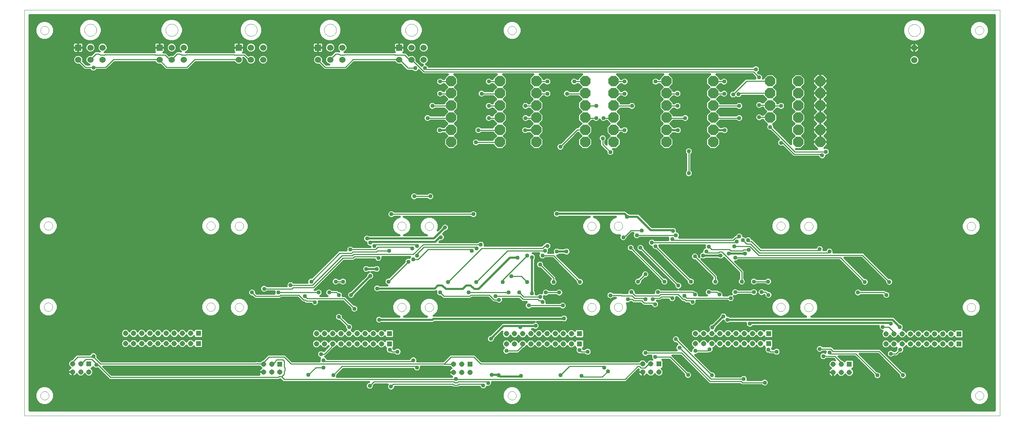
<source format=gbl>
G75*
G70*
%OFA0B0*%
%FSLAX24Y24*%
%IPPOS*%
%LPD*%
%AMOC8*
5,1,8,0,0,1.08239X$1,22.5*
%
%ADD10C,0.0000*%
%ADD11R,0.0515X0.0515*%
%ADD12C,0.0515*%
%ADD13R,0.0602X0.0602*%
%ADD14C,0.0602*%
%ADD15OC8,0.1000*%
%ADD16C,0.0200*%
%ADD17R,0.0436X0.0436*%
%ADD18C,0.0240*%
%ADD19C,0.0100*%
%ADD20C,0.0400*%
D10*
X000202Y000202D02*
X000202Y039572D01*
X094690Y039572D01*
X094690Y000202D01*
X000202Y000202D01*
X001757Y002170D02*
X001759Y002210D01*
X001765Y002251D01*
X001775Y002290D01*
X001788Y002328D01*
X001806Y002365D01*
X001827Y002399D01*
X001851Y002432D01*
X001878Y002462D01*
X001908Y002489D01*
X001941Y002513D01*
X001975Y002534D01*
X002012Y002552D01*
X002050Y002565D01*
X002089Y002575D01*
X002130Y002581D01*
X002170Y002583D01*
X002210Y002581D01*
X002251Y002575D01*
X002290Y002565D01*
X002328Y002552D01*
X002365Y002534D01*
X002399Y002513D01*
X002432Y002489D01*
X002462Y002462D01*
X002489Y002432D01*
X002513Y002399D01*
X002534Y002365D01*
X002552Y002328D01*
X002565Y002290D01*
X002575Y002251D01*
X002581Y002210D01*
X002583Y002170D01*
X002581Y002130D01*
X002575Y002089D01*
X002565Y002050D01*
X002552Y002012D01*
X002534Y001975D01*
X002513Y001941D01*
X002489Y001908D01*
X002462Y001878D01*
X002432Y001851D01*
X002399Y001827D01*
X002365Y001806D01*
X002328Y001788D01*
X002290Y001775D01*
X002251Y001765D01*
X002210Y001759D01*
X002170Y001757D01*
X002130Y001759D01*
X002089Y001765D01*
X002050Y001775D01*
X002012Y001788D01*
X001975Y001806D01*
X001941Y001827D01*
X001908Y001851D01*
X001878Y001878D01*
X001851Y001908D01*
X001827Y001941D01*
X001806Y001975D01*
X001788Y002012D01*
X001775Y002050D01*
X001765Y002089D01*
X001759Y002130D01*
X001757Y002170D01*
X020602Y010735D02*
X020604Y010775D01*
X020610Y010816D01*
X020620Y010855D01*
X020633Y010893D01*
X020651Y010930D01*
X020672Y010964D01*
X020696Y010997D01*
X020723Y011027D01*
X020753Y011054D01*
X020786Y011078D01*
X020820Y011099D01*
X020857Y011117D01*
X020895Y011130D01*
X020934Y011140D01*
X020975Y011146D01*
X021015Y011148D01*
X021055Y011146D01*
X021096Y011140D01*
X021135Y011130D01*
X021173Y011117D01*
X021210Y011099D01*
X021244Y011078D01*
X021277Y011054D01*
X021307Y011027D01*
X021334Y010997D01*
X021358Y010964D01*
X021379Y010930D01*
X021397Y010893D01*
X021410Y010855D01*
X021420Y010816D01*
X021426Y010775D01*
X021428Y010735D01*
X021426Y010695D01*
X021420Y010654D01*
X021410Y010615D01*
X021397Y010577D01*
X021379Y010540D01*
X021358Y010506D01*
X021334Y010473D01*
X021307Y010443D01*
X021277Y010416D01*
X021244Y010392D01*
X021210Y010371D01*
X021173Y010353D01*
X021135Y010340D01*
X021096Y010330D01*
X021055Y010324D01*
X021015Y010322D01*
X020975Y010324D01*
X020934Y010330D01*
X020895Y010340D01*
X020857Y010353D01*
X020820Y010371D01*
X020786Y010392D01*
X020753Y010416D01*
X020723Y010443D01*
X020696Y010473D01*
X020672Y010506D01*
X020651Y010540D01*
X020633Y010577D01*
X020620Y010615D01*
X020610Y010654D01*
X020604Y010695D01*
X020602Y010735D01*
X017850Y010763D02*
X017852Y010803D01*
X017858Y010844D01*
X017868Y010883D01*
X017881Y010921D01*
X017899Y010958D01*
X017920Y010992D01*
X017944Y011025D01*
X017971Y011055D01*
X018001Y011082D01*
X018034Y011106D01*
X018068Y011127D01*
X018105Y011145D01*
X018143Y011158D01*
X018182Y011168D01*
X018223Y011174D01*
X018263Y011176D01*
X018303Y011174D01*
X018344Y011168D01*
X018383Y011158D01*
X018421Y011145D01*
X018458Y011127D01*
X018492Y011106D01*
X018525Y011082D01*
X018555Y011055D01*
X018582Y011025D01*
X018606Y010992D01*
X018627Y010958D01*
X018645Y010921D01*
X018658Y010883D01*
X018668Y010844D01*
X018674Y010803D01*
X018676Y010763D01*
X018674Y010723D01*
X018668Y010682D01*
X018658Y010643D01*
X018645Y010605D01*
X018627Y010568D01*
X018606Y010534D01*
X018582Y010501D01*
X018555Y010471D01*
X018525Y010444D01*
X018492Y010420D01*
X018458Y010399D01*
X018421Y010381D01*
X018383Y010368D01*
X018344Y010358D01*
X018303Y010352D01*
X018263Y010350D01*
X018223Y010352D01*
X018182Y010358D01*
X018143Y010368D01*
X018105Y010381D01*
X018068Y010399D01*
X018034Y010420D01*
X018001Y010444D01*
X017971Y010471D01*
X017944Y010501D01*
X017920Y010534D01*
X017899Y010568D01*
X017881Y010605D01*
X017868Y010643D01*
X017858Y010682D01*
X017852Y010723D01*
X017850Y010763D01*
X002102Y010763D02*
X002104Y010803D01*
X002110Y010844D01*
X002120Y010883D01*
X002133Y010921D01*
X002151Y010958D01*
X002172Y010992D01*
X002196Y011025D01*
X002223Y011055D01*
X002253Y011082D01*
X002286Y011106D01*
X002320Y011127D01*
X002357Y011145D01*
X002395Y011158D01*
X002434Y011168D01*
X002475Y011174D01*
X002515Y011176D01*
X002555Y011174D01*
X002596Y011168D01*
X002635Y011158D01*
X002673Y011145D01*
X002710Y011127D01*
X002744Y011106D01*
X002777Y011082D01*
X002807Y011055D01*
X002834Y011025D01*
X002858Y010992D01*
X002879Y010958D01*
X002897Y010921D01*
X002910Y010883D01*
X002920Y010844D01*
X002926Y010803D01*
X002928Y010763D01*
X002926Y010723D01*
X002920Y010682D01*
X002910Y010643D01*
X002897Y010605D01*
X002879Y010568D01*
X002858Y010534D01*
X002834Y010501D01*
X002807Y010471D01*
X002777Y010444D01*
X002744Y010420D01*
X002710Y010399D01*
X002673Y010381D01*
X002635Y010368D01*
X002596Y010358D01*
X002555Y010352D01*
X002515Y010350D01*
X002475Y010352D01*
X002434Y010358D01*
X002395Y010368D01*
X002357Y010381D01*
X002320Y010399D01*
X002286Y010420D01*
X002253Y010444D01*
X002223Y010471D01*
X002196Y010501D01*
X002172Y010534D01*
X002151Y010568D01*
X002133Y010605D01*
X002120Y010643D01*
X002110Y010682D01*
X002104Y010723D01*
X002102Y010763D01*
X002102Y018637D02*
X002104Y018677D01*
X002110Y018718D01*
X002120Y018757D01*
X002133Y018795D01*
X002151Y018832D01*
X002172Y018866D01*
X002196Y018899D01*
X002223Y018929D01*
X002253Y018956D01*
X002286Y018980D01*
X002320Y019001D01*
X002357Y019019D01*
X002395Y019032D01*
X002434Y019042D01*
X002475Y019048D01*
X002515Y019050D01*
X002555Y019048D01*
X002596Y019042D01*
X002635Y019032D01*
X002673Y019019D01*
X002710Y019001D01*
X002744Y018980D01*
X002777Y018956D01*
X002807Y018929D01*
X002834Y018899D01*
X002858Y018866D01*
X002879Y018832D01*
X002897Y018795D01*
X002910Y018757D01*
X002920Y018718D01*
X002926Y018677D01*
X002928Y018637D01*
X002926Y018597D01*
X002920Y018556D01*
X002910Y018517D01*
X002897Y018479D01*
X002879Y018442D01*
X002858Y018408D01*
X002834Y018375D01*
X002807Y018345D01*
X002777Y018318D01*
X002744Y018294D01*
X002710Y018273D01*
X002673Y018255D01*
X002635Y018242D01*
X002596Y018232D01*
X002555Y018226D01*
X002515Y018224D01*
X002475Y018226D01*
X002434Y018232D01*
X002395Y018242D01*
X002357Y018255D01*
X002320Y018273D01*
X002286Y018294D01*
X002253Y018318D01*
X002223Y018345D01*
X002196Y018375D01*
X002172Y018408D01*
X002151Y018442D01*
X002133Y018479D01*
X002120Y018517D01*
X002110Y018556D01*
X002104Y018597D01*
X002102Y018637D01*
X017850Y018637D02*
X017852Y018677D01*
X017858Y018718D01*
X017868Y018757D01*
X017881Y018795D01*
X017899Y018832D01*
X017920Y018866D01*
X017944Y018899D01*
X017971Y018929D01*
X018001Y018956D01*
X018034Y018980D01*
X018068Y019001D01*
X018105Y019019D01*
X018143Y019032D01*
X018182Y019042D01*
X018223Y019048D01*
X018263Y019050D01*
X018303Y019048D01*
X018344Y019042D01*
X018383Y019032D01*
X018421Y019019D01*
X018458Y019001D01*
X018492Y018980D01*
X018525Y018956D01*
X018555Y018929D01*
X018582Y018899D01*
X018606Y018866D01*
X018627Y018832D01*
X018645Y018795D01*
X018658Y018757D01*
X018668Y018718D01*
X018674Y018677D01*
X018676Y018637D01*
X018674Y018597D01*
X018668Y018556D01*
X018658Y018517D01*
X018645Y018479D01*
X018627Y018442D01*
X018606Y018408D01*
X018582Y018375D01*
X018555Y018345D01*
X018525Y018318D01*
X018492Y018294D01*
X018458Y018273D01*
X018421Y018255D01*
X018383Y018242D01*
X018344Y018232D01*
X018303Y018226D01*
X018263Y018224D01*
X018223Y018226D01*
X018182Y018232D01*
X018143Y018242D01*
X018105Y018255D01*
X018068Y018273D01*
X018034Y018294D01*
X018001Y018318D01*
X017971Y018345D01*
X017944Y018375D01*
X017920Y018408D01*
X017899Y018442D01*
X017881Y018479D01*
X017868Y018517D01*
X017858Y018556D01*
X017852Y018597D01*
X017850Y018637D01*
X020602Y018609D02*
X020604Y018649D01*
X020610Y018690D01*
X020620Y018729D01*
X020633Y018767D01*
X020651Y018804D01*
X020672Y018838D01*
X020696Y018871D01*
X020723Y018901D01*
X020753Y018928D01*
X020786Y018952D01*
X020820Y018973D01*
X020857Y018991D01*
X020895Y019004D01*
X020934Y019014D01*
X020975Y019020D01*
X021015Y019022D01*
X021055Y019020D01*
X021096Y019014D01*
X021135Y019004D01*
X021173Y018991D01*
X021210Y018973D01*
X021244Y018952D01*
X021277Y018928D01*
X021307Y018901D01*
X021334Y018871D01*
X021358Y018838D01*
X021379Y018804D01*
X021397Y018767D01*
X021410Y018729D01*
X021420Y018690D01*
X021426Y018649D01*
X021428Y018609D01*
X021426Y018569D01*
X021420Y018528D01*
X021410Y018489D01*
X021397Y018451D01*
X021379Y018414D01*
X021358Y018380D01*
X021334Y018347D01*
X021307Y018317D01*
X021277Y018290D01*
X021244Y018266D01*
X021210Y018245D01*
X021173Y018227D01*
X021135Y018214D01*
X021096Y018204D01*
X021055Y018198D01*
X021015Y018196D01*
X020975Y018198D01*
X020934Y018204D01*
X020895Y018214D01*
X020857Y018227D01*
X020820Y018245D01*
X020786Y018266D01*
X020753Y018290D01*
X020723Y018317D01*
X020696Y018347D01*
X020672Y018380D01*
X020651Y018414D01*
X020633Y018451D01*
X020620Y018489D01*
X020610Y018528D01*
X020604Y018569D01*
X020602Y018609D01*
X036350Y018609D02*
X036352Y018649D01*
X036358Y018690D01*
X036368Y018729D01*
X036381Y018767D01*
X036399Y018804D01*
X036420Y018838D01*
X036444Y018871D01*
X036471Y018901D01*
X036501Y018928D01*
X036534Y018952D01*
X036568Y018973D01*
X036605Y018991D01*
X036643Y019004D01*
X036682Y019014D01*
X036723Y019020D01*
X036763Y019022D01*
X036803Y019020D01*
X036844Y019014D01*
X036883Y019004D01*
X036921Y018991D01*
X036958Y018973D01*
X036992Y018952D01*
X037025Y018928D01*
X037055Y018901D01*
X037082Y018871D01*
X037106Y018838D01*
X037127Y018804D01*
X037145Y018767D01*
X037158Y018729D01*
X037168Y018690D01*
X037174Y018649D01*
X037176Y018609D01*
X037174Y018569D01*
X037168Y018528D01*
X037158Y018489D01*
X037145Y018451D01*
X037127Y018414D01*
X037106Y018380D01*
X037082Y018347D01*
X037055Y018317D01*
X037025Y018290D01*
X036992Y018266D01*
X036958Y018245D01*
X036921Y018227D01*
X036883Y018214D01*
X036844Y018204D01*
X036803Y018198D01*
X036763Y018196D01*
X036723Y018198D01*
X036682Y018204D01*
X036643Y018214D01*
X036605Y018227D01*
X036568Y018245D01*
X036534Y018266D01*
X036501Y018290D01*
X036471Y018317D01*
X036444Y018347D01*
X036420Y018380D01*
X036399Y018414D01*
X036381Y018451D01*
X036368Y018489D01*
X036358Y018528D01*
X036352Y018569D01*
X036350Y018609D01*
X039007Y018601D02*
X039009Y018641D01*
X039015Y018682D01*
X039025Y018721D01*
X039038Y018759D01*
X039056Y018796D01*
X039077Y018830D01*
X039101Y018863D01*
X039128Y018893D01*
X039158Y018920D01*
X039191Y018944D01*
X039225Y018965D01*
X039262Y018983D01*
X039300Y018996D01*
X039339Y019006D01*
X039380Y019012D01*
X039420Y019014D01*
X039460Y019012D01*
X039501Y019006D01*
X039540Y018996D01*
X039578Y018983D01*
X039615Y018965D01*
X039649Y018944D01*
X039682Y018920D01*
X039712Y018893D01*
X039739Y018863D01*
X039763Y018830D01*
X039784Y018796D01*
X039802Y018759D01*
X039815Y018721D01*
X039825Y018682D01*
X039831Y018641D01*
X039833Y018601D01*
X039831Y018561D01*
X039825Y018520D01*
X039815Y018481D01*
X039802Y018443D01*
X039784Y018406D01*
X039763Y018372D01*
X039739Y018339D01*
X039712Y018309D01*
X039682Y018282D01*
X039649Y018258D01*
X039615Y018237D01*
X039578Y018219D01*
X039540Y018206D01*
X039501Y018196D01*
X039460Y018190D01*
X039420Y018188D01*
X039380Y018190D01*
X039339Y018196D01*
X039300Y018206D01*
X039262Y018219D01*
X039225Y018237D01*
X039191Y018258D01*
X039158Y018282D01*
X039128Y018309D01*
X039101Y018339D01*
X039077Y018372D01*
X039056Y018406D01*
X039038Y018443D01*
X039025Y018481D01*
X039015Y018520D01*
X039009Y018561D01*
X039007Y018601D01*
X054755Y018601D02*
X054757Y018641D01*
X054763Y018682D01*
X054773Y018721D01*
X054786Y018759D01*
X054804Y018796D01*
X054825Y018830D01*
X054849Y018863D01*
X054876Y018893D01*
X054906Y018920D01*
X054939Y018944D01*
X054973Y018965D01*
X055010Y018983D01*
X055048Y018996D01*
X055087Y019006D01*
X055128Y019012D01*
X055168Y019014D01*
X055208Y019012D01*
X055249Y019006D01*
X055288Y018996D01*
X055326Y018983D01*
X055363Y018965D01*
X055397Y018944D01*
X055430Y018920D01*
X055460Y018893D01*
X055487Y018863D01*
X055511Y018830D01*
X055532Y018796D01*
X055550Y018759D01*
X055563Y018721D01*
X055573Y018682D01*
X055579Y018641D01*
X055581Y018601D01*
X055579Y018561D01*
X055573Y018520D01*
X055563Y018481D01*
X055550Y018443D01*
X055532Y018406D01*
X055511Y018372D01*
X055487Y018339D01*
X055460Y018309D01*
X055430Y018282D01*
X055397Y018258D01*
X055363Y018237D01*
X055326Y018219D01*
X055288Y018206D01*
X055249Y018196D01*
X055208Y018190D01*
X055168Y018188D01*
X055128Y018190D01*
X055087Y018196D01*
X055048Y018206D01*
X055010Y018219D01*
X054973Y018237D01*
X054939Y018258D01*
X054906Y018282D01*
X054876Y018309D01*
X054849Y018339D01*
X054825Y018372D01*
X054804Y018406D01*
X054786Y018443D01*
X054773Y018481D01*
X054763Y018520D01*
X054757Y018561D01*
X054755Y018601D01*
X057326Y018621D02*
X057328Y018661D01*
X057334Y018702D01*
X057344Y018741D01*
X057357Y018779D01*
X057375Y018816D01*
X057396Y018850D01*
X057420Y018883D01*
X057447Y018913D01*
X057477Y018940D01*
X057510Y018964D01*
X057544Y018985D01*
X057581Y019003D01*
X057619Y019016D01*
X057658Y019026D01*
X057699Y019032D01*
X057739Y019034D01*
X057779Y019032D01*
X057820Y019026D01*
X057859Y019016D01*
X057897Y019003D01*
X057934Y018985D01*
X057968Y018964D01*
X058001Y018940D01*
X058031Y018913D01*
X058058Y018883D01*
X058082Y018850D01*
X058103Y018816D01*
X058121Y018779D01*
X058134Y018741D01*
X058144Y018702D01*
X058150Y018661D01*
X058152Y018621D01*
X058150Y018581D01*
X058144Y018540D01*
X058134Y018501D01*
X058121Y018463D01*
X058103Y018426D01*
X058082Y018392D01*
X058058Y018359D01*
X058031Y018329D01*
X058001Y018302D01*
X057968Y018278D01*
X057934Y018257D01*
X057897Y018239D01*
X057859Y018226D01*
X057820Y018216D01*
X057779Y018210D01*
X057739Y018208D01*
X057699Y018210D01*
X057658Y018216D01*
X057619Y018226D01*
X057581Y018239D01*
X057544Y018257D01*
X057510Y018278D01*
X057477Y018302D01*
X057447Y018329D01*
X057420Y018359D01*
X057396Y018392D01*
X057375Y018426D01*
X057357Y018463D01*
X057344Y018501D01*
X057334Y018540D01*
X057328Y018581D01*
X057326Y018621D01*
X073074Y018621D02*
X073076Y018661D01*
X073082Y018702D01*
X073092Y018741D01*
X073105Y018779D01*
X073123Y018816D01*
X073144Y018850D01*
X073168Y018883D01*
X073195Y018913D01*
X073225Y018940D01*
X073258Y018964D01*
X073292Y018985D01*
X073329Y019003D01*
X073367Y019016D01*
X073406Y019026D01*
X073447Y019032D01*
X073487Y019034D01*
X073527Y019032D01*
X073568Y019026D01*
X073607Y019016D01*
X073645Y019003D01*
X073682Y018985D01*
X073716Y018964D01*
X073749Y018940D01*
X073779Y018913D01*
X073806Y018883D01*
X073830Y018850D01*
X073851Y018816D01*
X073869Y018779D01*
X073882Y018741D01*
X073892Y018702D01*
X073898Y018661D01*
X073900Y018621D01*
X073898Y018581D01*
X073892Y018540D01*
X073882Y018501D01*
X073869Y018463D01*
X073851Y018426D01*
X073830Y018392D01*
X073806Y018359D01*
X073779Y018329D01*
X073749Y018302D01*
X073716Y018278D01*
X073682Y018257D01*
X073645Y018239D01*
X073607Y018226D01*
X073568Y018216D01*
X073527Y018210D01*
X073487Y018208D01*
X073447Y018210D01*
X073406Y018216D01*
X073367Y018226D01*
X073329Y018239D01*
X073292Y018257D01*
X073258Y018278D01*
X073225Y018302D01*
X073195Y018329D01*
X073168Y018359D01*
X073144Y018392D01*
X073123Y018426D01*
X073105Y018463D01*
X073092Y018501D01*
X073082Y018540D01*
X073076Y018581D01*
X073074Y018621D01*
X075771Y018593D02*
X075773Y018633D01*
X075779Y018674D01*
X075789Y018713D01*
X075802Y018751D01*
X075820Y018788D01*
X075841Y018822D01*
X075865Y018855D01*
X075892Y018885D01*
X075922Y018912D01*
X075955Y018936D01*
X075989Y018957D01*
X076026Y018975D01*
X076064Y018988D01*
X076103Y018998D01*
X076144Y019004D01*
X076184Y019006D01*
X076224Y019004D01*
X076265Y018998D01*
X076304Y018988D01*
X076342Y018975D01*
X076379Y018957D01*
X076413Y018936D01*
X076446Y018912D01*
X076476Y018885D01*
X076503Y018855D01*
X076527Y018822D01*
X076548Y018788D01*
X076566Y018751D01*
X076579Y018713D01*
X076589Y018674D01*
X076595Y018633D01*
X076597Y018593D01*
X076595Y018553D01*
X076589Y018512D01*
X076579Y018473D01*
X076566Y018435D01*
X076548Y018398D01*
X076527Y018364D01*
X076503Y018331D01*
X076476Y018301D01*
X076446Y018274D01*
X076413Y018250D01*
X076379Y018229D01*
X076342Y018211D01*
X076304Y018198D01*
X076265Y018188D01*
X076224Y018182D01*
X076184Y018180D01*
X076144Y018182D01*
X076103Y018188D01*
X076064Y018198D01*
X076026Y018211D01*
X075989Y018229D01*
X075955Y018250D01*
X075922Y018274D01*
X075892Y018301D01*
X075865Y018331D01*
X075841Y018364D01*
X075820Y018398D01*
X075802Y018435D01*
X075789Y018473D01*
X075779Y018512D01*
X075773Y018553D01*
X075771Y018593D01*
X091519Y018593D02*
X091521Y018633D01*
X091527Y018674D01*
X091537Y018713D01*
X091550Y018751D01*
X091568Y018788D01*
X091589Y018822D01*
X091613Y018855D01*
X091640Y018885D01*
X091670Y018912D01*
X091703Y018936D01*
X091737Y018957D01*
X091774Y018975D01*
X091812Y018988D01*
X091851Y018998D01*
X091892Y019004D01*
X091932Y019006D01*
X091972Y019004D01*
X092013Y018998D01*
X092052Y018988D01*
X092090Y018975D01*
X092127Y018957D01*
X092161Y018936D01*
X092194Y018912D01*
X092224Y018885D01*
X092251Y018855D01*
X092275Y018822D01*
X092296Y018788D01*
X092314Y018751D01*
X092327Y018713D01*
X092337Y018674D01*
X092343Y018633D01*
X092345Y018593D01*
X092343Y018553D01*
X092337Y018512D01*
X092327Y018473D01*
X092314Y018435D01*
X092296Y018398D01*
X092275Y018364D01*
X092251Y018331D01*
X092224Y018301D01*
X092194Y018274D01*
X092161Y018250D01*
X092127Y018229D01*
X092090Y018211D01*
X092052Y018198D01*
X092013Y018188D01*
X091972Y018182D01*
X091932Y018180D01*
X091892Y018182D01*
X091851Y018188D01*
X091812Y018198D01*
X091774Y018211D01*
X091737Y018229D01*
X091703Y018250D01*
X091670Y018274D01*
X091640Y018301D01*
X091613Y018331D01*
X091589Y018364D01*
X091568Y018398D01*
X091550Y018435D01*
X091537Y018473D01*
X091527Y018512D01*
X091521Y018553D01*
X091519Y018593D01*
X073074Y010747D02*
X073076Y010787D01*
X073082Y010828D01*
X073092Y010867D01*
X073105Y010905D01*
X073123Y010942D01*
X073144Y010976D01*
X073168Y011009D01*
X073195Y011039D01*
X073225Y011066D01*
X073258Y011090D01*
X073292Y011111D01*
X073329Y011129D01*
X073367Y011142D01*
X073406Y011152D01*
X073447Y011158D01*
X073487Y011160D01*
X073527Y011158D01*
X073568Y011152D01*
X073607Y011142D01*
X073645Y011129D01*
X073682Y011111D01*
X073716Y011090D01*
X073749Y011066D01*
X073779Y011039D01*
X073806Y011009D01*
X073830Y010976D01*
X073851Y010942D01*
X073869Y010905D01*
X073882Y010867D01*
X073892Y010828D01*
X073898Y010787D01*
X073900Y010747D01*
X073898Y010707D01*
X073892Y010666D01*
X073882Y010627D01*
X073869Y010589D01*
X073851Y010552D01*
X073830Y010518D01*
X073806Y010485D01*
X073779Y010455D01*
X073749Y010428D01*
X073716Y010404D01*
X073682Y010383D01*
X073645Y010365D01*
X073607Y010352D01*
X073568Y010342D01*
X073527Y010336D01*
X073487Y010334D01*
X073447Y010336D01*
X073406Y010342D01*
X073367Y010352D01*
X073329Y010365D01*
X073292Y010383D01*
X073258Y010404D01*
X073225Y010428D01*
X073195Y010455D01*
X073168Y010485D01*
X073144Y010518D01*
X073123Y010552D01*
X073105Y010589D01*
X073092Y010627D01*
X073082Y010666D01*
X073076Y010707D01*
X073074Y010747D01*
X075771Y010719D02*
X075773Y010759D01*
X075779Y010800D01*
X075789Y010839D01*
X075802Y010877D01*
X075820Y010914D01*
X075841Y010948D01*
X075865Y010981D01*
X075892Y011011D01*
X075922Y011038D01*
X075955Y011062D01*
X075989Y011083D01*
X076026Y011101D01*
X076064Y011114D01*
X076103Y011124D01*
X076144Y011130D01*
X076184Y011132D01*
X076224Y011130D01*
X076265Y011124D01*
X076304Y011114D01*
X076342Y011101D01*
X076379Y011083D01*
X076413Y011062D01*
X076446Y011038D01*
X076476Y011011D01*
X076503Y010981D01*
X076527Y010948D01*
X076548Y010914D01*
X076566Y010877D01*
X076579Y010839D01*
X076589Y010800D01*
X076595Y010759D01*
X076597Y010719D01*
X076595Y010679D01*
X076589Y010638D01*
X076579Y010599D01*
X076566Y010561D01*
X076548Y010524D01*
X076527Y010490D01*
X076503Y010457D01*
X076476Y010427D01*
X076446Y010400D01*
X076413Y010376D01*
X076379Y010355D01*
X076342Y010337D01*
X076304Y010324D01*
X076265Y010314D01*
X076224Y010308D01*
X076184Y010306D01*
X076144Y010308D01*
X076103Y010314D01*
X076064Y010324D01*
X076026Y010337D01*
X075989Y010355D01*
X075955Y010376D01*
X075922Y010400D01*
X075892Y010427D01*
X075865Y010457D01*
X075841Y010490D01*
X075820Y010524D01*
X075802Y010561D01*
X075789Y010599D01*
X075779Y010638D01*
X075773Y010679D01*
X075771Y010719D01*
X091519Y010719D02*
X091521Y010759D01*
X091527Y010800D01*
X091537Y010839D01*
X091550Y010877D01*
X091568Y010914D01*
X091589Y010948D01*
X091613Y010981D01*
X091640Y011011D01*
X091670Y011038D01*
X091703Y011062D01*
X091737Y011083D01*
X091774Y011101D01*
X091812Y011114D01*
X091851Y011124D01*
X091892Y011130D01*
X091932Y011132D01*
X091972Y011130D01*
X092013Y011124D01*
X092052Y011114D01*
X092090Y011101D01*
X092127Y011083D01*
X092161Y011062D01*
X092194Y011038D01*
X092224Y011011D01*
X092251Y010981D01*
X092275Y010948D01*
X092296Y010914D01*
X092314Y010877D01*
X092327Y010839D01*
X092337Y010800D01*
X092343Y010759D01*
X092345Y010719D01*
X092343Y010679D01*
X092337Y010638D01*
X092327Y010599D01*
X092314Y010561D01*
X092296Y010524D01*
X092275Y010490D01*
X092251Y010457D01*
X092224Y010427D01*
X092194Y010400D01*
X092161Y010376D01*
X092127Y010355D01*
X092090Y010337D01*
X092052Y010324D01*
X092013Y010314D01*
X091972Y010308D01*
X091932Y010306D01*
X091892Y010308D01*
X091851Y010314D01*
X091812Y010324D01*
X091774Y010337D01*
X091737Y010355D01*
X091703Y010376D01*
X091670Y010400D01*
X091640Y010427D01*
X091613Y010457D01*
X091589Y010490D01*
X091568Y010524D01*
X091550Y010561D01*
X091537Y010599D01*
X091527Y010638D01*
X091521Y010679D01*
X091519Y010719D01*
X092308Y002170D02*
X092310Y002210D01*
X092316Y002251D01*
X092326Y002290D01*
X092339Y002328D01*
X092357Y002365D01*
X092378Y002399D01*
X092402Y002432D01*
X092429Y002462D01*
X092459Y002489D01*
X092492Y002513D01*
X092526Y002534D01*
X092563Y002552D01*
X092601Y002565D01*
X092640Y002575D01*
X092681Y002581D01*
X092721Y002583D01*
X092761Y002581D01*
X092802Y002575D01*
X092841Y002565D01*
X092879Y002552D01*
X092916Y002534D01*
X092950Y002513D01*
X092983Y002489D01*
X093013Y002462D01*
X093040Y002432D01*
X093064Y002399D01*
X093085Y002365D01*
X093103Y002328D01*
X093116Y002290D01*
X093126Y002251D01*
X093132Y002210D01*
X093134Y002170D01*
X093132Y002130D01*
X093126Y002089D01*
X093116Y002050D01*
X093103Y002012D01*
X093085Y001975D01*
X093064Y001941D01*
X093040Y001908D01*
X093013Y001878D01*
X092983Y001851D01*
X092950Y001827D01*
X092916Y001806D01*
X092879Y001788D01*
X092841Y001775D01*
X092802Y001765D01*
X092761Y001759D01*
X092721Y001757D01*
X092681Y001759D01*
X092640Y001765D01*
X092601Y001775D01*
X092563Y001788D01*
X092526Y001806D01*
X092492Y001827D01*
X092459Y001851D01*
X092429Y001878D01*
X092402Y001908D01*
X092378Y001941D01*
X092357Y001975D01*
X092339Y002012D01*
X092326Y002050D01*
X092316Y002089D01*
X092310Y002130D01*
X092308Y002170D01*
X057326Y010747D02*
X057328Y010787D01*
X057334Y010828D01*
X057344Y010867D01*
X057357Y010905D01*
X057375Y010942D01*
X057396Y010976D01*
X057420Y011009D01*
X057447Y011039D01*
X057477Y011066D01*
X057510Y011090D01*
X057544Y011111D01*
X057581Y011129D01*
X057619Y011142D01*
X057658Y011152D01*
X057699Y011158D01*
X057739Y011160D01*
X057779Y011158D01*
X057820Y011152D01*
X057859Y011142D01*
X057897Y011129D01*
X057934Y011111D01*
X057968Y011090D01*
X058001Y011066D01*
X058031Y011039D01*
X058058Y011009D01*
X058082Y010976D01*
X058103Y010942D01*
X058121Y010905D01*
X058134Y010867D01*
X058144Y010828D01*
X058150Y010787D01*
X058152Y010747D01*
X058150Y010707D01*
X058144Y010666D01*
X058134Y010627D01*
X058121Y010589D01*
X058103Y010552D01*
X058082Y010518D01*
X058058Y010485D01*
X058031Y010455D01*
X058001Y010428D01*
X057968Y010404D01*
X057934Y010383D01*
X057897Y010365D01*
X057859Y010352D01*
X057820Y010342D01*
X057779Y010336D01*
X057739Y010334D01*
X057699Y010336D01*
X057658Y010342D01*
X057619Y010352D01*
X057581Y010365D01*
X057544Y010383D01*
X057510Y010404D01*
X057477Y010428D01*
X057447Y010455D01*
X057420Y010485D01*
X057396Y010518D01*
X057375Y010552D01*
X057357Y010589D01*
X057344Y010627D01*
X057334Y010666D01*
X057328Y010707D01*
X057326Y010747D01*
X054755Y010727D02*
X054757Y010767D01*
X054763Y010808D01*
X054773Y010847D01*
X054786Y010885D01*
X054804Y010922D01*
X054825Y010956D01*
X054849Y010989D01*
X054876Y011019D01*
X054906Y011046D01*
X054939Y011070D01*
X054973Y011091D01*
X055010Y011109D01*
X055048Y011122D01*
X055087Y011132D01*
X055128Y011138D01*
X055168Y011140D01*
X055208Y011138D01*
X055249Y011132D01*
X055288Y011122D01*
X055326Y011109D01*
X055363Y011091D01*
X055397Y011070D01*
X055430Y011046D01*
X055460Y011019D01*
X055487Y010989D01*
X055511Y010956D01*
X055532Y010922D01*
X055550Y010885D01*
X055563Y010847D01*
X055573Y010808D01*
X055579Y010767D01*
X055581Y010727D01*
X055579Y010687D01*
X055573Y010646D01*
X055563Y010607D01*
X055550Y010569D01*
X055532Y010532D01*
X055511Y010498D01*
X055487Y010465D01*
X055460Y010435D01*
X055430Y010408D01*
X055397Y010384D01*
X055363Y010363D01*
X055326Y010345D01*
X055288Y010332D01*
X055249Y010322D01*
X055208Y010316D01*
X055168Y010314D01*
X055128Y010316D01*
X055087Y010322D01*
X055048Y010332D01*
X055010Y010345D01*
X054973Y010363D01*
X054939Y010384D01*
X054906Y010408D01*
X054876Y010435D01*
X054849Y010465D01*
X054825Y010498D01*
X054804Y010532D01*
X054786Y010569D01*
X054773Y010607D01*
X054763Y010646D01*
X054757Y010687D01*
X054755Y010727D01*
X039007Y010727D02*
X039009Y010767D01*
X039015Y010808D01*
X039025Y010847D01*
X039038Y010885D01*
X039056Y010922D01*
X039077Y010956D01*
X039101Y010989D01*
X039128Y011019D01*
X039158Y011046D01*
X039191Y011070D01*
X039225Y011091D01*
X039262Y011109D01*
X039300Y011122D01*
X039339Y011132D01*
X039380Y011138D01*
X039420Y011140D01*
X039460Y011138D01*
X039501Y011132D01*
X039540Y011122D01*
X039578Y011109D01*
X039615Y011091D01*
X039649Y011070D01*
X039682Y011046D01*
X039712Y011019D01*
X039739Y010989D01*
X039763Y010956D01*
X039784Y010922D01*
X039802Y010885D01*
X039815Y010847D01*
X039825Y010808D01*
X039831Y010767D01*
X039833Y010727D01*
X039831Y010687D01*
X039825Y010646D01*
X039815Y010607D01*
X039802Y010569D01*
X039784Y010532D01*
X039763Y010498D01*
X039739Y010465D01*
X039712Y010435D01*
X039682Y010408D01*
X039649Y010384D01*
X039615Y010363D01*
X039578Y010345D01*
X039540Y010332D01*
X039501Y010322D01*
X039460Y010316D01*
X039420Y010314D01*
X039380Y010316D01*
X039339Y010322D01*
X039300Y010332D01*
X039262Y010345D01*
X039225Y010363D01*
X039191Y010384D01*
X039158Y010408D01*
X039128Y010435D01*
X039101Y010465D01*
X039077Y010498D01*
X039056Y010532D01*
X039038Y010569D01*
X039025Y010607D01*
X039015Y010646D01*
X039009Y010687D01*
X039007Y010727D01*
X036350Y010735D02*
X036352Y010775D01*
X036358Y010816D01*
X036368Y010855D01*
X036381Y010893D01*
X036399Y010930D01*
X036420Y010964D01*
X036444Y010997D01*
X036471Y011027D01*
X036501Y011054D01*
X036534Y011078D01*
X036568Y011099D01*
X036605Y011117D01*
X036643Y011130D01*
X036682Y011140D01*
X036723Y011146D01*
X036763Y011148D01*
X036803Y011146D01*
X036844Y011140D01*
X036883Y011130D01*
X036921Y011117D01*
X036958Y011099D01*
X036992Y011078D01*
X037025Y011054D01*
X037055Y011027D01*
X037082Y010997D01*
X037106Y010964D01*
X037127Y010930D01*
X037145Y010893D01*
X037158Y010855D01*
X037168Y010816D01*
X037174Y010775D01*
X037176Y010735D01*
X037174Y010695D01*
X037168Y010654D01*
X037158Y010615D01*
X037145Y010577D01*
X037127Y010540D01*
X037106Y010506D01*
X037082Y010473D01*
X037055Y010443D01*
X037025Y010416D01*
X036992Y010392D01*
X036958Y010371D01*
X036921Y010353D01*
X036883Y010340D01*
X036844Y010330D01*
X036803Y010324D01*
X036763Y010322D01*
X036723Y010324D01*
X036682Y010330D01*
X036643Y010340D01*
X036605Y010353D01*
X036568Y010371D01*
X036534Y010392D01*
X036501Y010416D01*
X036471Y010443D01*
X036444Y010473D01*
X036420Y010506D01*
X036399Y010540D01*
X036381Y010577D01*
X036368Y010615D01*
X036358Y010654D01*
X036352Y010695D01*
X036350Y010735D01*
X047033Y002170D02*
X047035Y002210D01*
X047041Y002251D01*
X047051Y002290D01*
X047064Y002328D01*
X047082Y002365D01*
X047103Y002399D01*
X047127Y002432D01*
X047154Y002462D01*
X047184Y002489D01*
X047217Y002513D01*
X047251Y002534D01*
X047288Y002552D01*
X047326Y002565D01*
X047365Y002575D01*
X047406Y002581D01*
X047446Y002583D01*
X047486Y002581D01*
X047527Y002575D01*
X047566Y002565D01*
X047604Y002552D01*
X047641Y002534D01*
X047675Y002513D01*
X047708Y002489D01*
X047738Y002462D01*
X047765Y002432D01*
X047789Y002399D01*
X047810Y002365D01*
X047828Y002328D01*
X047841Y002290D01*
X047851Y002251D01*
X047857Y002210D01*
X047859Y002170D01*
X047857Y002130D01*
X047851Y002089D01*
X047841Y002050D01*
X047828Y002012D01*
X047810Y001975D01*
X047789Y001941D01*
X047765Y001908D01*
X047738Y001878D01*
X047708Y001851D01*
X047675Y001827D01*
X047641Y001806D01*
X047604Y001788D01*
X047566Y001775D01*
X047527Y001765D01*
X047486Y001759D01*
X047446Y001757D01*
X047406Y001759D01*
X047365Y001765D01*
X047326Y001775D01*
X047288Y001788D01*
X047251Y001806D01*
X047217Y001827D01*
X047184Y001851D01*
X047154Y001878D01*
X047127Y001908D01*
X047103Y001941D01*
X047082Y001975D01*
X047064Y002012D01*
X047051Y002050D01*
X047041Y002089D01*
X047035Y002130D01*
X047033Y002170D01*
X047033Y037603D02*
X047035Y037643D01*
X047041Y037684D01*
X047051Y037723D01*
X047064Y037761D01*
X047082Y037798D01*
X047103Y037832D01*
X047127Y037865D01*
X047154Y037895D01*
X047184Y037922D01*
X047217Y037946D01*
X047251Y037967D01*
X047288Y037985D01*
X047326Y037998D01*
X047365Y038008D01*
X047406Y038014D01*
X047446Y038016D01*
X047486Y038014D01*
X047527Y038008D01*
X047566Y037998D01*
X047604Y037985D01*
X047641Y037967D01*
X047675Y037946D01*
X047708Y037922D01*
X047738Y037895D01*
X047765Y037865D01*
X047789Y037832D01*
X047810Y037798D01*
X047828Y037761D01*
X047841Y037723D01*
X047851Y037684D01*
X047857Y037643D01*
X047859Y037603D01*
X047857Y037563D01*
X047851Y037522D01*
X047841Y037483D01*
X047828Y037445D01*
X047810Y037408D01*
X047789Y037374D01*
X047765Y037341D01*
X047738Y037311D01*
X047708Y037284D01*
X047675Y037260D01*
X047641Y037239D01*
X047604Y037221D01*
X047566Y037208D01*
X047527Y037198D01*
X047486Y037192D01*
X047446Y037190D01*
X047406Y037192D01*
X047365Y037198D01*
X047326Y037208D01*
X047288Y037221D01*
X047251Y037239D01*
X047217Y037260D01*
X047184Y037284D01*
X047154Y037311D01*
X047127Y037341D01*
X047103Y037374D01*
X047082Y037408D01*
X047064Y037445D01*
X047051Y037483D01*
X047041Y037522D01*
X047035Y037563D01*
X047033Y037603D01*
X037111Y037631D02*
X037113Y037679D01*
X037119Y037727D01*
X037129Y037774D01*
X037142Y037820D01*
X037160Y037865D01*
X037180Y037909D01*
X037205Y037951D01*
X037233Y037990D01*
X037263Y038027D01*
X037297Y038061D01*
X037334Y038093D01*
X037372Y038122D01*
X037413Y038147D01*
X037456Y038169D01*
X037501Y038187D01*
X037547Y038201D01*
X037594Y038212D01*
X037642Y038219D01*
X037690Y038222D01*
X037738Y038221D01*
X037786Y038216D01*
X037834Y038207D01*
X037880Y038195D01*
X037925Y038178D01*
X037969Y038158D01*
X038011Y038135D01*
X038051Y038108D01*
X038089Y038078D01*
X038124Y038045D01*
X038156Y038009D01*
X038186Y037971D01*
X038212Y037930D01*
X038234Y037887D01*
X038254Y037843D01*
X038269Y037798D01*
X038281Y037751D01*
X038289Y037703D01*
X038293Y037655D01*
X038293Y037607D01*
X038289Y037559D01*
X038281Y037511D01*
X038269Y037464D01*
X038254Y037419D01*
X038234Y037375D01*
X038212Y037332D01*
X038186Y037291D01*
X038156Y037253D01*
X038124Y037217D01*
X038089Y037184D01*
X038051Y037154D01*
X038011Y037127D01*
X037969Y037104D01*
X037925Y037084D01*
X037880Y037067D01*
X037834Y037055D01*
X037786Y037046D01*
X037738Y037041D01*
X037690Y037040D01*
X037642Y037043D01*
X037594Y037050D01*
X037547Y037061D01*
X037501Y037075D01*
X037456Y037093D01*
X037413Y037115D01*
X037372Y037140D01*
X037334Y037169D01*
X037297Y037201D01*
X037263Y037235D01*
X037233Y037272D01*
X037205Y037311D01*
X037180Y037353D01*
X037160Y037397D01*
X037142Y037442D01*
X037129Y037488D01*
X037119Y037535D01*
X037113Y037583D01*
X037111Y037631D01*
X029237Y037631D02*
X029239Y037679D01*
X029245Y037727D01*
X029255Y037774D01*
X029268Y037820D01*
X029286Y037865D01*
X029306Y037909D01*
X029331Y037951D01*
X029359Y037990D01*
X029389Y038027D01*
X029423Y038061D01*
X029460Y038093D01*
X029498Y038122D01*
X029539Y038147D01*
X029582Y038169D01*
X029627Y038187D01*
X029673Y038201D01*
X029720Y038212D01*
X029768Y038219D01*
X029816Y038222D01*
X029864Y038221D01*
X029912Y038216D01*
X029960Y038207D01*
X030006Y038195D01*
X030051Y038178D01*
X030095Y038158D01*
X030137Y038135D01*
X030177Y038108D01*
X030215Y038078D01*
X030250Y038045D01*
X030282Y038009D01*
X030312Y037971D01*
X030338Y037930D01*
X030360Y037887D01*
X030380Y037843D01*
X030395Y037798D01*
X030407Y037751D01*
X030415Y037703D01*
X030419Y037655D01*
X030419Y037607D01*
X030415Y037559D01*
X030407Y037511D01*
X030395Y037464D01*
X030380Y037419D01*
X030360Y037375D01*
X030338Y037332D01*
X030312Y037291D01*
X030282Y037253D01*
X030250Y037217D01*
X030215Y037184D01*
X030177Y037154D01*
X030137Y037127D01*
X030095Y037104D01*
X030051Y037084D01*
X030006Y037067D01*
X029960Y037055D01*
X029912Y037046D01*
X029864Y037041D01*
X029816Y037040D01*
X029768Y037043D01*
X029720Y037050D01*
X029673Y037061D01*
X029627Y037075D01*
X029582Y037093D01*
X029539Y037115D01*
X029498Y037140D01*
X029460Y037169D01*
X029423Y037201D01*
X029389Y037235D01*
X029359Y037272D01*
X029331Y037311D01*
X029306Y037353D01*
X029286Y037397D01*
X029268Y037442D01*
X029255Y037488D01*
X029245Y037535D01*
X029239Y037583D01*
X029237Y037631D01*
X021559Y037631D02*
X021561Y037679D01*
X021567Y037727D01*
X021577Y037774D01*
X021590Y037820D01*
X021608Y037865D01*
X021628Y037909D01*
X021653Y037951D01*
X021681Y037990D01*
X021711Y038027D01*
X021745Y038061D01*
X021782Y038093D01*
X021820Y038122D01*
X021861Y038147D01*
X021904Y038169D01*
X021949Y038187D01*
X021995Y038201D01*
X022042Y038212D01*
X022090Y038219D01*
X022138Y038222D01*
X022186Y038221D01*
X022234Y038216D01*
X022282Y038207D01*
X022328Y038195D01*
X022373Y038178D01*
X022417Y038158D01*
X022459Y038135D01*
X022499Y038108D01*
X022537Y038078D01*
X022572Y038045D01*
X022604Y038009D01*
X022634Y037971D01*
X022660Y037930D01*
X022682Y037887D01*
X022702Y037843D01*
X022717Y037798D01*
X022729Y037751D01*
X022737Y037703D01*
X022741Y037655D01*
X022741Y037607D01*
X022737Y037559D01*
X022729Y037511D01*
X022717Y037464D01*
X022702Y037419D01*
X022682Y037375D01*
X022660Y037332D01*
X022634Y037291D01*
X022604Y037253D01*
X022572Y037217D01*
X022537Y037184D01*
X022499Y037154D01*
X022459Y037127D01*
X022417Y037104D01*
X022373Y037084D01*
X022328Y037067D01*
X022282Y037055D01*
X022234Y037046D01*
X022186Y037041D01*
X022138Y037040D01*
X022090Y037043D01*
X022042Y037050D01*
X021995Y037061D01*
X021949Y037075D01*
X021904Y037093D01*
X021861Y037115D01*
X021820Y037140D01*
X021782Y037169D01*
X021745Y037201D01*
X021711Y037235D01*
X021681Y037272D01*
X021653Y037311D01*
X021628Y037353D01*
X021608Y037397D01*
X021590Y037442D01*
X021577Y037488D01*
X021567Y037535D01*
X021561Y037583D01*
X021559Y037631D01*
X013882Y037631D02*
X013884Y037679D01*
X013890Y037727D01*
X013900Y037774D01*
X013913Y037820D01*
X013931Y037865D01*
X013951Y037909D01*
X013976Y037951D01*
X014004Y037990D01*
X014034Y038027D01*
X014068Y038061D01*
X014105Y038093D01*
X014143Y038122D01*
X014184Y038147D01*
X014227Y038169D01*
X014272Y038187D01*
X014318Y038201D01*
X014365Y038212D01*
X014413Y038219D01*
X014461Y038222D01*
X014509Y038221D01*
X014557Y038216D01*
X014605Y038207D01*
X014651Y038195D01*
X014696Y038178D01*
X014740Y038158D01*
X014782Y038135D01*
X014822Y038108D01*
X014860Y038078D01*
X014895Y038045D01*
X014927Y038009D01*
X014957Y037971D01*
X014983Y037930D01*
X015005Y037887D01*
X015025Y037843D01*
X015040Y037798D01*
X015052Y037751D01*
X015060Y037703D01*
X015064Y037655D01*
X015064Y037607D01*
X015060Y037559D01*
X015052Y037511D01*
X015040Y037464D01*
X015025Y037419D01*
X015005Y037375D01*
X014983Y037332D01*
X014957Y037291D01*
X014927Y037253D01*
X014895Y037217D01*
X014860Y037184D01*
X014822Y037154D01*
X014782Y037127D01*
X014740Y037104D01*
X014696Y037084D01*
X014651Y037067D01*
X014605Y037055D01*
X014557Y037046D01*
X014509Y037041D01*
X014461Y037040D01*
X014413Y037043D01*
X014365Y037050D01*
X014318Y037061D01*
X014272Y037075D01*
X014227Y037093D01*
X014184Y037115D01*
X014143Y037140D01*
X014105Y037169D01*
X014068Y037201D01*
X014034Y037235D01*
X014004Y037272D01*
X013976Y037311D01*
X013951Y037353D01*
X013931Y037397D01*
X013913Y037442D01*
X013900Y037488D01*
X013890Y037535D01*
X013884Y037583D01*
X013882Y037631D01*
X006008Y037631D02*
X006010Y037679D01*
X006016Y037727D01*
X006026Y037774D01*
X006039Y037820D01*
X006057Y037865D01*
X006077Y037909D01*
X006102Y037951D01*
X006130Y037990D01*
X006160Y038027D01*
X006194Y038061D01*
X006231Y038093D01*
X006269Y038122D01*
X006310Y038147D01*
X006353Y038169D01*
X006398Y038187D01*
X006444Y038201D01*
X006491Y038212D01*
X006539Y038219D01*
X006587Y038222D01*
X006635Y038221D01*
X006683Y038216D01*
X006731Y038207D01*
X006777Y038195D01*
X006822Y038178D01*
X006866Y038158D01*
X006908Y038135D01*
X006948Y038108D01*
X006986Y038078D01*
X007021Y038045D01*
X007053Y038009D01*
X007083Y037971D01*
X007109Y037930D01*
X007131Y037887D01*
X007151Y037843D01*
X007166Y037798D01*
X007178Y037751D01*
X007186Y037703D01*
X007190Y037655D01*
X007190Y037607D01*
X007186Y037559D01*
X007178Y037511D01*
X007166Y037464D01*
X007151Y037419D01*
X007131Y037375D01*
X007109Y037332D01*
X007083Y037291D01*
X007053Y037253D01*
X007021Y037217D01*
X006986Y037184D01*
X006948Y037154D01*
X006908Y037127D01*
X006866Y037104D01*
X006822Y037084D01*
X006777Y037067D01*
X006731Y037055D01*
X006683Y037046D01*
X006635Y037041D01*
X006587Y037040D01*
X006539Y037043D01*
X006491Y037050D01*
X006444Y037061D01*
X006398Y037075D01*
X006353Y037093D01*
X006310Y037115D01*
X006269Y037140D01*
X006231Y037169D01*
X006194Y037201D01*
X006160Y037235D01*
X006130Y037272D01*
X006102Y037311D01*
X006077Y037353D01*
X006057Y037397D01*
X006039Y037442D01*
X006026Y037488D01*
X006016Y037535D01*
X006010Y037583D01*
X006008Y037631D01*
X001757Y037603D02*
X001759Y037643D01*
X001765Y037684D01*
X001775Y037723D01*
X001788Y037761D01*
X001806Y037798D01*
X001827Y037832D01*
X001851Y037865D01*
X001878Y037895D01*
X001908Y037922D01*
X001941Y037946D01*
X001975Y037967D01*
X002012Y037985D01*
X002050Y037998D01*
X002089Y038008D01*
X002130Y038014D01*
X002170Y038016D01*
X002210Y038014D01*
X002251Y038008D01*
X002290Y037998D01*
X002328Y037985D01*
X002365Y037967D01*
X002399Y037946D01*
X002432Y037922D01*
X002462Y037895D01*
X002489Y037865D01*
X002513Y037832D01*
X002534Y037798D01*
X002552Y037761D01*
X002565Y037723D01*
X002575Y037684D01*
X002581Y037643D01*
X002583Y037603D01*
X002581Y037563D01*
X002575Y037522D01*
X002565Y037483D01*
X002552Y037445D01*
X002534Y037408D01*
X002513Y037374D01*
X002489Y037341D01*
X002462Y037311D01*
X002432Y037284D01*
X002399Y037260D01*
X002365Y037239D01*
X002328Y037221D01*
X002290Y037208D01*
X002251Y037198D01*
X002210Y037192D01*
X002170Y037190D01*
X002130Y037192D01*
X002089Y037198D01*
X002050Y037208D01*
X002012Y037221D01*
X001975Y037239D01*
X001941Y037260D01*
X001908Y037284D01*
X001878Y037311D01*
X001851Y037341D01*
X001827Y037374D01*
X001806Y037408D01*
X001788Y037445D01*
X001775Y037483D01*
X001765Y037522D01*
X001759Y037563D01*
X001757Y037603D01*
X085831Y037603D02*
X085833Y037651D01*
X085839Y037699D01*
X085849Y037746D01*
X085862Y037792D01*
X085880Y037837D01*
X085900Y037881D01*
X085925Y037923D01*
X085953Y037962D01*
X085983Y037999D01*
X086017Y038033D01*
X086054Y038065D01*
X086092Y038094D01*
X086133Y038119D01*
X086176Y038141D01*
X086221Y038159D01*
X086267Y038173D01*
X086314Y038184D01*
X086362Y038191D01*
X086410Y038194D01*
X086458Y038193D01*
X086506Y038188D01*
X086554Y038179D01*
X086600Y038167D01*
X086645Y038150D01*
X086689Y038130D01*
X086731Y038107D01*
X086771Y038080D01*
X086809Y038050D01*
X086844Y038017D01*
X086876Y037981D01*
X086906Y037943D01*
X086932Y037902D01*
X086954Y037859D01*
X086974Y037815D01*
X086989Y037770D01*
X087001Y037723D01*
X087009Y037675D01*
X087013Y037627D01*
X087013Y037579D01*
X087009Y037531D01*
X087001Y037483D01*
X086989Y037436D01*
X086974Y037391D01*
X086954Y037347D01*
X086932Y037304D01*
X086906Y037263D01*
X086876Y037225D01*
X086844Y037189D01*
X086809Y037156D01*
X086771Y037126D01*
X086731Y037099D01*
X086689Y037076D01*
X086645Y037056D01*
X086600Y037039D01*
X086554Y037027D01*
X086506Y037018D01*
X086458Y037013D01*
X086410Y037012D01*
X086362Y037015D01*
X086314Y037022D01*
X086267Y037033D01*
X086221Y037047D01*
X086176Y037065D01*
X086133Y037087D01*
X086092Y037112D01*
X086054Y037141D01*
X086017Y037173D01*
X085983Y037207D01*
X085953Y037244D01*
X085925Y037283D01*
X085900Y037325D01*
X085880Y037369D01*
X085862Y037414D01*
X085849Y037460D01*
X085839Y037507D01*
X085833Y037555D01*
X085831Y037603D01*
X092308Y037603D02*
X092310Y037643D01*
X092316Y037684D01*
X092326Y037723D01*
X092339Y037761D01*
X092357Y037798D01*
X092378Y037832D01*
X092402Y037865D01*
X092429Y037895D01*
X092459Y037922D01*
X092492Y037946D01*
X092526Y037967D01*
X092563Y037985D01*
X092601Y037998D01*
X092640Y038008D01*
X092681Y038014D01*
X092721Y038016D01*
X092761Y038014D01*
X092802Y038008D01*
X092841Y037998D01*
X092879Y037985D01*
X092916Y037967D01*
X092950Y037946D01*
X092983Y037922D01*
X093013Y037895D01*
X093040Y037865D01*
X093064Y037832D01*
X093085Y037798D01*
X093103Y037761D01*
X093116Y037723D01*
X093126Y037684D01*
X093132Y037643D01*
X093134Y037603D01*
X093132Y037563D01*
X093126Y037522D01*
X093116Y037483D01*
X093103Y037445D01*
X093085Y037408D01*
X093064Y037374D01*
X093040Y037341D01*
X093013Y037311D01*
X092983Y037284D01*
X092950Y037260D01*
X092916Y037239D01*
X092879Y037221D01*
X092841Y037208D01*
X092802Y037198D01*
X092761Y037192D01*
X092721Y037190D01*
X092681Y037192D01*
X092640Y037198D01*
X092601Y037208D01*
X092563Y037221D01*
X092526Y037239D01*
X092492Y037260D01*
X092459Y037284D01*
X092429Y037311D01*
X092402Y037341D01*
X092378Y037374D01*
X092357Y037408D01*
X092339Y037445D01*
X092326Y037483D01*
X092316Y037522D01*
X092310Y037563D01*
X092308Y037603D01*
D11*
X090751Y008160D03*
X090751Y007176D03*
X080121Y005207D03*
X072306Y007204D03*
X072306Y008188D03*
X061676Y005235D03*
X053987Y007184D03*
X053987Y008168D03*
X043357Y005215D03*
X035581Y007192D03*
X035581Y008176D03*
X024952Y005223D03*
X017081Y007219D03*
X017081Y008204D03*
X006452Y005251D03*
D12*
X005664Y005251D03*
X004877Y005251D03*
X004877Y004463D03*
X005664Y004463D03*
X006452Y004463D03*
X009995Y007219D03*
X010782Y007219D03*
X011570Y007219D03*
X012357Y007219D03*
X013144Y007219D03*
X013932Y007219D03*
X014719Y007219D03*
X015507Y007219D03*
X016294Y007219D03*
X016294Y008204D03*
X015507Y008204D03*
X014719Y008204D03*
X013932Y008204D03*
X013144Y008204D03*
X012357Y008204D03*
X011570Y008204D03*
X010782Y008204D03*
X009995Y008204D03*
X023377Y005223D03*
X024164Y005223D03*
X024164Y004436D03*
X023377Y004436D03*
X024952Y004436D03*
X028495Y007192D03*
X029282Y007192D03*
X030070Y007192D03*
X030857Y007192D03*
X031644Y007192D03*
X032432Y007192D03*
X033219Y007192D03*
X034007Y007192D03*
X034794Y007192D03*
X034794Y008176D03*
X034007Y008176D03*
X033219Y008176D03*
X032432Y008176D03*
X031644Y008176D03*
X030857Y008176D03*
X030070Y008176D03*
X029282Y008176D03*
X028495Y008176D03*
X041782Y005215D03*
X042570Y005215D03*
X042570Y004428D03*
X043357Y004428D03*
X041782Y004428D03*
X046900Y007184D03*
X047688Y007184D03*
X048475Y007184D03*
X049263Y007184D03*
X050050Y007184D03*
X050837Y007184D03*
X051625Y007184D03*
X052412Y007184D03*
X053200Y007184D03*
X053200Y008168D03*
X052412Y008168D03*
X051625Y008168D03*
X050837Y008168D03*
X050050Y008168D03*
X049263Y008168D03*
X048475Y008168D03*
X047688Y008168D03*
X046900Y008168D03*
X060101Y005235D03*
X060889Y005235D03*
X060889Y004448D03*
X061676Y004448D03*
X060101Y004448D03*
X065219Y007204D03*
X066007Y007204D03*
X066794Y007204D03*
X067581Y007204D03*
X068369Y007204D03*
X069156Y007204D03*
X069944Y007204D03*
X070731Y007204D03*
X071519Y007204D03*
X071519Y008188D03*
X070731Y008188D03*
X069944Y008188D03*
X069156Y008188D03*
X068369Y008188D03*
X067581Y008188D03*
X066794Y008188D03*
X066007Y008188D03*
X065219Y008188D03*
X078546Y005207D03*
X079333Y005207D03*
X079333Y004420D03*
X078546Y004420D03*
X080121Y004420D03*
X083664Y007176D03*
X084452Y007176D03*
X085239Y007176D03*
X086026Y007176D03*
X086814Y007176D03*
X087601Y007176D03*
X088389Y007176D03*
X089176Y007176D03*
X089963Y007176D03*
X089963Y008160D03*
X089176Y008160D03*
X088389Y008160D03*
X087601Y008160D03*
X086814Y008160D03*
X086026Y008160D03*
X085239Y008160D03*
X084452Y008160D03*
X083664Y008160D03*
D13*
X036520Y035930D03*
X028646Y035930D03*
X020969Y035930D03*
X013292Y035930D03*
X005418Y035930D03*
D14*
X006599Y035930D03*
X007780Y035930D03*
X007780Y034749D03*
X006599Y034749D03*
X005418Y034749D03*
X013292Y034749D03*
X014473Y034749D03*
X015654Y034749D03*
X015654Y035930D03*
X014473Y035930D03*
X020969Y034749D03*
X022150Y034749D03*
X023331Y034749D03*
X023331Y035930D03*
X022150Y035930D03*
X028646Y034749D03*
X029828Y034749D03*
X031009Y034749D03*
X031009Y035930D03*
X029828Y035930D03*
X036520Y034749D03*
X037702Y034749D03*
X038883Y034749D03*
X038883Y035930D03*
X037702Y035930D03*
X086422Y035902D03*
X086422Y034721D03*
D15*
X077308Y032682D03*
X075162Y032682D03*
X075162Y031501D03*
X077308Y031501D03*
X077308Y030320D03*
X075162Y030320D03*
X075162Y029139D03*
X077308Y029139D03*
X077308Y027957D03*
X075162Y027957D03*
X075162Y026776D03*
X077308Y026776D03*
X072446Y029139D03*
X072446Y030320D03*
X072446Y031501D03*
X072446Y032682D03*
X066934Y032682D03*
X066934Y031501D03*
X066934Y030320D03*
X066934Y029139D03*
X066934Y027957D03*
X066934Y026776D03*
X062406Y026776D03*
X062406Y027957D03*
X062406Y029139D03*
X062406Y030320D03*
X062406Y031501D03*
X062406Y032682D03*
X057288Y032682D03*
X057288Y031501D03*
X057288Y030320D03*
X057288Y029139D03*
X057288Y027957D03*
X057288Y026776D03*
X054532Y026776D03*
X054532Y027957D03*
X054532Y029139D03*
X054532Y030320D03*
X054532Y031501D03*
X054532Y032682D03*
X049808Y032682D03*
X049808Y031501D03*
X049808Y030320D03*
X049808Y029139D03*
X049808Y027957D03*
X049808Y026776D03*
X046265Y026776D03*
X046265Y027957D03*
X046265Y029139D03*
X046265Y030320D03*
X046265Y031501D03*
X046265Y032682D03*
X041540Y032682D03*
X041540Y031501D03*
X041540Y030320D03*
X041540Y029139D03*
X041540Y027957D03*
X041540Y026776D03*
D16*
X040860Y026806D02*
X000702Y026806D01*
X000702Y026608D02*
X040860Y026608D01*
X040860Y026495D02*
X041259Y026096D01*
X041822Y026096D01*
X042220Y026495D01*
X042220Y027058D01*
X041911Y027367D01*
X042220Y027676D01*
X042220Y028239D01*
X041911Y028548D01*
X042220Y028857D01*
X042220Y029420D01*
X041911Y029729D01*
X042220Y030038D01*
X042220Y030601D01*
X041911Y030910D01*
X042220Y031219D01*
X042220Y031782D01*
X041911Y032091D01*
X042220Y032400D01*
X042220Y032964D01*
X041846Y033337D01*
X045959Y033337D01*
X045585Y032964D01*
X045585Y032892D01*
X045489Y032892D01*
X045417Y032965D01*
X045277Y033022D01*
X045126Y033022D01*
X044986Y032965D01*
X044879Y032858D01*
X044822Y032718D01*
X044822Y032567D01*
X044879Y032427D01*
X044986Y032320D01*
X045126Y032263D01*
X045277Y032263D01*
X045417Y032320D01*
X045489Y032393D01*
X045592Y032393D01*
X045894Y032091D01*
X045585Y031782D01*
X045585Y031711D01*
X044780Y031711D01*
X044708Y031784D01*
X044569Y031841D01*
X044417Y031841D01*
X044278Y031784D01*
X044171Y031677D01*
X044113Y031537D01*
X044113Y031386D01*
X044171Y031246D01*
X044278Y031139D01*
X044417Y031081D01*
X044569Y031081D01*
X044708Y031139D01*
X044780Y031211D01*
X045592Y031211D01*
X045894Y030910D01*
X045585Y030601D01*
X045585Y030530D01*
X045489Y030530D01*
X045417Y030602D01*
X045277Y030660D01*
X045126Y030660D01*
X044986Y030602D01*
X044879Y030496D01*
X044822Y030356D01*
X044822Y030205D01*
X044879Y030065D01*
X044986Y029958D01*
X045126Y029900D01*
X045277Y029900D01*
X045417Y029958D01*
X045489Y030030D01*
X045592Y030030D01*
X045894Y029729D01*
X045585Y029420D01*
X045585Y029349D01*
X045489Y029349D01*
X045417Y029421D01*
X045277Y029479D01*
X045126Y029479D01*
X044986Y029421D01*
X044879Y029314D01*
X044822Y029175D01*
X044822Y029024D01*
X044879Y028884D01*
X044986Y028777D01*
X045126Y028719D01*
X045277Y028719D01*
X045417Y028777D01*
X045489Y028849D01*
X045592Y028849D01*
X045894Y028548D01*
X045585Y028239D01*
X045585Y028168D01*
X044465Y028168D01*
X044393Y028240D01*
X044254Y028298D01*
X044102Y028298D01*
X043963Y028240D01*
X043856Y028133D01*
X043798Y027994D01*
X043798Y027842D01*
X043856Y027703D01*
X043963Y027596D01*
X044102Y027538D01*
X044254Y027538D01*
X044393Y027596D01*
X044465Y027668D01*
X045592Y027668D01*
X045894Y027367D01*
X045585Y027058D01*
X045585Y026987D01*
X044229Y026987D01*
X044157Y027059D01*
X044017Y027117D01*
X043866Y027117D01*
X043726Y027059D01*
X043620Y026952D01*
X043562Y026813D01*
X043562Y026661D01*
X043620Y026522D01*
X043726Y026415D01*
X043866Y026357D01*
X044017Y026357D01*
X044157Y026415D01*
X044229Y026487D01*
X045592Y026487D01*
X045983Y026096D01*
X046546Y026096D01*
X046945Y026495D01*
X046945Y027058D01*
X046636Y027367D01*
X046945Y027676D01*
X046945Y028239D01*
X046636Y028548D01*
X046945Y028857D01*
X046945Y029420D01*
X046636Y029729D01*
X046945Y030038D01*
X046945Y030601D01*
X046636Y030910D01*
X046945Y031219D01*
X046945Y031782D01*
X046636Y032091D01*
X046945Y032400D01*
X046945Y032964D01*
X046571Y033337D01*
X049502Y033337D01*
X049128Y032964D01*
X049128Y032400D01*
X049437Y032091D01*
X049128Y031782D01*
X049128Y031219D01*
X049437Y030910D01*
X049128Y030601D01*
X049128Y030530D01*
X049032Y030530D01*
X048960Y030602D01*
X048820Y030660D01*
X048669Y030660D01*
X048530Y030602D01*
X048423Y030496D01*
X048365Y030356D01*
X048365Y030205D01*
X048423Y030065D01*
X048530Y029958D01*
X048669Y029900D01*
X048820Y029900D01*
X048960Y029958D01*
X049032Y030030D01*
X049136Y030030D01*
X049437Y029729D01*
X049128Y029420D01*
X049128Y029349D01*
X049032Y029349D01*
X048960Y029421D01*
X048820Y029479D01*
X048669Y029479D01*
X048530Y029421D01*
X048423Y029314D01*
X048365Y029175D01*
X048365Y029024D01*
X048423Y028884D01*
X048530Y028777D01*
X048669Y028719D01*
X048820Y028719D01*
X048960Y028777D01*
X049032Y028849D01*
X049136Y028849D01*
X049437Y028548D01*
X049128Y028239D01*
X049128Y028229D01*
X049102Y028218D01*
X048943Y028218D01*
X048921Y028240D01*
X048781Y028298D01*
X048630Y028298D01*
X048490Y028240D01*
X048383Y028133D01*
X048326Y027994D01*
X048326Y027842D01*
X048383Y027703D01*
X048490Y027596D01*
X048630Y027538D01*
X048781Y027538D01*
X048921Y027596D01*
X048943Y027618D01*
X049158Y027618D01*
X049186Y027618D01*
X049437Y027367D01*
X049128Y027058D01*
X049128Y026495D01*
X049526Y026096D01*
X050089Y026096D01*
X050488Y026495D01*
X050488Y027058D01*
X050179Y027367D01*
X050488Y027676D01*
X050488Y028239D01*
X050179Y028548D01*
X050488Y028857D01*
X050488Y029420D01*
X050179Y029729D01*
X050488Y030038D01*
X050488Y030601D01*
X050179Y030910D01*
X050480Y031211D01*
X050583Y031211D01*
X050656Y031139D01*
X050795Y031081D01*
X050946Y031081D01*
X051086Y031139D01*
X051193Y031246D01*
X051251Y031386D01*
X051251Y031537D01*
X051193Y031677D01*
X051086Y031784D01*
X050946Y031841D01*
X050795Y031841D01*
X050656Y031784D01*
X050583Y031711D01*
X050488Y031711D01*
X050488Y031782D01*
X050179Y032091D01*
X050480Y032393D01*
X050583Y032393D01*
X050656Y032320D01*
X050795Y032263D01*
X050946Y032263D01*
X051086Y032320D01*
X051193Y032427D01*
X051251Y032567D01*
X051251Y032718D01*
X051193Y032858D01*
X051086Y032965D01*
X050946Y033022D01*
X050795Y033022D01*
X050656Y032965D01*
X050583Y032892D01*
X050488Y032892D01*
X050488Y032964D01*
X050114Y033337D01*
X054226Y033337D01*
X053852Y032964D01*
X053852Y032892D01*
X053757Y032892D01*
X053685Y032965D01*
X053545Y033022D01*
X053394Y033022D01*
X053254Y032965D01*
X053147Y032858D01*
X053089Y032718D01*
X053089Y032567D01*
X053147Y032427D01*
X053254Y032320D01*
X053394Y032263D01*
X053545Y032263D01*
X053685Y032320D01*
X053757Y032393D01*
X053860Y032393D01*
X054161Y032091D01*
X053852Y031782D01*
X053852Y031711D01*
X053048Y031711D01*
X052976Y031784D01*
X052836Y031841D01*
X052685Y031841D01*
X052545Y031784D01*
X052438Y031677D01*
X052381Y031537D01*
X052381Y031386D01*
X052438Y031246D01*
X052545Y031139D01*
X052685Y031081D01*
X052836Y031081D01*
X052976Y031139D01*
X053048Y031211D01*
X053860Y031211D01*
X054161Y030910D01*
X053852Y030601D01*
X053852Y030038D01*
X054161Y029729D01*
X053852Y029420D01*
X053852Y028857D01*
X054161Y028548D01*
X053852Y028239D01*
X053852Y028207D01*
X053834Y028207D01*
X053734Y028207D01*
X053643Y028169D01*
X052157Y026684D01*
X052055Y026684D01*
X051915Y026626D01*
X051809Y026519D01*
X051751Y026380D01*
X051751Y026228D01*
X051809Y026089D01*
X051915Y025982D01*
X052055Y025924D01*
X052206Y025924D01*
X052346Y025982D01*
X052453Y026089D01*
X052511Y026228D01*
X052511Y026330D01*
X053854Y027674D01*
X054161Y027367D01*
X053852Y027058D01*
X053852Y026495D01*
X054251Y026096D01*
X054814Y026096D01*
X055212Y026495D01*
X055212Y027058D01*
X054903Y027367D01*
X055212Y027676D01*
X055212Y028239D01*
X054903Y028548D01*
X055205Y028849D01*
X055308Y028849D01*
X055380Y028777D01*
X055520Y028719D01*
X055671Y028719D01*
X055811Y028777D01*
X055917Y028884D01*
X055950Y028962D01*
X055982Y028884D01*
X056089Y028777D01*
X056228Y028719D01*
X056380Y028719D01*
X056519Y028777D01*
X056591Y028849D01*
X056616Y028849D01*
X056917Y028548D01*
X056608Y028239D01*
X056608Y027676D01*
X056917Y027367D01*
X056608Y027058D01*
X056608Y026511D01*
X056475Y026644D01*
X056475Y026843D01*
X056547Y026915D01*
X056605Y027055D01*
X056605Y027206D01*
X056547Y027346D01*
X056440Y027453D01*
X056301Y027511D01*
X056150Y027511D01*
X056010Y027453D01*
X055903Y027346D01*
X055845Y027206D01*
X055845Y027055D01*
X055903Y026915D01*
X055975Y026843D01*
X055975Y026490D01*
X056013Y026399D01*
X056084Y026328D01*
X056593Y025819D01*
X056593Y025716D01*
X056651Y025577D01*
X056758Y025470D01*
X056898Y025412D01*
X057049Y025412D01*
X057188Y025470D01*
X057295Y025577D01*
X057353Y025716D01*
X057353Y025868D01*
X057295Y026007D01*
X057206Y026096D01*
X057570Y026096D01*
X057968Y026495D01*
X057968Y027058D01*
X057659Y027367D01*
X057960Y027668D01*
X058064Y027668D01*
X058136Y027596D01*
X058276Y027538D01*
X058427Y027538D01*
X058566Y027596D01*
X058673Y027703D01*
X058731Y027842D01*
X058731Y027994D01*
X058673Y028133D01*
X058566Y028240D01*
X058427Y028298D01*
X058276Y028298D01*
X058136Y028240D01*
X058064Y028168D01*
X057968Y028168D01*
X057968Y028239D01*
X057659Y028548D01*
X057968Y028857D01*
X057968Y029420D01*
X057659Y029729D01*
X057960Y030030D01*
X058772Y030030D01*
X058845Y029958D01*
X058984Y029900D01*
X059135Y029900D01*
X059275Y029958D01*
X059382Y030065D01*
X059440Y030205D01*
X059440Y030356D01*
X059382Y030496D01*
X059275Y030602D01*
X059135Y030660D01*
X058984Y030660D01*
X058845Y030602D01*
X058772Y030530D01*
X057968Y030530D01*
X057968Y030601D01*
X057659Y030910D01*
X057960Y031211D01*
X058064Y031211D01*
X058136Y031139D01*
X058276Y031081D01*
X058427Y031081D01*
X058566Y031139D01*
X058673Y031246D01*
X058731Y031386D01*
X058731Y031537D01*
X058673Y031677D01*
X058566Y031784D01*
X058427Y031841D01*
X058276Y031841D01*
X058136Y031784D01*
X058064Y031711D01*
X057968Y031711D01*
X057968Y031782D01*
X057659Y032091D01*
X057960Y032393D01*
X058064Y032393D01*
X058136Y032320D01*
X058276Y032263D01*
X058427Y032263D01*
X058566Y032320D01*
X058673Y032427D01*
X058731Y032567D01*
X058731Y032718D01*
X058673Y032858D01*
X058566Y032965D01*
X058427Y033022D01*
X058276Y033022D01*
X058136Y032965D01*
X058064Y032892D01*
X057968Y032892D01*
X057968Y032964D01*
X057594Y033337D01*
X062100Y033337D01*
X061726Y032964D01*
X061726Y032892D01*
X061631Y032892D01*
X061559Y032965D01*
X061419Y033022D01*
X061268Y033022D01*
X061128Y032965D01*
X061021Y032858D01*
X060963Y032718D01*
X060963Y032567D01*
X061021Y032427D01*
X061128Y032320D01*
X061268Y032263D01*
X061419Y032263D01*
X061559Y032320D01*
X061631Y032393D01*
X061734Y032393D01*
X062035Y032091D01*
X061726Y031782D01*
X061726Y031219D01*
X062035Y030910D01*
X061726Y030601D01*
X061726Y030038D01*
X062035Y029729D01*
X061726Y029420D01*
X061726Y028857D01*
X062035Y028548D01*
X061726Y028239D01*
X061726Y027676D01*
X062035Y027367D01*
X061726Y027058D01*
X061726Y026495D01*
X062125Y026096D01*
X062688Y026096D01*
X063086Y026495D01*
X063086Y027058D01*
X062777Y027367D01*
X063029Y027618D01*
X063057Y027618D01*
X063271Y027618D01*
X063293Y027596D01*
X063433Y027538D01*
X063584Y027538D01*
X063724Y027596D01*
X063831Y027703D01*
X063889Y027842D01*
X063889Y027994D01*
X063831Y028133D01*
X063724Y028240D01*
X063584Y028298D01*
X063433Y028298D01*
X063293Y028240D01*
X063271Y028218D01*
X063112Y028218D01*
X063086Y028229D01*
X063086Y028239D01*
X062777Y028548D01*
X063079Y028849D01*
X063930Y028849D01*
X064002Y028777D01*
X064142Y028719D01*
X064293Y028719D01*
X064433Y028777D01*
X064539Y028884D01*
X064597Y029024D01*
X064597Y029175D01*
X064539Y029314D01*
X064433Y029421D01*
X064293Y029479D01*
X064142Y029479D01*
X064002Y029421D01*
X063930Y029349D01*
X063086Y029349D01*
X063086Y029420D01*
X062777Y029729D01*
X063079Y030030D01*
X063182Y030030D01*
X063254Y029958D01*
X063394Y029900D01*
X063545Y029900D01*
X063685Y029958D01*
X063791Y030065D01*
X063849Y030205D01*
X063849Y030356D01*
X063791Y030496D01*
X063685Y030602D01*
X063545Y030660D01*
X063394Y030660D01*
X063254Y030602D01*
X063182Y030530D01*
X063086Y030530D01*
X063086Y030601D01*
X062777Y030910D01*
X063079Y031211D01*
X063182Y031211D01*
X063254Y031139D01*
X063394Y031081D01*
X063545Y031081D01*
X063685Y031139D01*
X063791Y031246D01*
X063849Y031386D01*
X063849Y031537D01*
X063791Y031677D01*
X063685Y031784D01*
X063545Y031841D01*
X063394Y031841D01*
X063254Y031784D01*
X063182Y031711D01*
X063086Y031711D01*
X063086Y031782D01*
X062777Y032091D01*
X063086Y032400D01*
X063086Y032964D01*
X062712Y033337D01*
X066628Y033337D01*
X066254Y032964D01*
X066254Y032400D01*
X066563Y032091D01*
X066254Y031782D01*
X066254Y031219D01*
X066563Y030910D01*
X066254Y030601D01*
X066254Y030038D01*
X066563Y029729D01*
X066254Y029420D01*
X066254Y028857D01*
X066563Y028548D01*
X066254Y028239D01*
X066254Y027676D01*
X066563Y027367D01*
X066254Y027058D01*
X066254Y026495D01*
X066652Y026096D01*
X067215Y026096D01*
X067614Y026495D01*
X067614Y027058D01*
X067305Y027367D01*
X067556Y027618D01*
X067584Y027618D01*
X067799Y027618D01*
X067821Y027596D01*
X067961Y027538D01*
X068112Y027538D01*
X068251Y027596D01*
X068358Y027703D01*
X068416Y027842D01*
X068416Y027994D01*
X068358Y028133D01*
X068251Y028240D01*
X068112Y028298D01*
X067961Y028298D01*
X067821Y028240D01*
X067799Y028218D01*
X067640Y028218D01*
X067614Y028229D01*
X067614Y028239D01*
X067305Y028548D01*
X067606Y028849D01*
X069166Y028849D01*
X069238Y028777D01*
X069378Y028719D01*
X069529Y028719D01*
X069669Y028777D01*
X069776Y028884D01*
X069834Y029024D01*
X069834Y029175D01*
X069776Y029314D01*
X069669Y029421D01*
X069529Y029479D01*
X069378Y029479D01*
X069238Y029421D01*
X069166Y029349D01*
X067614Y029349D01*
X067614Y029420D01*
X067305Y029729D01*
X067606Y030030D01*
X069166Y030030D01*
X069238Y029958D01*
X069378Y029900D01*
X069529Y029900D01*
X069669Y029958D01*
X069776Y030065D01*
X069834Y030205D01*
X069834Y030356D01*
X069776Y030496D01*
X069669Y030602D01*
X069529Y030660D01*
X069378Y030660D01*
X069238Y030602D01*
X069166Y030530D01*
X067614Y030530D01*
X067614Y030601D01*
X067305Y030910D01*
X067606Y031211D01*
X067709Y031211D01*
X067782Y031139D01*
X067921Y031081D01*
X068072Y031081D01*
X068212Y031139D01*
X068319Y031246D01*
X068377Y031386D01*
X068377Y031537D01*
X068319Y031677D01*
X068212Y031784D01*
X068072Y031841D01*
X067921Y031841D01*
X067782Y031784D01*
X067709Y031711D01*
X067614Y031711D01*
X067614Y031782D01*
X067305Y032091D01*
X067606Y032393D01*
X067709Y032393D01*
X067782Y032320D01*
X067921Y032263D01*
X068072Y032263D01*
X068212Y032320D01*
X068319Y032427D01*
X068377Y032567D01*
X068377Y032718D01*
X068319Y032858D01*
X068212Y032965D01*
X068072Y033022D01*
X067921Y033022D01*
X067782Y032965D01*
X067709Y032892D01*
X067614Y032892D01*
X067614Y032964D01*
X067240Y033337D01*
X070728Y033337D01*
X071003Y033063D01*
X071003Y032961D01*
X068216Y032961D01*
X068358Y032763D02*
X069889Y032763D01*
X070021Y032894D02*
X068889Y031763D01*
X068787Y031763D01*
X068648Y031705D01*
X068541Y031598D01*
X068483Y031458D01*
X068483Y031307D01*
X068541Y031167D01*
X068648Y031061D01*
X068787Y031003D01*
X068939Y031003D01*
X069078Y031061D01*
X069139Y031121D01*
X069160Y031100D01*
X069299Y031042D01*
X069450Y031042D01*
X069590Y031100D01*
X069697Y031207D01*
X069715Y031251D01*
X071766Y031251D01*
X071766Y031219D01*
X072075Y030910D01*
X071773Y030609D01*
X071670Y030609D01*
X071598Y030681D01*
X071458Y030739D01*
X071307Y030739D01*
X071167Y030681D01*
X071061Y030574D01*
X071003Y030435D01*
X071003Y030283D01*
X071061Y030144D01*
X071167Y030037D01*
X071307Y029979D01*
X071458Y029979D01*
X071598Y030037D01*
X071670Y030109D01*
X071766Y030109D01*
X071766Y030038D01*
X072075Y029729D01*
X071773Y029428D01*
X071670Y029428D01*
X071598Y029500D01*
X071458Y029558D01*
X071307Y029558D01*
X071167Y029500D01*
X071061Y029393D01*
X071003Y029254D01*
X071003Y029102D01*
X071061Y028963D01*
X071167Y028856D01*
X071307Y028798D01*
X071458Y028798D01*
X071598Y028856D01*
X071670Y028928D01*
X071766Y028928D01*
X071766Y028857D01*
X072149Y028474D01*
X072124Y028448D01*
X072066Y028309D01*
X072066Y028157D01*
X072124Y028018D01*
X072230Y027911D01*
X072370Y027853D01*
X072472Y027853D01*
X073302Y027023D01*
X073293Y027020D01*
X073186Y026913D01*
X073129Y026773D01*
X073129Y026622D01*
X073186Y026482D01*
X073293Y026375D01*
X073433Y026318D01*
X073584Y026318D01*
X073661Y026349D01*
X074627Y025383D01*
X074719Y025345D01*
X074818Y025345D01*
X077128Y025345D01*
X077163Y025262D01*
X077270Y025155D01*
X077409Y025097D01*
X077561Y025097D01*
X077700Y025155D01*
X077807Y025262D01*
X077865Y025402D01*
X077865Y025451D01*
X077915Y025451D01*
X078055Y025509D01*
X078161Y025616D01*
X078219Y025756D01*
X078219Y025907D01*
X078161Y026047D01*
X078055Y026154D01*
X077915Y026211D01*
X077764Y026211D01*
X077711Y026190D01*
X078008Y026486D01*
X078008Y026776D01*
X077308Y026776D01*
X077308Y026777D01*
X077308Y026777D01*
X077308Y027476D01*
X077308Y027957D01*
X077308Y027957D01*
X077308Y027958D01*
X077308Y027958D01*
X077308Y028657D01*
X077308Y029138D01*
X077308Y029138D01*
X077308Y028657D01*
X077308Y027958D01*
X078008Y027958D01*
X078008Y028247D01*
X077707Y028548D01*
X078008Y028849D01*
X078008Y029138D01*
X077308Y029138D01*
X077308Y029139D01*
X077308Y029139D01*
X077308Y029839D01*
X077308Y030319D01*
X077308Y030319D01*
X077308Y029839D01*
X077308Y029139D01*
X078008Y029139D01*
X078008Y029429D01*
X077707Y029729D01*
X078008Y030030D01*
X078008Y030319D01*
X077308Y030319D01*
X077308Y030320D01*
X077308Y030320D01*
X077308Y030801D01*
X077308Y031500D01*
X077308Y031500D01*
X077308Y030801D01*
X077308Y030320D01*
X078008Y030320D01*
X078008Y030610D01*
X077707Y030910D01*
X078008Y031211D01*
X078008Y031501D01*
X078008Y031791D01*
X077707Y032091D01*
X078008Y032392D01*
X078008Y032682D01*
X078008Y032972D01*
X077598Y033382D01*
X077308Y033382D01*
X077308Y032682D01*
X077308Y032682D01*
X078008Y032682D01*
X077308Y032682D01*
X077308Y032682D01*
X077308Y033382D01*
X077018Y033382D01*
X076608Y032972D01*
X076608Y032682D01*
X077307Y032682D01*
X077307Y032682D01*
X076608Y032682D01*
X076608Y032392D01*
X076909Y032091D01*
X076608Y031791D01*
X076608Y031501D01*
X077307Y031501D01*
X077307Y031501D01*
X076608Y031501D01*
X076608Y031211D01*
X076909Y030910D01*
X076608Y030610D01*
X076608Y030320D01*
X077307Y030320D01*
X077307Y030319D01*
X076608Y030319D01*
X076608Y030030D01*
X076909Y029729D01*
X076608Y029429D01*
X076608Y029139D01*
X077307Y029139D01*
X077307Y029138D01*
X076608Y029138D01*
X076608Y028849D01*
X076909Y028548D01*
X076608Y028247D01*
X076608Y027958D01*
X077307Y027958D01*
X077307Y027957D01*
X076608Y027957D01*
X076608Y027668D01*
X076909Y027367D01*
X076608Y027066D01*
X076608Y026777D01*
X077307Y026777D01*
X077307Y026776D01*
X076608Y026776D01*
X076608Y026486D01*
X077013Y026081D01*
X074951Y026081D01*
X074936Y026096D01*
X075444Y026096D01*
X075842Y026495D01*
X075842Y027058D01*
X075533Y027367D01*
X075842Y027676D01*
X075842Y028239D01*
X075533Y028548D01*
X075842Y028857D01*
X075842Y029420D01*
X075533Y029729D01*
X075842Y030038D01*
X075842Y030601D01*
X075533Y030910D01*
X075842Y031219D01*
X075842Y031782D01*
X075533Y032091D01*
X075842Y032400D01*
X075842Y032964D01*
X075444Y033362D01*
X074881Y033362D01*
X074482Y032964D01*
X074482Y032400D01*
X074791Y032091D01*
X074482Y031782D01*
X074482Y031219D01*
X074791Y030910D01*
X074482Y030601D01*
X074482Y030038D01*
X074791Y029729D01*
X074482Y029420D01*
X074482Y028857D01*
X074791Y028548D01*
X074482Y028239D01*
X074482Y027676D01*
X074791Y027367D01*
X074482Y027058D01*
X074482Y026550D01*
X072826Y028207D01*
X072826Y028309D01*
X072768Y028448D01*
X072742Y028474D01*
X073126Y028857D01*
X073126Y029420D01*
X072817Y029729D01*
X073118Y030030D01*
X073221Y030030D01*
X073293Y029958D01*
X073433Y029900D01*
X073584Y029900D01*
X073724Y029958D01*
X073831Y030065D01*
X073889Y030205D01*
X073889Y030356D01*
X073831Y030496D01*
X073724Y030602D01*
X073584Y030660D01*
X073433Y030660D01*
X073293Y030602D01*
X073221Y030530D01*
X073126Y030530D01*
X073126Y030601D01*
X072817Y030910D01*
X073126Y031219D01*
X073126Y031782D01*
X072817Y032091D01*
X073126Y032400D01*
X073126Y032964D01*
X072727Y033362D01*
X072164Y033362D01*
X071766Y032964D01*
X071766Y032932D01*
X071751Y032932D01*
X071763Y032961D01*
X071766Y032961D01*
X071763Y032961D02*
X071763Y033112D01*
X071705Y033251D01*
X071598Y033358D01*
X072160Y033358D01*
X071962Y033160D02*
X071743Y033160D01*
X071598Y033358D02*
X071458Y033416D01*
X071356Y033416D01*
X071274Y033498D01*
X071283Y033501D01*
X071390Y033608D01*
X071448Y033748D01*
X071448Y033899D01*
X071390Y034039D01*
X071283Y034146D01*
X071143Y034204D01*
X070992Y034204D01*
X070852Y034146D01*
X070780Y034074D01*
X039377Y034074D01*
X039343Y034157D01*
X039236Y034264D01*
X039102Y034319D01*
X039155Y034341D01*
X039291Y034476D01*
X039364Y034653D01*
X039364Y034845D01*
X039291Y035021D01*
X039155Y035157D01*
X038978Y035230D01*
X038787Y035230D01*
X038610Y035157D01*
X038475Y035021D01*
X038401Y034845D01*
X038401Y034653D01*
X038475Y034476D01*
X038610Y034341D01*
X038787Y034268D01*
X038814Y034268D01*
X038805Y034264D01*
X038698Y034157D01*
X038695Y034148D01*
X038183Y034661D01*
X038183Y034845D01*
X038109Y035021D01*
X037974Y035157D01*
X037797Y035230D01*
X037606Y035230D01*
X037444Y035163D01*
X037264Y035343D01*
X037194Y035413D01*
X037102Y035452D01*
X036915Y035452D01*
X036944Y035469D01*
X036982Y035506D01*
X037008Y035552D01*
X037022Y035602D01*
X037022Y035929D01*
X036521Y035929D01*
X036521Y035930D01*
X037022Y035930D01*
X037022Y036257D01*
X037008Y036308D01*
X036982Y036354D01*
X036944Y036391D01*
X036899Y036417D01*
X036848Y036431D01*
X036521Y036431D01*
X036521Y035931D01*
X036520Y035931D01*
X036520Y036431D01*
X036193Y036431D01*
X036142Y036417D01*
X036096Y036391D01*
X036059Y036354D01*
X036033Y036308D01*
X036019Y036257D01*
X036019Y035930D01*
X036520Y035930D01*
X036520Y035929D01*
X036019Y035929D01*
X036019Y035602D01*
X036033Y035552D01*
X036059Y035506D01*
X036074Y035491D01*
X031275Y035491D01*
X031206Y035491D01*
X031281Y035522D01*
X031417Y035657D01*
X031490Y035834D01*
X031490Y036026D01*
X031417Y036202D01*
X031281Y036338D01*
X031104Y036411D01*
X030913Y036411D01*
X030736Y036338D01*
X030601Y036202D01*
X030527Y036026D01*
X030527Y035834D01*
X030601Y035657D01*
X030719Y035539D01*
X030645Y035570D01*
X030409Y035570D01*
X030309Y035570D01*
X030217Y035532D01*
X029916Y035230D01*
X029732Y035230D01*
X029555Y035157D01*
X029420Y035021D01*
X029346Y034845D01*
X029346Y034653D01*
X029420Y034476D01*
X029555Y034341D01*
X029725Y034270D01*
X029439Y034270D01*
X029107Y034603D01*
X029128Y034653D01*
X029128Y034845D01*
X029054Y035021D01*
X028919Y035157D01*
X028742Y035230D01*
X028551Y035230D01*
X028374Y035157D01*
X028239Y035021D01*
X028165Y034845D01*
X028165Y034653D01*
X028239Y034476D01*
X028374Y034341D01*
X028551Y034268D01*
X028735Y034268D01*
X029194Y033809D01*
X029286Y033770D01*
X029385Y033770D01*
X031354Y033770D01*
X031446Y033809D01*
X031516Y033879D01*
X032155Y034519D01*
X036095Y034519D01*
X036113Y034476D01*
X036248Y034341D01*
X036425Y034268D01*
X036616Y034268D01*
X036667Y034289D01*
X037155Y033800D01*
X037225Y033730D01*
X037317Y033692D01*
X037788Y033692D01*
X037860Y033620D01*
X038000Y033562D01*
X038151Y033562D01*
X038291Y033620D01*
X038398Y033726D01*
X038401Y033735D01*
X038690Y033446D01*
X038761Y033375D01*
X038853Y033337D01*
X041234Y033337D01*
X040860Y032964D01*
X040860Y032892D01*
X040765Y032892D01*
X040692Y032965D01*
X040553Y033022D01*
X040402Y033022D01*
X040262Y032965D01*
X040155Y032858D01*
X040097Y032718D01*
X040097Y032567D01*
X040155Y032427D01*
X040262Y032320D01*
X040402Y032263D01*
X040553Y032263D01*
X040692Y032320D01*
X040765Y032393D01*
X040868Y032393D01*
X041169Y032091D01*
X040860Y031782D01*
X040860Y031711D01*
X040765Y031711D01*
X040692Y031784D01*
X040553Y031841D01*
X040402Y031841D01*
X040262Y031784D01*
X040155Y031677D01*
X040097Y031537D01*
X040097Y031386D01*
X040155Y031246D01*
X040262Y031139D01*
X040402Y031081D01*
X040553Y031081D01*
X040692Y031139D01*
X040765Y031211D01*
X040868Y031211D01*
X041169Y030910D01*
X040860Y030601D01*
X040860Y030530D01*
X040017Y030530D01*
X039944Y030602D01*
X039805Y030660D01*
X039654Y030660D01*
X039514Y030602D01*
X039407Y030496D01*
X039349Y030356D01*
X039349Y030205D01*
X039407Y030065D01*
X039514Y029958D01*
X039654Y029900D01*
X039805Y029900D01*
X039944Y029958D01*
X040017Y030030D01*
X040868Y030030D01*
X041169Y029729D01*
X040860Y029420D01*
X040860Y029349D01*
X039544Y029349D01*
X039472Y029421D01*
X039332Y029479D01*
X039181Y029479D01*
X039041Y029421D01*
X038935Y029314D01*
X038877Y029175D01*
X038877Y029024D01*
X038935Y028884D01*
X039041Y028777D01*
X039181Y028719D01*
X039332Y028719D01*
X039472Y028777D01*
X039544Y028849D01*
X040868Y028849D01*
X041169Y028548D01*
X040860Y028239D01*
X040860Y028229D01*
X040834Y028218D01*
X040675Y028218D01*
X040653Y028240D01*
X040513Y028298D01*
X040362Y028298D01*
X040223Y028240D01*
X040116Y028133D01*
X040058Y027994D01*
X040058Y027842D01*
X040116Y027703D01*
X040223Y027596D01*
X040362Y027538D01*
X040513Y027538D01*
X040653Y027596D01*
X040675Y027618D01*
X040890Y027618D01*
X040918Y027618D01*
X041169Y027367D01*
X040860Y027058D01*
X040860Y026495D01*
X040946Y026409D02*
X000702Y026409D01*
X000702Y026211D02*
X041144Y026211D01*
X041936Y026211D02*
X045869Y026211D01*
X045670Y026409D02*
X044144Y026409D01*
X043740Y026409D02*
X042135Y026409D01*
X042220Y026608D02*
X043584Y026608D01*
X043562Y026806D02*
X042220Y026806D01*
X042220Y027005D02*
X043672Y027005D01*
X044211Y027005D02*
X045585Y027005D01*
X045730Y027203D02*
X042075Y027203D01*
X041946Y027402D02*
X045858Y027402D01*
X045660Y027601D02*
X044398Y027601D01*
X043958Y027601D02*
X042145Y027601D01*
X042220Y027799D02*
X043816Y027799D01*
X043800Y027998D02*
X042220Y027998D01*
X042220Y028196D02*
X043919Y028196D01*
X044437Y028196D02*
X045585Y028196D01*
X045740Y028395D02*
X042064Y028395D01*
X041956Y028593D02*
X045848Y028593D01*
X045650Y028792D02*
X045432Y028792D01*
X044972Y028792D02*
X042155Y028792D01*
X042220Y028990D02*
X044835Y028990D01*
X044827Y029189D02*
X042220Y029189D01*
X042220Y029387D02*
X044952Y029387D01*
X045451Y029387D02*
X045585Y029387D01*
X045750Y029586D02*
X042054Y029586D01*
X041967Y029785D02*
X045838Y029785D01*
X045640Y029983D02*
X045442Y029983D01*
X044961Y029983D02*
X042165Y029983D01*
X042220Y030182D02*
X044831Y030182D01*
X044832Y030380D02*
X042220Y030380D01*
X042220Y030579D02*
X044963Y030579D01*
X045441Y030579D02*
X045585Y030579D01*
X045761Y030777D02*
X042044Y030777D01*
X041977Y030976D02*
X045828Y030976D01*
X045629Y031174D02*
X044743Y031174D01*
X044243Y031174D02*
X042175Y031174D01*
X042220Y031373D02*
X044118Y031373D01*
X044127Y031571D02*
X042220Y031571D01*
X042220Y031770D02*
X044264Y031770D01*
X044722Y031770D02*
X045585Y031770D01*
X045771Y031969D02*
X042034Y031969D01*
X041987Y032167D02*
X045818Y032167D01*
X045619Y032366D02*
X045462Y032366D01*
X044941Y032366D02*
X042185Y032366D01*
X042220Y032564D02*
X044823Y032564D01*
X044840Y032763D02*
X042220Y032763D01*
X042220Y032961D02*
X044983Y032961D01*
X045420Y032961D02*
X045585Y032961D01*
X045781Y033160D02*
X042024Y033160D01*
X041056Y033160D02*
X000702Y033160D01*
X000702Y033358D02*
X038802Y033358D01*
X038579Y033557D02*
X000702Y033557D01*
X000702Y033755D02*
X006583Y033755D01*
X006572Y033766D02*
X006679Y033659D01*
X006819Y033601D01*
X006970Y033601D01*
X007110Y033659D01*
X007217Y033766D01*
X007219Y033770D01*
X008125Y033770D01*
X008217Y033809D01*
X008287Y033879D01*
X008927Y034519D01*
X012867Y034519D01*
X012884Y034476D01*
X013020Y034341D01*
X013196Y034268D01*
X013380Y034268D01*
X013839Y033809D01*
X013931Y033770D01*
X014031Y033770D01*
X015999Y033770D01*
X016091Y033809D01*
X016161Y033879D01*
X016801Y034519D01*
X020544Y034519D01*
X020561Y034476D01*
X020697Y034341D01*
X020874Y034268D01*
X021065Y034268D01*
X021242Y034341D01*
X021377Y034476D01*
X021450Y034653D01*
X021450Y034845D01*
X021412Y034937D01*
X021669Y034680D01*
X021669Y034653D01*
X021742Y034476D01*
X021878Y034341D01*
X022055Y034268D01*
X022246Y034268D01*
X022423Y034341D01*
X022558Y034476D01*
X022632Y034653D01*
X022632Y034845D01*
X022558Y035021D01*
X022423Y035157D01*
X022246Y035230D01*
X022055Y035230D01*
X021893Y035163D01*
X021713Y035343D01*
X021642Y035413D01*
X021551Y035452D01*
X021363Y035452D01*
X021393Y035469D01*
X021430Y035506D01*
X021457Y035552D01*
X021470Y035602D01*
X021470Y035929D01*
X020970Y035929D01*
X020970Y035930D01*
X021470Y035930D01*
X021470Y036257D01*
X021457Y036308D01*
X021430Y036354D01*
X021393Y036391D01*
X021348Y036417D01*
X021297Y036431D01*
X020970Y036431D01*
X020970Y035931D01*
X020969Y035931D01*
X020969Y036431D01*
X020642Y036431D01*
X020591Y036417D01*
X020545Y036391D01*
X020508Y036354D01*
X020482Y036308D01*
X020468Y036257D01*
X020468Y035930D01*
X020969Y035930D01*
X020969Y035929D01*
X020468Y035929D01*
X020468Y035602D01*
X020482Y035552D01*
X020508Y035506D01*
X020523Y035491D01*
X015921Y035491D01*
X015852Y035491D01*
X015927Y035522D01*
X016062Y035657D01*
X016135Y035834D01*
X016135Y036026D01*
X016062Y036202D01*
X015927Y036338D01*
X015750Y036411D01*
X015559Y036411D01*
X015382Y036338D01*
X015246Y036202D01*
X015173Y036026D01*
X015173Y035834D01*
X015246Y035657D01*
X015365Y035539D01*
X015291Y035570D01*
X015054Y035570D01*
X014955Y035570D01*
X014863Y035532D01*
X014561Y035230D01*
X014377Y035230D01*
X014216Y035163D01*
X014036Y035343D01*
X013965Y035413D01*
X013873Y035452D01*
X013686Y035452D01*
X013716Y035469D01*
X013753Y035506D01*
X013780Y035552D01*
X013793Y035602D01*
X013793Y035929D01*
X013293Y035929D01*
X013293Y035930D01*
X013793Y035930D01*
X013793Y036257D01*
X013780Y036308D01*
X013753Y036354D01*
X013716Y036391D01*
X013670Y036417D01*
X013620Y036431D01*
X013293Y036431D01*
X013293Y035931D01*
X013292Y035931D01*
X013292Y036431D01*
X012965Y036431D01*
X012914Y036417D01*
X012868Y036391D01*
X012831Y036354D01*
X012805Y036308D01*
X012791Y036257D01*
X012791Y035930D01*
X013291Y035930D01*
X013291Y035929D01*
X012791Y035929D01*
X012791Y035602D01*
X012805Y035552D01*
X012831Y035506D01*
X012846Y035491D01*
X008047Y035491D01*
X007978Y035491D01*
X008053Y035522D01*
X008188Y035657D01*
X008261Y035834D01*
X008261Y036026D01*
X008188Y036202D01*
X008053Y036338D01*
X007876Y036411D01*
X007685Y036411D01*
X007508Y036338D01*
X007372Y036202D01*
X007299Y036026D01*
X007299Y035834D01*
X007372Y035657D01*
X007491Y035539D01*
X007417Y035570D01*
X007180Y035570D01*
X007081Y035570D01*
X006989Y035532D01*
X006687Y035230D01*
X006503Y035230D01*
X006327Y035157D01*
X006191Y035021D01*
X006118Y034845D01*
X006118Y034653D01*
X006191Y034476D01*
X006327Y034341D01*
X006497Y034270D01*
X006211Y034270D01*
X005878Y034603D01*
X005899Y034653D01*
X005899Y034845D01*
X005826Y035021D01*
X005691Y035157D01*
X005514Y035230D01*
X005322Y035230D01*
X005146Y035157D01*
X005010Y035021D01*
X004937Y034845D01*
X004937Y034653D01*
X005010Y034476D01*
X005146Y034341D01*
X005322Y034268D01*
X005506Y034268D01*
X005965Y033809D01*
X006057Y033770D01*
X006157Y033770D01*
X006570Y033770D01*
X006572Y033766D01*
X007206Y033755D02*
X037200Y033755D01*
X037001Y033954D02*
X031591Y033954D01*
X031789Y034152D02*
X036803Y034152D01*
X036238Y034351D02*
X031988Y034351D01*
X030030Y035344D02*
X021712Y035344D01*
X021878Y035522D02*
X021742Y035657D01*
X021669Y035834D01*
X021669Y036026D01*
X021742Y036202D01*
X021878Y036338D01*
X022055Y036411D01*
X022246Y036411D01*
X022423Y036338D01*
X022558Y036202D01*
X022632Y036026D01*
X022632Y035834D01*
X022558Y035657D01*
X022423Y035522D01*
X022246Y035449D01*
X022055Y035449D01*
X021878Y035522D01*
X021858Y035542D02*
X021451Y035542D01*
X021470Y035741D02*
X021708Y035741D01*
X021669Y035939D02*
X021470Y035939D01*
X021470Y036138D02*
X021716Y036138D01*
X021876Y036336D02*
X021441Y036336D01*
X021729Y036614D02*
X022007Y036540D01*
X022294Y036540D01*
X022571Y036614D01*
X022820Y036758D01*
X023023Y036961D01*
X023167Y037210D01*
X023241Y037487D01*
X023241Y037774D01*
X023167Y038052D01*
X023023Y038300D01*
X022820Y038503D01*
X022571Y038647D01*
X022294Y038721D01*
X022007Y038721D01*
X021729Y038647D01*
X021481Y038503D01*
X021278Y038300D01*
X021134Y038052D01*
X021060Y037774D01*
X021060Y037487D01*
X021134Y037210D01*
X021278Y036961D01*
X021481Y036758D01*
X021729Y036614D01*
X021523Y036734D02*
X015100Y036734D01*
X015143Y036758D02*
X015346Y036961D01*
X015489Y037210D01*
X015564Y037487D01*
X015564Y037774D01*
X015489Y038052D01*
X015346Y038300D01*
X015143Y038503D01*
X014894Y038647D01*
X014617Y038721D01*
X014330Y038721D01*
X014052Y038647D01*
X013804Y038503D01*
X013601Y038300D01*
X013457Y038052D01*
X013383Y037774D01*
X013383Y037487D01*
X013457Y037210D01*
X013601Y036961D01*
X013804Y036758D01*
X014052Y036614D01*
X014330Y036540D01*
X014617Y036540D01*
X014894Y036614D01*
X015143Y036758D01*
X015317Y036932D02*
X021307Y036932D01*
X021180Y037131D02*
X015444Y037131D01*
X015521Y037329D02*
X021102Y037329D01*
X021060Y037528D02*
X015564Y037528D01*
X015564Y037726D02*
X021060Y037726D01*
X021100Y037925D02*
X015523Y037925D01*
X015448Y038123D02*
X021176Y038123D01*
X021299Y038322D02*
X015324Y038322D01*
X015113Y038520D02*
X021510Y038520D01*
X021998Y038719D02*
X014625Y038719D01*
X014321Y038719D02*
X006751Y038719D01*
X006743Y038721D02*
X006456Y038721D01*
X006178Y038647D01*
X005930Y038503D01*
X005727Y038300D01*
X005583Y038052D01*
X005509Y037774D01*
X005509Y037487D01*
X005583Y037210D01*
X005727Y036961D01*
X005930Y036758D01*
X006178Y036614D01*
X006456Y036540D01*
X006743Y036540D01*
X007020Y036614D01*
X007269Y036758D01*
X007472Y036961D01*
X007615Y037210D01*
X007690Y037487D01*
X007690Y037774D01*
X007615Y038052D01*
X007472Y038300D01*
X007269Y038503D01*
X007020Y038647D01*
X006743Y038721D01*
X006447Y038719D02*
X000702Y038719D01*
X000702Y038918D02*
X094190Y038918D01*
X094190Y039072D02*
X094190Y000702D01*
X000702Y000702D01*
X000702Y039072D01*
X094190Y039072D01*
X094190Y038719D02*
X037854Y038719D01*
X037845Y038721D02*
X037558Y038721D01*
X037281Y038647D01*
X037032Y038503D01*
X036829Y038300D01*
X036685Y038052D01*
X036611Y037774D01*
X036611Y037487D01*
X036685Y037210D01*
X036829Y036961D01*
X037032Y036758D01*
X037281Y036614D01*
X037558Y036540D01*
X037845Y036540D01*
X038122Y036614D01*
X038371Y036758D01*
X038574Y036961D01*
X038718Y037210D01*
X038792Y037487D01*
X038792Y037774D01*
X038718Y038052D01*
X038574Y038300D01*
X038371Y038503D01*
X038122Y038647D01*
X037845Y038721D01*
X037550Y038719D02*
X029980Y038719D01*
X029971Y038721D02*
X029684Y038721D01*
X029407Y038647D01*
X029158Y038503D01*
X028955Y038300D01*
X028811Y038052D01*
X028737Y037774D01*
X028737Y037487D01*
X028811Y037210D01*
X028955Y036961D01*
X029158Y036758D01*
X029407Y036614D01*
X029684Y036540D01*
X029971Y036540D01*
X030248Y036614D01*
X030497Y036758D01*
X030700Y036961D01*
X030844Y037210D01*
X030918Y037487D01*
X030918Y037774D01*
X030844Y038052D01*
X030700Y038300D01*
X030497Y038503D01*
X030248Y038647D01*
X029971Y038721D01*
X029676Y038719D02*
X022302Y038719D01*
X022790Y038520D02*
X029188Y038520D01*
X028976Y038322D02*
X023001Y038322D01*
X023125Y038123D02*
X028853Y038123D01*
X028777Y037925D02*
X023201Y037925D01*
X023241Y037726D02*
X028737Y037726D01*
X028737Y037528D02*
X023241Y037528D01*
X023199Y037329D02*
X028779Y037329D01*
X028857Y037131D02*
X023121Y037131D01*
X022994Y036932D02*
X028984Y036932D01*
X029200Y036734D02*
X022778Y036734D01*
X023059Y036338D02*
X022924Y036202D01*
X022850Y036026D01*
X022850Y035834D01*
X022924Y035657D01*
X023059Y035522D01*
X023236Y035449D01*
X023427Y035449D01*
X023604Y035522D01*
X023739Y035657D01*
X023813Y035834D01*
X023813Y036026D01*
X023739Y036202D01*
X023604Y036338D01*
X023427Y036411D01*
X023236Y036411D01*
X023059Y036338D01*
X023058Y036336D02*
X022424Y036336D01*
X022585Y036138D02*
X022897Y036138D01*
X022850Y035939D02*
X022632Y035939D01*
X022593Y035741D02*
X022889Y035741D01*
X023039Y035542D02*
X022443Y035542D01*
X022434Y035145D02*
X023047Y035145D01*
X023059Y035157D02*
X022924Y035021D01*
X022850Y034845D01*
X022850Y034653D01*
X022924Y034476D01*
X023059Y034341D01*
X023236Y034268D01*
X023427Y034268D01*
X023604Y034341D01*
X023739Y034476D01*
X023813Y034653D01*
X023813Y034845D01*
X023739Y035021D01*
X023604Y035157D01*
X023427Y035230D01*
X023236Y035230D01*
X023059Y035157D01*
X022893Y034947D02*
X022589Y034947D01*
X022632Y034748D02*
X022850Y034748D01*
X022893Y034550D02*
X022589Y034550D01*
X022433Y034351D02*
X023049Y034351D01*
X023614Y034351D02*
X028364Y034351D01*
X028208Y034550D02*
X023770Y034550D01*
X023813Y034748D02*
X028165Y034748D01*
X028208Y034947D02*
X023770Y034947D01*
X023616Y035145D02*
X028362Y035145D01*
X028319Y035429D02*
X028646Y035429D01*
X028646Y035929D01*
X028647Y035929D01*
X028647Y035429D01*
X028974Y035429D01*
X029025Y035442D01*
X029070Y035469D01*
X029108Y035506D01*
X029134Y035552D01*
X029148Y035602D01*
X029148Y035929D01*
X028647Y035929D01*
X028647Y035930D01*
X029148Y035930D01*
X029148Y036257D01*
X029134Y036308D01*
X029108Y036354D01*
X029070Y036391D01*
X029025Y036417D01*
X028974Y036431D01*
X028647Y036431D01*
X028647Y035931D01*
X028646Y035931D01*
X028646Y036431D01*
X028319Y036431D01*
X028268Y036417D01*
X028222Y036391D01*
X028185Y036354D01*
X028159Y036308D01*
X028145Y036257D01*
X028145Y035930D01*
X028646Y035930D01*
X028646Y035929D01*
X028145Y035929D01*
X028145Y035602D01*
X028159Y035552D01*
X028185Y035506D01*
X028222Y035469D01*
X028268Y035442D01*
X028319Y035429D01*
X028164Y035542D02*
X023624Y035542D01*
X023774Y035741D02*
X028145Y035741D01*
X028145Y035939D02*
X023813Y035939D01*
X023766Y036138D02*
X028145Y036138D01*
X028175Y036336D02*
X023605Y036336D01*
X020970Y036336D02*
X020969Y036336D01*
X020969Y036138D02*
X020970Y036138D01*
X020969Y035939D02*
X020970Y035939D01*
X020468Y035939D02*
X016135Y035939D01*
X016097Y035741D02*
X020468Y035741D01*
X020487Y035542D02*
X015947Y035542D01*
X015361Y035542D02*
X015357Y035542D01*
X015212Y035741D02*
X014916Y035741D01*
X014881Y035657D02*
X014954Y035834D01*
X014954Y036026D01*
X014881Y036202D01*
X014746Y036338D01*
X014569Y036411D01*
X014377Y036411D01*
X014201Y036338D01*
X014065Y036202D01*
X013992Y036026D01*
X013992Y035834D01*
X014065Y035657D01*
X014201Y035522D01*
X014377Y035449D01*
X014569Y035449D01*
X014746Y035522D01*
X014881Y035657D01*
X014889Y035542D02*
X014766Y035542D01*
X014675Y035344D02*
X014035Y035344D01*
X014180Y035542D02*
X013774Y035542D01*
X013793Y035741D02*
X014031Y035741D01*
X013992Y035939D02*
X013793Y035939D01*
X013793Y036138D02*
X014039Y036138D01*
X014199Y036336D02*
X013763Y036336D01*
X013846Y036734D02*
X007226Y036734D01*
X007443Y036932D02*
X013630Y036932D01*
X013503Y037131D02*
X007570Y037131D01*
X007647Y037329D02*
X013425Y037329D01*
X013383Y037528D02*
X007690Y037528D01*
X007690Y037726D02*
X013383Y037726D01*
X013423Y037925D02*
X007649Y037925D01*
X007574Y038123D02*
X013498Y038123D01*
X013622Y038322D02*
X007450Y038322D01*
X007239Y038520D02*
X013833Y038520D01*
X013293Y036336D02*
X013292Y036336D01*
X013292Y036138D02*
X013293Y036138D01*
X013292Y035939D02*
X013293Y035939D01*
X012791Y035939D02*
X008261Y035939D01*
X008223Y035741D02*
X012791Y035741D01*
X012810Y035542D02*
X008073Y035542D01*
X007487Y035542D02*
X007483Y035542D01*
X007338Y035741D02*
X007042Y035741D01*
X007007Y035657D02*
X007080Y035834D01*
X007080Y036026D01*
X007007Y036202D01*
X006872Y036338D01*
X006695Y036411D01*
X006503Y036411D01*
X006327Y036338D01*
X006191Y036202D01*
X006118Y036026D01*
X006118Y035834D01*
X006191Y035657D01*
X006327Y035522D01*
X006503Y035449D01*
X006695Y035449D01*
X006872Y035522D01*
X007007Y035657D01*
X007015Y035542D02*
X006892Y035542D01*
X006801Y035344D02*
X000702Y035344D01*
X000702Y035542D02*
X004936Y035542D01*
X004931Y035552D02*
X004957Y035506D01*
X004994Y035469D01*
X005040Y035442D01*
X005091Y035429D01*
X005418Y035429D01*
X005418Y035929D01*
X005419Y035929D01*
X005419Y035930D01*
X005919Y035930D01*
X005919Y036257D01*
X005906Y036308D01*
X005879Y036354D01*
X005842Y036391D01*
X005796Y036417D01*
X005746Y036431D01*
X005419Y036431D01*
X005419Y035931D01*
X005418Y035931D01*
X005418Y036431D01*
X005091Y036431D01*
X005040Y036417D01*
X004994Y036391D01*
X004957Y036354D01*
X004931Y036308D01*
X004917Y036257D01*
X004917Y035930D01*
X005417Y035930D01*
X005417Y035929D01*
X004917Y035929D01*
X004917Y035602D01*
X004931Y035552D01*
X004917Y035741D02*
X000702Y035741D01*
X000702Y035939D02*
X004917Y035939D01*
X004917Y036138D02*
X000702Y036138D01*
X000702Y036336D02*
X004947Y036336D01*
X005418Y036336D02*
X005419Y036336D01*
X005418Y036138D02*
X005419Y036138D01*
X005418Y035939D02*
X005419Y035939D01*
X005419Y035929D02*
X005919Y035929D01*
X005919Y035602D01*
X005906Y035552D01*
X005879Y035506D01*
X005842Y035469D01*
X005796Y035442D01*
X005746Y035429D01*
X005419Y035429D01*
X005419Y035929D01*
X005418Y035741D02*
X005419Y035741D01*
X005418Y035542D02*
X005419Y035542D01*
X005900Y035542D02*
X006306Y035542D01*
X006157Y035741D02*
X005919Y035741D01*
X005919Y035939D02*
X006118Y035939D01*
X006165Y036138D02*
X005919Y036138D01*
X005889Y036336D02*
X006325Y036336D01*
X005972Y036734D02*
X002457Y036734D01*
X002352Y036690D02*
X002687Y036829D01*
X002944Y037086D01*
X003083Y037421D01*
X003083Y037785D01*
X002944Y038121D01*
X002687Y038377D01*
X002352Y038516D01*
X001988Y038516D01*
X001653Y038377D01*
X001396Y038121D01*
X001257Y037785D01*
X001257Y037421D01*
X001396Y037086D01*
X001653Y036829D01*
X001988Y036690D01*
X002352Y036690D01*
X001883Y036734D02*
X000702Y036734D01*
X000702Y036932D02*
X001549Y036932D01*
X001377Y037131D02*
X000702Y037131D01*
X000702Y037329D02*
X001295Y037329D01*
X001257Y037528D02*
X000702Y037528D01*
X000702Y037726D02*
X001257Y037726D01*
X001315Y037925D02*
X000702Y037925D01*
X000702Y038123D02*
X001399Y038123D01*
X001597Y038322D02*
X000702Y038322D01*
X000702Y038520D02*
X005959Y038520D01*
X005748Y038322D02*
X002743Y038322D01*
X002942Y038123D02*
X005624Y038123D01*
X005549Y037925D02*
X003025Y037925D01*
X003083Y037726D02*
X005509Y037726D01*
X005509Y037528D02*
X003083Y037528D01*
X003045Y037329D02*
X005551Y037329D01*
X005629Y037131D02*
X002963Y037131D01*
X002791Y036932D02*
X005756Y036932D01*
X006873Y036336D02*
X007506Y036336D01*
X007346Y036138D02*
X007034Y036138D01*
X007080Y035939D02*
X007299Y035939D01*
X008054Y036336D02*
X012821Y036336D01*
X012791Y036138D02*
X008215Y036138D01*
X006315Y035145D02*
X005702Y035145D01*
X005857Y034947D02*
X006160Y034947D01*
X006118Y034748D02*
X005899Y034748D01*
X005931Y034550D02*
X006161Y034550D01*
X006130Y034351D02*
X006316Y034351D01*
X005820Y033954D02*
X000702Y033954D01*
X000702Y034152D02*
X005622Y034152D01*
X005135Y034351D02*
X000702Y034351D01*
X000702Y034550D02*
X004980Y034550D01*
X004937Y034748D02*
X000702Y034748D01*
X000702Y034947D02*
X004979Y034947D01*
X005134Y035145D02*
X000702Y035145D01*
X000702Y036535D02*
X086195Y036535D01*
X086278Y036513D02*
X086566Y036513D01*
X086843Y036587D01*
X087092Y036730D01*
X087295Y036934D01*
X087438Y037182D01*
X087513Y037460D01*
X087513Y037747D01*
X087438Y038024D01*
X087295Y038273D01*
X087092Y038476D01*
X086843Y038619D01*
X086566Y038694D01*
X086278Y038694D01*
X086001Y038619D01*
X085752Y038476D01*
X085549Y038273D01*
X085406Y038024D01*
X085331Y037747D01*
X085331Y037460D01*
X085406Y037182D01*
X085549Y036934D01*
X085752Y036730D01*
X086001Y036587D01*
X086278Y036513D01*
X086305Y036391D02*
X086230Y036367D01*
X086159Y036331D01*
X086096Y036285D01*
X086040Y036229D01*
X085993Y036165D01*
X085958Y036095D01*
X085933Y036020D01*
X085921Y035942D01*
X085921Y035903D01*
X086421Y035903D01*
X086421Y035902D01*
X085921Y035902D01*
X085921Y035863D01*
X085933Y035785D01*
X085958Y035710D01*
X085993Y035640D01*
X086040Y035576D01*
X086096Y035520D01*
X086159Y035474D01*
X086230Y035438D01*
X086305Y035414D01*
X086383Y035401D01*
X086422Y035401D01*
X086461Y035401D01*
X086539Y035414D01*
X086614Y035438D01*
X086685Y035474D01*
X086749Y035520D01*
X086804Y035576D01*
X086851Y035640D01*
X086886Y035710D01*
X086911Y035785D01*
X086923Y035863D01*
X086923Y035902D01*
X086423Y035902D01*
X086423Y035903D01*
X086923Y035903D01*
X086923Y035942D01*
X086911Y036020D01*
X086886Y036095D01*
X086851Y036165D01*
X086804Y036229D01*
X086749Y036285D01*
X086685Y036331D01*
X086614Y036367D01*
X086539Y036391D01*
X086461Y036404D01*
X086422Y036404D01*
X086383Y036404D01*
X086305Y036391D01*
X086422Y036404D02*
X086422Y035903D01*
X086422Y035903D01*
X086422Y036404D01*
X086422Y036336D02*
X086422Y036336D01*
X086422Y036138D02*
X086422Y036138D01*
X086422Y035939D02*
X086422Y035939D01*
X086422Y035902D02*
X086422Y035401D01*
X086422Y035902D01*
X086422Y035902D01*
X086422Y035741D02*
X086422Y035741D01*
X086422Y035542D02*
X086422Y035542D01*
X086073Y035542D02*
X039176Y035542D01*
X039155Y035522D02*
X039291Y035657D01*
X039364Y035834D01*
X039364Y036026D01*
X039291Y036202D01*
X039155Y036338D01*
X038978Y036411D01*
X038787Y036411D01*
X038610Y036338D01*
X038475Y036202D01*
X038401Y036026D01*
X038401Y035834D01*
X038475Y035657D01*
X038610Y035522D01*
X038787Y035449D01*
X038978Y035449D01*
X039155Y035522D01*
X039325Y035741D02*
X085948Y035741D01*
X085921Y035939D02*
X039364Y035939D01*
X039317Y036138D02*
X085980Y036138D01*
X086170Y036336D02*
X039157Y036336D01*
X038609Y036336D02*
X037975Y036336D01*
X037974Y036338D02*
X037797Y036411D01*
X037606Y036411D01*
X037429Y036338D01*
X037294Y036202D01*
X037220Y036026D01*
X037220Y035834D01*
X037294Y035657D01*
X037429Y035522D01*
X037606Y035449D01*
X037797Y035449D01*
X037974Y035522D01*
X038109Y035657D01*
X038183Y035834D01*
X038183Y036026D01*
X038109Y036202D01*
X037974Y036338D01*
X038136Y036138D02*
X038448Y036138D01*
X038401Y035939D02*
X038183Y035939D01*
X038144Y035741D02*
X038440Y035741D01*
X038590Y035542D02*
X037994Y035542D01*
X037986Y035145D02*
X038599Y035145D01*
X038444Y034947D02*
X038140Y034947D01*
X038183Y034748D02*
X038401Y034748D01*
X038444Y034550D02*
X038294Y034550D01*
X038492Y034351D02*
X038600Y034351D01*
X038691Y034152D02*
X038696Y034152D01*
X039165Y034351D02*
X086112Y034351D01*
X086149Y034313D02*
X086326Y034240D01*
X086518Y034240D01*
X086695Y034313D01*
X086830Y034449D01*
X086903Y034626D01*
X086903Y034817D01*
X086830Y034994D01*
X086695Y035129D01*
X086518Y035202D01*
X086326Y035202D01*
X086149Y035129D01*
X086014Y034994D01*
X085941Y034817D01*
X085941Y034626D01*
X086014Y034449D01*
X086149Y034313D01*
X085972Y034550D02*
X039321Y034550D01*
X039364Y034748D02*
X085941Y034748D01*
X085995Y034947D02*
X039322Y034947D01*
X039167Y035145D02*
X086188Y035145D01*
X086656Y035145D02*
X094190Y035145D01*
X094190Y034947D02*
X086849Y034947D01*
X086903Y034748D02*
X094190Y034748D01*
X094190Y034550D02*
X086872Y034550D01*
X086732Y034351D02*
X094190Y034351D01*
X094190Y034152D02*
X071267Y034152D01*
X071425Y033954D02*
X094190Y033954D01*
X094190Y033755D02*
X071448Y033755D01*
X071338Y033557D02*
X094190Y033557D01*
X094190Y033358D02*
X077621Y033358D01*
X077820Y033160D02*
X094190Y033160D01*
X094190Y032961D02*
X078008Y032961D01*
X078008Y032763D02*
X094190Y032763D01*
X094190Y032564D02*
X078008Y032564D01*
X077981Y032366D02*
X094190Y032366D01*
X094190Y032167D02*
X077783Y032167D01*
X077830Y031969D02*
X094190Y031969D01*
X094190Y031770D02*
X078008Y031770D01*
X078008Y031571D02*
X094190Y031571D01*
X094190Y031373D02*
X078008Y031373D01*
X078008Y031501D02*
X077308Y031501D01*
X077308Y031501D01*
X077308Y032201D01*
X077308Y032681D01*
X077308Y032681D01*
X077308Y032201D01*
X077308Y031501D01*
X078008Y031501D01*
X077971Y031174D02*
X094190Y031174D01*
X094190Y030976D02*
X077773Y030976D01*
X077840Y030777D02*
X094190Y030777D01*
X094190Y030579D02*
X078008Y030579D01*
X078008Y030380D02*
X094190Y030380D01*
X094190Y030182D02*
X078008Y030182D01*
X077961Y029983D02*
X094190Y029983D01*
X094190Y029785D02*
X077763Y029785D01*
X077850Y029586D02*
X094190Y029586D01*
X094190Y029387D02*
X078008Y029387D01*
X078008Y029189D02*
X094190Y029189D01*
X094190Y028990D02*
X078008Y028990D01*
X077951Y028792D02*
X094190Y028792D01*
X094190Y028593D02*
X077752Y028593D01*
X077861Y028395D02*
X094190Y028395D01*
X094190Y028196D02*
X078008Y028196D01*
X078008Y027998D02*
X094190Y027998D01*
X094190Y027799D02*
X078008Y027799D01*
X078008Y027668D02*
X078008Y027957D01*
X077308Y027957D01*
X077308Y027476D01*
X077308Y026777D01*
X078008Y026777D01*
X078008Y027066D01*
X077707Y027367D01*
X078008Y027668D01*
X077941Y027601D02*
X094190Y027601D01*
X094190Y027402D02*
X077742Y027402D01*
X077871Y027203D02*
X094190Y027203D01*
X094190Y027005D02*
X078008Y027005D01*
X078008Y026806D02*
X094190Y026806D01*
X094190Y026608D02*
X078008Y026608D01*
X077931Y026409D02*
X094190Y026409D01*
X094190Y026211D02*
X077917Y026211D01*
X077762Y026211D02*
X077732Y026211D01*
X078176Y026012D02*
X094190Y026012D01*
X094190Y025814D02*
X078219Y025814D01*
X078160Y025615D02*
X094190Y025615D01*
X094190Y025417D02*
X077865Y025417D01*
X077763Y025218D02*
X094190Y025218D01*
X094190Y025019D02*
X064822Y025019D01*
X064822Y024821D02*
X094190Y024821D01*
X094190Y024622D02*
X064822Y024622D01*
X064822Y024424D02*
X094190Y024424D01*
X094190Y024225D02*
X064822Y024225D01*
X064822Y024032D02*
X064822Y025583D01*
X064894Y025656D01*
X064952Y025795D01*
X064952Y025946D01*
X064894Y026086D01*
X064787Y026193D01*
X064647Y026251D01*
X064496Y026251D01*
X064356Y026193D01*
X064249Y026086D01*
X064192Y025946D01*
X064192Y025795D01*
X064249Y025656D01*
X064322Y025583D01*
X064322Y024032D01*
X064249Y023960D01*
X064192Y023820D01*
X064192Y023669D01*
X064249Y023530D01*
X064356Y023423D01*
X064496Y023365D01*
X064647Y023365D01*
X064787Y023423D01*
X064894Y023530D01*
X064952Y023669D01*
X064952Y023820D01*
X064894Y023960D01*
X064822Y024032D01*
X064827Y024027D02*
X094190Y024027D01*
X094190Y023828D02*
X064948Y023828D01*
X064935Y023630D02*
X094190Y023630D01*
X094190Y023431D02*
X064795Y023431D01*
X064348Y023431D02*
X000702Y023431D01*
X000702Y023233D02*
X094190Y023233D01*
X094190Y023034D02*
X000702Y023034D01*
X000702Y022836D02*
X094190Y022836D01*
X094190Y022637D02*
X000702Y022637D01*
X000702Y022438D02*
X094190Y022438D01*
X094190Y022240D02*
X000702Y022240D01*
X000702Y022041D02*
X094190Y022041D01*
X094190Y021843D02*
X039700Y021843D01*
X039748Y021823D02*
X039608Y021881D01*
X039457Y021881D01*
X039317Y021823D01*
X039245Y021751D01*
X038245Y021751D01*
X038173Y021823D01*
X038033Y021881D01*
X037882Y021881D01*
X037742Y021823D01*
X037635Y021716D01*
X037577Y021576D01*
X037577Y021425D01*
X037635Y021286D01*
X037742Y021179D01*
X037882Y021121D01*
X038033Y021121D01*
X038173Y021179D01*
X038245Y021251D01*
X039245Y021251D01*
X039317Y021179D01*
X039457Y021121D01*
X039608Y021121D01*
X039748Y021179D01*
X039854Y021286D01*
X039912Y021425D01*
X039912Y021576D01*
X039854Y021716D01*
X039748Y021823D01*
X039884Y021644D02*
X094190Y021644D01*
X094190Y021446D02*
X039912Y021446D01*
X039816Y021247D02*
X094190Y021247D01*
X094190Y021049D02*
X000702Y021049D01*
X000702Y021247D02*
X037674Y021247D01*
X037577Y021446D02*
X000702Y021446D01*
X000702Y021644D02*
X037606Y021644D01*
X037790Y021843D02*
X000702Y021843D01*
X000702Y020850D02*
X094190Y020850D01*
X094190Y020652D02*
X000702Y020652D01*
X000702Y020453D02*
X094190Y020453D01*
X094190Y020254D02*
X000702Y020254D01*
X000702Y020056D02*
X035503Y020056D01*
X035537Y020091D02*
X035431Y019984D01*
X035373Y019844D01*
X035373Y019693D01*
X035431Y019553D01*
X035537Y019446D01*
X035677Y019389D01*
X035828Y019389D01*
X035968Y019446D01*
X036040Y019519D01*
X036572Y019519D01*
X036245Y019383D01*
X035988Y019126D01*
X035849Y018791D01*
X035849Y018427D01*
X035988Y018092D01*
X036245Y017835D01*
X036555Y017706D01*
X033628Y017706D01*
X033606Y017728D01*
X033466Y017786D01*
X033315Y017786D01*
X033175Y017728D01*
X033068Y017622D01*
X033011Y017482D01*
X033011Y017331D01*
X033068Y017191D01*
X033175Y017084D01*
X033315Y017026D01*
X033326Y017026D01*
X033326Y016937D01*
X033383Y016797D01*
X033490Y016690D01*
X033630Y016633D01*
X033719Y016633D01*
X033719Y016622D01*
X033731Y016593D01*
X032064Y016593D01*
X031992Y016665D01*
X031852Y016723D01*
X031701Y016723D01*
X031561Y016665D01*
X031454Y016559D01*
X031396Y016419D01*
X031396Y016268D01*
X031408Y016239D01*
X030703Y016239D01*
X030611Y016201D01*
X030541Y016131D01*
X028023Y013613D01*
X027921Y013613D01*
X027782Y013555D01*
X027675Y013448D01*
X027617Y013309D01*
X027617Y013157D01*
X027629Y013129D01*
X026276Y013129D01*
X026204Y013201D01*
X026065Y013259D01*
X025913Y013259D01*
X025774Y013201D01*
X025667Y013094D01*
X025609Y012954D01*
X025609Y012803D01*
X025621Y012774D01*
X023717Y012774D01*
X023645Y012847D01*
X023506Y012904D01*
X023354Y012904D01*
X023215Y012847D01*
X023108Y012740D01*
X023050Y012600D01*
X023050Y012449D01*
X023108Y012309D01*
X023215Y012202D01*
X023354Y012144D01*
X023506Y012144D01*
X023645Y012202D01*
X023717Y012274D01*
X024440Y012274D01*
X024428Y012246D01*
X024428Y012094D01*
X024440Y012066D01*
X022707Y012066D01*
X022629Y012144D01*
X022629Y012246D01*
X022571Y012385D01*
X022464Y012492D01*
X022324Y012550D01*
X022173Y012550D01*
X022034Y012492D01*
X021927Y012385D01*
X021869Y012246D01*
X021869Y012094D01*
X021927Y011955D01*
X022034Y011848D01*
X022173Y011790D01*
X022275Y011790D01*
X022462Y011604D01*
X022553Y011566D01*
X022653Y011566D01*
X024976Y011566D01*
X025068Y011604D01*
X025138Y011674D01*
X025148Y011684D01*
X026673Y011684D01*
X027107Y011249D01*
X027199Y011211D01*
X027299Y011211D01*
X027303Y011211D01*
X027383Y011131D01*
X027475Y011093D01*
X027574Y011093D01*
X027994Y011093D01*
X028029Y011010D01*
X028136Y010903D01*
X028276Y010845D01*
X028427Y010845D01*
X028566Y010903D01*
X028673Y011010D01*
X028731Y011150D01*
X028731Y011301D01*
X028719Y011330D01*
X031082Y011330D01*
X031790Y010622D01*
X031790Y010520D01*
X031848Y010380D01*
X031955Y010273D01*
X032094Y010215D01*
X032246Y010215D01*
X032385Y010273D01*
X032492Y010380D01*
X032550Y010520D01*
X032550Y010671D01*
X032492Y010811D01*
X032385Y010917D01*
X032246Y010975D01*
X032144Y010975D01*
X031327Y011791D01*
X031236Y011829D01*
X031136Y011829D01*
X031042Y011829D01*
X031054Y011858D01*
X031054Y012009D01*
X030996Y012149D01*
X030889Y012256D01*
X030750Y012314D01*
X030647Y012314D01*
X030579Y012382D01*
X030488Y012420D01*
X030017Y012420D01*
X029944Y012492D01*
X029805Y012550D01*
X029654Y012550D01*
X029514Y012492D01*
X029407Y012385D01*
X029349Y012246D01*
X029349Y012094D01*
X029407Y011955D01*
X029514Y011848D01*
X029558Y011829D01*
X028876Y011829D01*
X028921Y011848D01*
X029028Y011955D01*
X029085Y012094D01*
X029085Y012246D01*
X029028Y012385D01*
X028921Y012492D01*
X028781Y012550D01*
X028630Y012550D01*
X028490Y012492D01*
X028418Y012420D01*
X028310Y012420D01*
X028335Y012431D01*
X031171Y015267D01*
X032002Y015267D01*
X032102Y015267D01*
X032194Y015305D01*
X032274Y015385D01*
X034136Y015385D01*
X034171Y015301D01*
X034278Y015194D01*
X034417Y015137D01*
X034569Y015137D01*
X034708Y015194D01*
X034815Y015301D01*
X034873Y015441D01*
X034873Y015592D01*
X034861Y015621D01*
X037564Y015621D01*
X037557Y015614D01*
X037520Y015526D01*
X037482Y015542D01*
X037331Y015542D01*
X037191Y015484D01*
X037084Y015377D01*
X037026Y015238D01*
X037026Y015136D01*
X035504Y013613D01*
X035402Y013613D01*
X035262Y013555D01*
X035155Y013448D01*
X035097Y013309D01*
X035097Y013157D01*
X035155Y013018D01*
X035262Y012911D01*
X035376Y012864D01*
X034612Y012864D01*
X034590Y012886D01*
X034450Y012944D01*
X034299Y012944D01*
X034160Y012886D01*
X034053Y012779D01*
X033995Y012639D01*
X033995Y012488D01*
X034053Y012349D01*
X034160Y012242D01*
X034299Y012184D01*
X034450Y012184D01*
X034590Y012242D01*
X034612Y012264D01*
X039906Y012264D01*
X040025Y012264D01*
X040121Y012304D01*
X040097Y012246D01*
X040097Y012094D01*
X040155Y011955D01*
X040262Y011848D01*
X040402Y011790D01*
X040504Y011790D01*
X040690Y011604D01*
X040782Y011566D01*
X040881Y011566D01*
X043401Y011566D01*
X043493Y011604D01*
X043563Y011674D01*
X043573Y011684D01*
X045137Y011684D01*
X045572Y011249D01*
X045664Y011211D01*
X045763Y011211D01*
X045898Y011211D01*
X045971Y011139D01*
X046110Y011081D01*
X046261Y011081D01*
X046401Y011139D01*
X046508Y011246D01*
X046566Y011386D01*
X046566Y011537D01*
X046554Y011566D01*
X048090Y011566D01*
X048297Y011359D01*
X048367Y011289D01*
X048459Y011251D01*
X048889Y011251D01*
X048845Y011232D01*
X048738Y011125D01*
X048680Y010986D01*
X048680Y010835D01*
X048738Y010695D01*
X048845Y010588D01*
X048984Y010530D01*
X049135Y010530D01*
X049275Y010588D01*
X049347Y010660D01*
X052079Y010660D01*
X052152Y010588D01*
X052291Y010530D01*
X052443Y010530D01*
X052582Y010588D01*
X052689Y010695D01*
X052747Y010835D01*
X052747Y010986D01*
X052689Y011125D01*
X052582Y011232D01*
X052443Y011290D01*
X052291Y011290D01*
X052152Y011232D01*
X052079Y011160D01*
X050766Y011160D01*
X050778Y011189D01*
X050778Y011340D01*
X050721Y011480D01*
X050614Y011587D01*
X050526Y011623D01*
X050542Y011661D01*
X050542Y011813D01*
X050534Y011833D01*
X050638Y011790D01*
X050789Y011790D01*
X050929Y011848D01*
X051001Y011920D01*
X051725Y011920D01*
X051797Y011848D01*
X051937Y011790D01*
X052088Y011790D01*
X052228Y011848D01*
X052335Y011955D01*
X052393Y012094D01*
X052393Y012246D01*
X052335Y012385D01*
X052228Y012492D01*
X052088Y012550D01*
X051937Y012550D01*
X051797Y012492D01*
X051725Y012420D01*
X051001Y012420D01*
X050929Y012492D01*
X050789Y012550D01*
X050638Y012550D01*
X050498Y012492D01*
X050391Y012385D01*
X050333Y012246D01*
X050333Y012094D01*
X050342Y012074D01*
X050238Y012117D01*
X050087Y012117D01*
X049947Y012059D01*
X049875Y011987D01*
X049743Y011987D01*
X049755Y012016D01*
X049755Y012167D01*
X049697Y012307D01*
X049675Y012329D01*
X049675Y015358D01*
X049697Y015380D01*
X049755Y015520D01*
X049755Y015671D01*
X049697Y015811D01*
X049590Y015917D01*
X049450Y015975D01*
X050084Y015975D01*
X050076Y015968D01*
X050018Y015828D01*
X050018Y015677D01*
X050076Y015537D01*
X050183Y015431D01*
X050323Y015373D01*
X050474Y015373D01*
X050614Y015431D01*
X050686Y015503D01*
X051358Y015503D01*
X053640Y013220D01*
X053640Y013118D01*
X053698Y012978D01*
X053805Y012872D01*
X053945Y012814D01*
X054096Y012814D01*
X054236Y012872D01*
X054343Y012978D01*
X054400Y013118D01*
X054400Y013269D01*
X054343Y013409D01*
X054236Y013516D01*
X054096Y013574D01*
X053994Y013574D01*
X051801Y015766D01*
X051852Y015766D01*
X051992Y015824D01*
X052014Y015846D01*
X052484Y015846D01*
X052506Y015824D01*
X052646Y015766D01*
X052797Y015766D01*
X052936Y015824D01*
X053043Y015931D01*
X053101Y016071D01*
X053101Y016222D01*
X053043Y016362D01*
X052936Y016469D01*
X052797Y016526D01*
X052646Y016526D01*
X052506Y016469D01*
X052484Y016446D01*
X052014Y016446D01*
X051992Y016469D01*
X051852Y016526D01*
X051701Y016526D01*
X051561Y016469D01*
X051454Y016362D01*
X051396Y016222D01*
X051396Y016071D01*
X051425Y016003D01*
X050950Y016003D01*
X050957Y016010D01*
X051015Y016150D01*
X051015Y016301D01*
X050999Y016339D01*
X051086Y016375D01*
X051193Y016482D01*
X051594Y016482D01*
X051422Y016284D02*
X051015Y016284D01*
X050988Y016085D02*
X051396Y016085D01*
X051776Y016146D02*
X052721Y016146D01*
X052999Y015886D02*
X059202Y015886D01*
X059401Y015688D02*
X051880Y015688D01*
X052078Y015489D02*
X059600Y015489D01*
X059798Y015291D02*
X052277Y015291D01*
X052475Y015092D02*
X059997Y015092D01*
X060195Y014894D02*
X052674Y014894D01*
X052872Y014695D02*
X060394Y014695D01*
X060592Y014497D02*
X053071Y014497D01*
X053269Y014298D02*
X060227Y014298D01*
X060283Y014322D02*
X060144Y014264D01*
X060037Y014157D01*
X059979Y014017D01*
X059979Y013915D01*
X059677Y013613D01*
X059575Y013613D01*
X059435Y013555D01*
X059328Y013448D01*
X059270Y013309D01*
X059270Y013157D01*
X059328Y013018D01*
X059435Y012911D01*
X059575Y012853D01*
X059726Y012853D01*
X059866Y012911D01*
X059973Y013018D01*
X060030Y013157D01*
X060030Y013260D01*
X060333Y013562D01*
X060435Y013562D01*
X060574Y013620D01*
X060681Y013726D01*
X060739Y013866D01*
X060739Y014017D01*
X060681Y014157D01*
X060574Y014264D01*
X060435Y014322D01*
X060283Y014322D01*
X060491Y014298D02*
X060791Y014298D01*
X060705Y014100D02*
X060989Y014100D01*
X061188Y013901D02*
X060739Y013901D01*
X060657Y013703D02*
X061386Y013703D01*
X061585Y013504D02*
X060275Y013504D01*
X060076Y013305D02*
X061784Y013305D01*
X061829Y013260D02*
X058968Y016121D01*
X058866Y016121D01*
X058726Y016179D01*
X058620Y016286D01*
X058562Y016425D01*
X058562Y016576D01*
X058620Y016716D01*
X058726Y016823D01*
X058866Y016881D01*
X059017Y016881D01*
X059157Y016823D01*
X059264Y016716D01*
X059322Y016576D01*
X059322Y016474D01*
X062183Y013613D01*
X062285Y013613D01*
X062425Y013555D01*
X062532Y013448D01*
X062589Y013309D01*
X062589Y013157D01*
X062532Y013018D01*
X062425Y012911D01*
X062285Y012853D01*
X062134Y012853D01*
X061994Y012911D01*
X061887Y013018D01*
X061829Y013157D01*
X061829Y013260D01*
X061850Y013107D02*
X060009Y013107D01*
X059859Y012908D02*
X062000Y012908D01*
X062419Y012908D02*
X063126Y012908D01*
X063168Y012866D02*
X059913Y016121D01*
X059811Y016121D01*
X059671Y016179D01*
X059564Y016286D01*
X059507Y016425D01*
X059507Y016576D01*
X059564Y016716D01*
X059671Y016823D01*
X059811Y016881D01*
X059962Y016881D01*
X060102Y016823D01*
X060209Y016716D01*
X060267Y016576D01*
X060267Y016474D01*
X063522Y013219D01*
X063624Y013219D01*
X063763Y013161D01*
X063870Y013055D01*
X063928Y012915D01*
X063928Y012764D01*
X063870Y012624D01*
X063763Y012517D01*
X063624Y012459D01*
X064976Y012459D01*
X065068Y012421D01*
X065136Y012353D01*
X065238Y012353D01*
X065377Y012295D01*
X065484Y012188D01*
X065542Y012049D01*
X065542Y011898D01*
X065530Y011869D01*
X066330Y011869D01*
X066286Y011887D01*
X066179Y011994D01*
X066121Y012134D01*
X066121Y012285D01*
X066179Y012425D01*
X066286Y012532D01*
X066425Y012589D01*
X066576Y012589D01*
X066716Y012532D01*
X066788Y012459D01*
X067338Y012459D01*
X067430Y012421D01*
X067498Y012353D01*
X067600Y012353D01*
X067740Y012295D01*
X067847Y012188D01*
X067904Y012049D01*
X067904Y011898D01*
X067892Y011869D01*
X068339Y011869D01*
X068411Y011941D01*
X068551Y011999D01*
X068702Y011999D01*
X068755Y011977D01*
X068738Y011994D01*
X068680Y012134D01*
X068680Y012285D01*
X068738Y012425D01*
X068845Y012532D01*
X068984Y012589D01*
X069135Y012589D01*
X069275Y012532D01*
X069347Y012459D01*
X070583Y012459D01*
X070656Y012532D01*
X070795Y012589D01*
X070946Y012589D01*
X071086Y012532D01*
X071193Y012425D01*
X071245Y012299D01*
X071297Y012425D01*
X071404Y012532D01*
X071543Y012589D01*
X071694Y012589D01*
X071834Y012532D01*
X071906Y012459D01*
X072062Y012459D01*
X072154Y012421D01*
X072224Y012351D01*
X072262Y012314D01*
X072364Y012314D01*
X072503Y012256D01*
X072610Y012149D01*
X072668Y012009D01*
X072668Y011858D01*
X072610Y011719D01*
X072503Y011612D01*
X072364Y011554D01*
X072213Y011554D01*
X072073Y011612D01*
X071966Y011719D01*
X071908Y011858D01*
X071908Y011959D01*
X071906Y011959D01*
X071834Y011887D01*
X071694Y011829D01*
X071543Y011829D01*
X071404Y011887D01*
X071297Y011994D01*
X071245Y012119D01*
X071193Y011994D01*
X071086Y011887D01*
X070946Y011829D01*
X070795Y011829D01*
X070656Y011887D01*
X070583Y011959D01*
X069347Y011959D01*
X069275Y011887D01*
X069135Y011829D01*
X068984Y011829D01*
X068932Y011851D01*
X068949Y011834D01*
X069007Y011694D01*
X069007Y011543D01*
X068949Y011404D01*
X068842Y011297D01*
X068702Y011239D01*
X068551Y011239D01*
X068411Y011297D01*
X068339Y011369D01*
X065294Y011369D01*
X065306Y011340D01*
X065306Y011189D01*
X065248Y011049D01*
X065141Y010942D01*
X065002Y010885D01*
X064850Y010885D01*
X064711Y010942D01*
X064604Y011049D01*
X064569Y011133D01*
X064346Y011133D01*
X064246Y011133D01*
X064154Y011171D01*
X064074Y011251D01*
X064070Y011251D01*
X063971Y011251D01*
X063879Y011289D01*
X063444Y011723D01*
X063326Y011723D01*
X063337Y011694D01*
X063337Y011543D01*
X063280Y011404D01*
X063173Y011297D01*
X063033Y011239D01*
X062882Y011239D01*
X062742Y011297D01*
X062635Y011404D01*
X062601Y011487D01*
X061998Y011487D01*
X061988Y011477D01*
X061918Y011407D01*
X061826Y011369D01*
X061475Y011369D01*
X061519Y011350D01*
X061626Y011244D01*
X061684Y011104D01*
X061684Y010953D01*
X061626Y010813D01*
X061519Y010706D01*
X061380Y010648D01*
X061228Y010648D01*
X061089Y010706D01*
X060982Y010813D01*
X060947Y010896D01*
X060291Y010896D01*
X060191Y010896D01*
X060099Y010935D01*
X059901Y011133D01*
X059267Y011133D01*
X059168Y011133D01*
X059076Y011171D01*
X058996Y011251D01*
X058954Y011251D01*
X058881Y011179D01*
X058742Y011121D01*
X058591Y011121D01*
X058569Y011130D01*
X058652Y010929D01*
X058652Y010565D01*
X058513Y010229D01*
X058256Y009973D01*
X057921Y009833D01*
X057557Y009833D01*
X057222Y009973D01*
X056965Y010229D01*
X056826Y010565D01*
X056826Y010929D01*
X056965Y011264D01*
X057222Y011521D01*
X057519Y011644D01*
X057261Y011644D01*
X057188Y011572D01*
X057049Y011514D01*
X056898Y011514D01*
X056758Y011572D01*
X056651Y011679D01*
X056593Y011819D01*
X056593Y011970D01*
X056651Y012110D01*
X056758Y012217D01*
X056898Y012274D01*
X057049Y012274D01*
X057188Y012217D01*
X057261Y012144D01*
X058047Y012144D01*
X058138Y012106D01*
X058140Y012105D01*
X058652Y012105D01*
X058640Y012134D01*
X058640Y012285D01*
X058698Y012425D01*
X058805Y012532D01*
X058945Y012589D01*
X059096Y012589D01*
X059236Y012532D01*
X059343Y012425D01*
X059400Y012285D01*
X059400Y012183D01*
X059478Y012105D01*
X061211Y012105D01*
X061200Y012134D01*
X061200Y012285D01*
X061257Y012425D01*
X061364Y012532D01*
X061504Y012589D01*
X061655Y012589D01*
X061795Y012532D01*
X061867Y012459D01*
X063472Y012459D01*
X063333Y012517D01*
X063226Y012624D01*
X063168Y012764D01*
X063168Y012866D01*
X063190Y012710D02*
X049675Y012710D01*
X049675Y012908D02*
X051209Y012908D01*
X051246Y012872D02*
X051139Y012978D01*
X051081Y013118D01*
X051081Y013269D01*
X051139Y013409D01*
X051211Y013481D01*
X051211Y013484D01*
X050189Y014507D01*
X050087Y014507D01*
X049947Y014564D01*
X049840Y014671D01*
X049782Y014811D01*
X049782Y014962D01*
X049840Y015102D01*
X049947Y015209D01*
X050087Y015267D01*
X050238Y015267D01*
X050377Y015209D01*
X050484Y015102D01*
X050542Y014962D01*
X050542Y014860D01*
X051673Y013729D01*
X051711Y013637D01*
X051711Y013538D01*
X051711Y013481D01*
X051784Y013409D01*
X051841Y013269D01*
X051841Y013118D01*
X051784Y012978D01*
X051677Y012872D01*
X051537Y012814D01*
X051386Y012814D01*
X051246Y012872D01*
X051086Y013107D02*
X049675Y013107D01*
X049675Y013305D02*
X051096Y013305D01*
X051191Y013504D02*
X049675Y013504D01*
X049675Y013703D02*
X050993Y013703D01*
X050794Y013901D02*
X049675Y013901D01*
X049675Y014100D02*
X050596Y014100D01*
X050397Y014298D02*
X049675Y014298D01*
X049675Y014497D02*
X050199Y014497D01*
X049830Y014695D02*
X049675Y014695D01*
X049675Y014894D02*
X049782Y014894D01*
X049836Y015092D02*
X049675Y015092D01*
X049675Y015291D02*
X051570Y015291D01*
X051768Y015092D02*
X050488Y015092D01*
X050542Y014894D02*
X051967Y014894D01*
X052165Y014695D02*
X050707Y014695D01*
X050906Y014497D02*
X052364Y014497D01*
X052562Y014298D02*
X051104Y014298D01*
X051303Y014100D02*
X052761Y014100D01*
X052960Y013901D02*
X051501Y013901D01*
X051684Y013703D02*
X053158Y013703D01*
X053357Y013504D02*
X051711Y013504D01*
X051826Y013305D02*
X053555Y013305D01*
X053645Y013107D02*
X051837Y013107D01*
X051713Y012908D02*
X053768Y012908D01*
X054273Y012908D02*
X059441Y012908D01*
X059291Y013107D02*
X054396Y013107D01*
X054385Y013305D02*
X059270Y013305D01*
X059384Y013504D02*
X054248Y013504D01*
X053865Y013703D02*
X059766Y013703D01*
X059965Y013901D02*
X053667Y013901D01*
X053468Y014100D02*
X060013Y014100D01*
X061101Y014695D02*
X061339Y014695D01*
X061299Y014497D02*
X061537Y014497D01*
X061498Y014298D02*
X061736Y014298D01*
X061696Y014100D02*
X061934Y014100D01*
X061895Y013901D02*
X062133Y013901D01*
X062093Y013703D02*
X062331Y013703D01*
X062476Y013504D02*
X062530Y013504D01*
X062589Y013305D02*
X062728Y013305D01*
X062568Y013107D02*
X062927Y013107D01*
X063237Y013504D02*
X064144Y013504D01*
X063946Y013703D02*
X063038Y013703D01*
X062840Y013901D02*
X063747Y013901D01*
X063548Y014100D02*
X062641Y014100D01*
X062443Y014298D02*
X063350Y014298D01*
X063151Y014497D02*
X062244Y014497D01*
X062046Y014695D02*
X062953Y014695D01*
X062754Y014894D02*
X061847Y014894D01*
X061649Y015092D02*
X062556Y015092D01*
X062357Y015291D02*
X061450Y015291D01*
X061251Y015489D02*
X062159Y015489D01*
X061960Y015688D02*
X061053Y015688D01*
X060854Y015886D02*
X061762Y015886D01*
X061563Y016085D02*
X060656Y016085D01*
X060457Y016284D02*
X061255Y016284D01*
X061268Y016278D02*
X061370Y016278D01*
X064389Y013260D01*
X064389Y013157D01*
X064446Y013018D01*
X064553Y012911D01*
X064693Y012853D01*
X064844Y012853D01*
X064984Y012911D01*
X065091Y013018D01*
X065148Y013157D01*
X065148Y013309D01*
X065091Y013448D01*
X064984Y013555D01*
X064844Y013613D01*
X064742Y013613D01*
X061723Y016632D01*
X061723Y016734D01*
X061711Y016763D01*
X066149Y016763D01*
X066121Y016694D01*
X066121Y016543D01*
X066137Y016505D01*
X066049Y016469D01*
X065942Y016362D01*
X065885Y016222D01*
X065885Y016133D01*
X065874Y016133D01*
X065734Y016075D01*
X065627Y015968D01*
X065570Y015828D01*
X065570Y015677D01*
X065610Y015580D01*
X065542Y015647D01*
X065542Y015750D01*
X065484Y015889D01*
X065377Y015996D01*
X065238Y016054D01*
X065087Y016054D01*
X064947Y015996D01*
X064840Y015889D01*
X064782Y015750D01*
X064782Y015598D01*
X064840Y015459D01*
X064947Y015352D01*
X065087Y015294D01*
X065189Y015294D01*
X066881Y013602D01*
X066881Y013520D01*
X066809Y013448D01*
X066751Y013309D01*
X066751Y013157D01*
X066809Y013018D01*
X066915Y012911D01*
X067055Y012853D01*
X067206Y012853D01*
X067346Y012911D01*
X067453Y013018D01*
X067511Y013157D01*
X067511Y013309D01*
X067453Y013448D01*
X067381Y013520D01*
X067381Y013656D01*
X067381Y013755D01*
X067343Y013847D01*
X065777Y015413D01*
X065874Y015373D01*
X066025Y015373D01*
X066165Y015431D01*
X066187Y015453D01*
X067405Y015453D01*
X067427Y015431D01*
X067567Y015373D01*
X067718Y015373D01*
X067858Y015431D01*
X067965Y015537D01*
X067968Y015546D01*
X069440Y014074D01*
X069440Y013520D01*
X069368Y013448D01*
X069310Y013309D01*
X069310Y013157D01*
X069368Y013018D01*
X069474Y012911D01*
X069614Y012853D01*
X069765Y012853D01*
X069905Y012911D01*
X070012Y013018D01*
X070070Y013157D01*
X070070Y013309D01*
X070012Y013448D01*
X069940Y013520D01*
X069940Y014128D01*
X069940Y014228D01*
X069902Y014320D01*
X069045Y015176D01*
X069135Y015176D01*
X069275Y015234D01*
X069347Y015306D01*
X079153Y015306D01*
X081239Y013220D01*
X081239Y013118D01*
X081297Y012978D01*
X081404Y012872D01*
X081543Y012814D01*
X081694Y012814D01*
X081834Y012872D01*
X081941Y012978D01*
X081999Y013118D01*
X081999Y013269D01*
X081941Y013409D01*
X081834Y013516D01*
X081694Y013574D01*
X081592Y013574D01*
X079624Y015542D01*
X081279Y015542D01*
X083601Y013220D01*
X083601Y013118D01*
X083659Y012978D01*
X083766Y012872D01*
X083905Y012814D01*
X084057Y012814D01*
X084196Y012872D01*
X084303Y012978D01*
X084361Y013118D01*
X084361Y013269D01*
X084303Y013409D01*
X084196Y013516D01*
X084057Y013574D01*
X083955Y013574D01*
X081595Y015934D01*
X081524Y016004D01*
X081432Y016042D01*
X078562Y016042D01*
X078574Y016071D01*
X078574Y016222D01*
X078516Y016362D01*
X078409Y016469D01*
X078269Y016526D01*
X078118Y016526D01*
X077978Y016469D01*
X077872Y016362D01*
X077837Y016278D01*
X077617Y016278D01*
X077629Y016307D01*
X077629Y016458D01*
X077571Y016598D01*
X077464Y016705D01*
X077324Y016763D01*
X077173Y016763D01*
X077034Y016705D01*
X076927Y016598D01*
X076892Y016515D01*
X071604Y016515D01*
X070847Y017272D01*
X070776Y017343D01*
X070684Y017381D01*
X070676Y017381D01*
X070642Y017464D01*
X070535Y017571D01*
X070395Y017629D01*
X070244Y017629D01*
X070104Y017571D01*
X070064Y017530D01*
X070023Y017571D01*
X069883Y017629D01*
X069834Y017629D01*
X069834Y017679D01*
X069776Y017818D01*
X069669Y017925D01*
X069529Y017983D01*
X069378Y017983D01*
X069238Y017925D01*
X069131Y017818D01*
X069097Y017735D01*
X069049Y017735D01*
X068958Y017697D01*
X068759Y017499D01*
X063627Y017499D01*
X063634Y017506D01*
X063692Y017646D01*
X063692Y017797D01*
X063634Y017936D01*
X063527Y018043D01*
X063416Y018089D01*
X063416Y018230D01*
X063358Y018370D01*
X063251Y018476D01*
X063112Y018534D01*
X062961Y018534D01*
X062958Y018533D01*
X060995Y018533D01*
X059826Y019702D01*
X059742Y019787D01*
X059631Y019832D01*
X058825Y019832D01*
X058803Y019854D01*
X058677Y019907D01*
X058605Y019978D01*
X058521Y020062D01*
X058411Y020108D01*
X052014Y020108D01*
X051992Y020130D01*
X051852Y020188D01*
X051701Y020188D01*
X051561Y020130D01*
X051454Y020023D01*
X051396Y019883D01*
X051396Y019732D01*
X051454Y019593D01*
X051561Y019486D01*
X051701Y019428D01*
X051852Y019428D01*
X051992Y019486D01*
X052014Y019508D01*
X054970Y019508D01*
X054651Y019375D01*
X054394Y019119D01*
X054255Y018783D01*
X054255Y018419D01*
X054394Y018084D01*
X054651Y017827D01*
X054986Y017688D01*
X055350Y017688D01*
X055685Y017827D01*
X055942Y018084D01*
X056081Y018419D01*
X056081Y018783D01*
X055942Y019119D01*
X055685Y019375D01*
X055366Y019508D01*
X057494Y019508D01*
X057222Y019395D01*
X056965Y019138D01*
X056826Y018803D01*
X056826Y018439D01*
X056965Y018103D01*
X057222Y017847D01*
X057557Y017707D01*
X057898Y017707D01*
X057853Y017600D01*
X057853Y017449D01*
X057911Y017309D01*
X058018Y017202D01*
X058157Y017144D01*
X058309Y017144D01*
X058448Y017202D01*
X058555Y017309D01*
X058613Y017449D01*
X058613Y017472D01*
X059085Y017944D01*
X059217Y017944D01*
X059210Y017936D01*
X059152Y017797D01*
X059152Y017646D01*
X059210Y017506D01*
X059317Y017399D01*
X059457Y017341D01*
X059608Y017341D01*
X059748Y017399D01*
X059820Y017471D01*
X062589Y017471D01*
X062577Y017443D01*
X062577Y017291D01*
X062589Y017263D01*
X061276Y017263D01*
X061204Y017335D01*
X061065Y017393D01*
X060913Y017393D01*
X060774Y017335D01*
X060667Y017228D01*
X060609Y017088D01*
X060609Y016937D01*
X060667Y016797D01*
X060774Y016690D01*
X060913Y016633D01*
X060963Y016633D01*
X060963Y016583D01*
X061021Y016443D01*
X061128Y016336D01*
X061268Y016278D01*
X061005Y016482D02*
X060267Y016482D01*
X060223Y016681D02*
X060797Y016681D01*
X060633Y016879D02*
X059966Y016879D01*
X059807Y016879D02*
X059021Y016879D01*
X058862Y016879D02*
X051207Y016879D01*
X051193Y016913D02*
X051086Y017020D01*
X050946Y017078D01*
X050795Y017078D01*
X050656Y017020D01*
X050582Y016947D01*
X050493Y016910D01*
X050423Y016839D01*
X050295Y016711D01*
X044782Y016711D01*
X044794Y016740D01*
X044794Y016891D01*
X044736Y017031D01*
X044629Y017138D01*
X044490Y017196D01*
X044339Y017196D01*
X044199Y017138D01*
X044127Y017066D01*
X040403Y017066D01*
X040482Y017144D01*
X040631Y017144D01*
X040771Y017202D01*
X040878Y017309D01*
X040936Y017449D01*
X040936Y017600D01*
X040878Y017740D01*
X040771Y017847D01*
X040757Y017852D01*
X040994Y018089D01*
X041025Y018089D01*
X041165Y018147D01*
X041272Y018254D01*
X041330Y018394D01*
X041330Y018545D01*
X041272Y018685D01*
X041165Y018791D01*
X041025Y018849D01*
X040874Y018849D01*
X040734Y018791D01*
X040627Y018685D01*
X040570Y018545D01*
X040570Y018514D01*
X040233Y018177D01*
X040333Y018419D01*
X040333Y018783D01*
X040194Y019119D01*
X039937Y019375D01*
X039602Y019515D01*
X039238Y019515D01*
X038903Y019375D01*
X038646Y019119D01*
X038507Y018783D01*
X038507Y018419D01*
X038646Y018084D01*
X038903Y017827D01*
X039194Y017706D01*
X036970Y017706D01*
X037280Y017835D01*
X037537Y018092D01*
X037676Y018427D01*
X037676Y018791D01*
X037537Y019126D01*
X037280Y019383D01*
X036954Y019519D01*
X043418Y019519D01*
X043490Y019446D01*
X043630Y019389D01*
X043781Y019389D01*
X043921Y019446D01*
X044028Y019553D01*
X044085Y019693D01*
X044085Y019844D01*
X044028Y019984D01*
X043921Y020091D01*
X043781Y020148D01*
X043630Y020148D01*
X043490Y020091D01*
X043418Y020018D01*
X036040Y020018D01*
X035968Y020091D01*
X035828Y020148D01*
X035677Y020148D01*
X035537Y020091D01*
X035378Y019857D02*
X000702Y019857D01*
X000702Y019659D02*
X035387Y019659D01*
X035524Y019460D02*
X021346Y019460D01*
X021196Y019522D02*
X021532Y019383D01*
X021789Y019126D01*
X021928Y018791D01*
X021928Y018427D01*
X021789Y018092D01*
X021532Y017835D01*
X021196Y017696D01*
X020833Y017696D01*
X020497Y017835D01*
X020240Y018092D01*
X020101Y018427D01*
X020101Y018791D01*
X020240Y019126D01*
X020497Y019383D01*
X020833Y019522D01*
X021196Y019522D01*
X020683Y019460D02*
X018661Y019460D01*
X018780Y019411D02*
X018444Y019550D01*
X018081Y019550D01*
X017745Y019411D01*
X017488Y019154D01*
X017349Y018818D01*
X017349Y018455D01*
X017488Y018119D01*
X017745Y017862D01*
X018081Y017723D01*
X018444Y017723D01*
X018780Y017862D01*
X019037Y018119D01*
X019176Y018455D01*
X019176Y018818D01*
X019037Y019154D01*
X018780Y019411D01*
X018929Y019262D02*
X020376Y019262D01*
X020214Y019063D02*
X019075Y019063D01*
X019157Y018865D02*
X020132Y018865D01*
X020101Y018666D02*
X019176Y018666D01*
X019176Y018468D02*
X020101Y018468D01*
X020167Y018269D02*
X019099Y018269D01*
X018988Y018070D02*
X020261Y018070D01*
X020460Y017872D02*
X018790Y017872D01*
X017736Y017872D02*
X003042Y017872D01*
X003032Y017862D02*
X003289Y018119D01*
X003428Y018455D01*
X003428Y018818D01*
X003289Y019154D01*
X003032Y019411D01*
X002696Y019550D01*
X002333Y019550D01*
X001997Y019411D01*
X001740Y019154D01*
X001601Y018818D01*
X001601Y018455D01*
X001740Y018119D01*
X001997Y017862D01*
X002333Y017723D01*
X002696Y017723D01*
X003032Y017862D01*
X003240Y018070D02*
X017537Y018070D01*
X017426Y018269D02*
X003351Y018269D01*
X003428Y018468D02*
X017349Y018468D01*
X017349Y018666D02*
X003428Y018666D01*
X003409Y018865D02*
X017368Y018865D01*
X017451Y019063D02*
X003326Y019063D01*
X003181Y019262D02*
X017596Y019262D01*
X017864Y019460D02*
X002913Y019460D01*
X002116Y019460D02*
X000702Y019460D01*
X000702Y019262D02*
X001848Y019262D01*
X001703Y019063D02*
X000702Y019063D01*
X000702Y018865D02*
X001620Y018865D01*
X001601Y018666D02*
X000702Y018666D01*
X000702Y018468D02*
X001601Y018468D01*
X001678Y018269D02*
X000702Y018269D01*
X000702Y018070D02*
X001789Y018070D01*
X001988Y017872D02*
X000702Y017872D01*
X000702Y017673D02*
X033120Y017673D01*
X033011Y017475D02*
X000702Y017475D01*
X000702Y017276D02*
X033033Y017276D01*
X033191Y017078D02*
X000702Y017078D01*
X000702Y016879D02*
X033349Y016879D01*
X033514Y016681D02*
X031955Y016681D01*
X031598Y016681D02*
X000702Y016681D01*
X000702Y016482D02*
X031423Y016482D01*
X031396Y016284D02*
X000702Y016284D01*
X000702Y016085D02*
X030495Y016085D01*
X030297Y015886D02*
X000702Y015886D01*
X000702Y015688D02*
X030098Y015688D01*
X029900Y015489D02*
X000702Y015489D01*
X000702Y015291D02*
X029701Y015291D01*
X029503Y015092D02*
X000702Y015092D01*
X000702Y014894D02*
X029304Y014894D01*
X029106Y014695D02*
X000702Y014695D01*
X000702Y014497D02*
X028907Y014497D01*
X028708Y014298D02*
X000702Y014298D01*
X000702Y014100D02*
X028510Y014100D01*
X028311Y013901D02*
X000702Y013901D01*
X000702Y013703D02*
X028113Y013703D01*
X027730Y013504D02*
X000702Y013504D01*
X000702Y013305D02*
X027617Y013305D01*
X028813Y012908D02*
X030150Y012908D01*
X030144Y012911D02*
X030283Y012853D01*
X030435Y012853D01*
X030574Y012911D01*
X030646Y012983D01*
X030780Y012983D01*
X030852Y012911D01*
X030992Y012853D01*
X031143Y012853D01*
X031283Y012911D01*
X031390Y013018D01*
X031448Y013157D01*
X031448Y013309D01*
X031390Y013448D01*
X031283Y013555D01*
X031143Y013613D01*
X030992Y013613D01*
X030852Y013555D01*
X030780Y013483D01*
X030646Y013483D01*
X030574Y013555D01*
X030435Y013613D01*
X030283Y013613D01*
X030144Y013555D01*
X030037Y013448D01*
X029979Y013309D01*
X029979Y013157D01*
X030037Y013018D01*
X030144Y012911D01*
X030000Y013107D02*
X029012Y013107D01*
X029210Y013305D02*
X029979Y013305D01*
X030093Y013504D02*
X029409Y013504D01*
X029607Y013703D02*
X033200Y013703D01*
X033326Y013828D02*
X031811Y012314D01*
X031779Y012314D01*
X031640Y012256D01*
X031533Y012149D01*
X031475Y012009D01*
X031475Y011858D01*
X031533Y011719D01*
X031640Y011612D01*
X031779Y011554D01*
X031931Y011554D01*
X032070Y011612D01*
X032177Y011719D01*
X032235Y011858D01*
X032235Y011890D01*
X033750Y013404D01*
X033781Y013404D01*
X033921Y013462D01*
X034028Y013569D01*
X034085Y013709D01*
X034085Y013860D01*
X034028Y013999D01*
X033921Y014106D01*
X033807Y014154D01*
X034098Y014154D01*
X034120Y014131D01*
X034260Y014074D01*
X034411Y014074D01*
X034551Y014131D01*
X034658Y014238D01*
X034715Y014378D01*
X034715Y014529D01*
X034658Y014669D01*
X034551Y014776D01*
X034411Y014834D01*
X034260Y014834D01*
X034120Y014776D01*
X034098Y014754D01*
X033549Y014754D01*
X033527Y014776D01*
X033387Y014834D01*
X033236Y014834D01*
X033097Y014776D01*
X032990Y014669D01*
X032932Y014529D01*
X032932Y014378D01*
X032990Y014238D01*
X033097Y014131D01*
X033236Y014074D01*
X033387Y014074D01*
X033527Y014131D01*
X033549Y014154D01*
X033604Y014154D01*
X033490Y014106D01*
X033383Y013999D01*
X033326Y013860D01*
X033326Y013828D01*
X033343Y013901D02*
X029806Y013901D01*
X030004Y014100D02*
X033173Y014100D01*
X033450Y014100D02*
X033483Y014100D01*
X033706Y013784D02*
X031855Y011934D01*
X031475Y011916D02*
X031054Y011916D01*
X031011Y012114D02*
X031519Y012114D01*
X031777Y012313D02*
X030752Y012313D01*
X029898Y012511D02*
X032008Y012511D01*
X032207Y012710D02*
X028614Y012710D01*
X028536Y012511D02*
X028416Y012511D01*
X028875Y012511D02*
X029560Y012511D01*
X029377Y012313D02*
X029058Y012313D01*
X029085Y012114D02*
X029349Y012114D01*
X029446Y011916D02*
X028988Y011916D01*
X028723Y011320D02*
X031092Y011320D01*
X031290Y011121D02*
X028719Y011121D01*
X028586Y010923D02*
X031489Y010923D01*
X031687Y010724D02*
X021928Y010724D01*
X021928Y010553D02*
X021789Y010218D01*
X021532Y009961D01*
X021196Y009822D01*
X020833Y009822D01*
X020497Y009961D01*
X020240Y010218D01*
X020101Y010553D01*
X020101Y010917D01*
X020240Y011252D01*
X020497Y011509D01*
X020833Y011648D01*
X021196Y011648D01*
X021532Y011509D01*
X021789Y011252D01*
X021928Y010917D01*
X021928Y010553D01*
X021916Y010526D02*
X031790Y010526D01*
X031901Y010327D02*
X021834Y010327D01*
X021700Y010129D02*
X030457Y010129D01*
X030459Y010130D02*
X030352Y010023D01*
X030294Y009883D01*
X030294Y009732D01*
X030352Y009593D01*
X030459Y009486D01*
X030598Y009428D01*
X030701Y009428D01*
X031278Y008850D01*
X031278Y008748D01*
X031336Y008608D01*
X031397Y008547D01*
X031274Y008424D01*
X031251Y008369D01*
X031228Y008424D01*
X031105Y008547D01*
X030944Y008613D01*
X030770Y008613D01*
X030609Y008547D01*
X030486Y008424D01*
X030463Y008369D01*
X030441Y008424D01*
X030317Y008547D01*
X030157Y008613D01*
X029983Y008613D01*
X029822Y008547D01*
X029699Y008424D01*
X029676Y008369D01*
X029653Y008424D01*
X029530Y008547D01*
X029369Y008613D01*
X029195Y008613D01*
X029034Y008547D01*
X028911Y008424D01*
X028889Y008369D01*
X028866Y008424D01*
X028743Y008547D01*
X028582Y008613D01*
X028408Y008613D01*
X028247Y008547D01*
X028124Y008424D01*
X028057Y008263D01*
X028057Y008089D01*
X028124Y007928D01*
X028247Y007805D01*
X028408Y007739D01*
X028582Y007739D01*
X028743Y007805D01*
X028866Y007928D01*
X028889Y007983D01*
X028911Y007928D01*
X029034Y007805D01*
X029195Y007739D01*
X029369Y007739D01*
X029530Y007805D01*
X029653Y007928D01*
X029676Y007983D01*
X029699Y007928D01*
X029822Y007805D01*
X029983Y007739D01*
X030157Y007739D01*
X030317Y007805D01*
X030441Y007928D01*
X030463Y007983D01*
X030486Y007928D01*
X030609Y007805D01*
X030770Y007739D01*
X030944Y007739D01*
X031105Y007805D01*
X031228Y007928D01*
X031251Y007983D01*
X031274Y007928D01*
X031397Y007805D01*
X031557Y007739D01*
X031731Y007739D01*
X031892Y007805D01*
X032015Y007928D01*
X032038Y007983D01*
X032061Y007928D01*
X032184Y007805D01*
X032345Y007739D01*
X032519Y007739D01*
X032680Y007805D01*
X032803Y007928D01*
X032826Y007983D01*
X032848Y007928D01*
X032971Y007805D01*
X033132Y007739D01*
X033306Y007739D01*
X033467Y007805D01*
X033590Y007928D01*
X033613Y007983D01*
X033636Y007928D01*
X033759Y007805D01*
X033920Y007739D01*
X034094Y007739D01*
X034254Y007805D01*
X034378Y007928D01*
X034400Y007983D01*
X034423Y007928D01*
X034546Y007805D01*
X034707Y007739D01*
X034881Y007739D01*
X035042Y007805D01*
X035144Y007907D01*
X035144Y007844D01*
X035249Y007739D01*
X035914Y007739D01*
X036019Y007844D01*
X036019Y008508D01*
X035914Y008613D01*
X035249Y008613D01*
X035144Y008508D01*
X035144Y008445D01*
X035042Y008547D01*
X034881Y008613D01*
X034707Y008613D01*
X034546Y008547D01*
X034423Y008424D01*
X034400Y008369D01*
X034378Y008424D01*
X034254Y008547D01*
X034094Y008613D01*
X033920Y008613D01*
X033759Y008547D01*
X033636Y008424D01*
X033613Y008369D01*
X033590Y008424D01*
X033467Y008547D01*
X033306Y008613D01*
X033132Y008613D01*
X032971Y008547D01*
X032848Y008424D01*
X032826Y008369D01*
X032803Y008424D01*
X032680Y008547D01*
X032519Y008613D01*
X032345Y008613D01*
X032184Y008547D01*
X032061Y008424D01*
X032038Y008369D01*
X032015Y008424D01*
X031906Y008534D01*
X031980Y008608D01*
X032038Y008748D01*
X032038Y008899D01*
X031980Y009039D01*
X031874Y009146D01*
X031734Y009204D01*
X031632Y009204D01*
X031054Y009781D01*
X031054Y009883D01*
X030996Y010023D01*
X030889Y010130D01*
X030750Y010188D01*
X030598Y010188D01*
X030459Y010130D01*
X030313Y009930D02*
X021458Y009930D01*
X020571Y009930D02*
X018640Y009930D01*
X018780Y009988D02*
X018444Y009849D01*
X018081Y009849D01*
X017745Y009988D01*
X017488Y010245D01*
X017349Y010581D01*
X017349Y010944D01*
X017488Y011280D01*
X017745Y011537D01*
X018081Y011676D01*
X018444Y011676D01*
X018780Y011537D01*
X019037Y011280D01*
X019176Y010944D01*
X019176Y010581D01*
X019037Y010245D01*
X018780Y009988D01*
X018920Y010129D02*
X020329Y010129D01*
X020195Y010327D02*
X019071Y010327D01*
X019153Y010526D02*
X020113Y010526D01*
X020101Y010724D02*
X019176Y010724D01*
X019176Y010923D02*
X020104Y010923D01*
X020186Y011121D02*
X019103Y011121D01*
X018997Y011320D02*
X020308Y011320D01*
X020519Y011519D02*
X018798Y011519D01*
X017727Y011519D02*
X003050Y011519D01*
X003032Y011537D02*
X003289Y011280D01*
X003428Y010944D01*
X003428Y010581D01*
X003289Y010245D01*
X003032Y009988D01*
X002696Y009849D01*
X002333Y009849D01*
X001997Y009988D01*
X001740Y010245D01*
X001601Y010581D01*
X001601Y010944D01*
X001740Y011280D01*
X001997Y011537D01*
X002333Y011676D01*
X002696Y011676D01*
X003032Y011537D01*
X003249Y011320D02*
X017528Y011320D01*
X017423Y011121D02*
X003355Y011121D01*
X003428Y010923D02*
X017349Y010923D01*
X017349Y010724D02*
X003428Y010724D01*
X003405Y010526D02*
X017372Y010526D01*
X017454Y010327D02*
X003323Y010327D01*
X003172Y010129D02*
X017605Y010129D01*
X017885Y009930D02*
X002892Y009930D01*
X002137Y009930D02*
X000702Y009930D01*
X000702Y009732D02*
X030294Y009732D01*
X030411Y009533D02*
X000702Y009533D01*
X000702Y009335D02*
X030794Y009335D01*
X030992Y009136D02*
X000702Y009136D01*
X000702Y008937D02*
X031191Y008937D01*
X031282Y008739D02*
X000702Y008739D01*
X000702Y008540D02*
X009713Y008540D01*
X009747Y008574D02*
X009624Y008451D01*
X009557Y008291D01*
X009557Y008116D01*
X009624Y007956D01*
X009747Y007833D01*
X009908Y007766D01*
X010082Y007766D01*
X010243Y007833D01*
X010366Y007956D01*
X010389Y008011D01*
X010411Y007956D01*
X010534Y007833D01*
X010695Y007766D01*
X010869Y007766D01*
X011030Y007833D01*
X011153Y007956D01*
X011176Y008011D01*
X011199Y007956D01*
X011322Y007833D01*
X011483Y007766D01*
X011657Y007766D01*
X011817Y007833D01*
X011941Y007956D01*
X011963Y008011D01*
X011986Y007956D01*
X012109Y007833D01*
X012270Y007766D01*
X012444Y007766D01*
X012605Y007833D01*
X012728Y007956D01*
X012751Y008011D01*
X012774Y007956D01*
X012897Y007833D01*
X013057Y007766D01*
X013231Y007766D01*
X013392Y007833D01*
X013515Y007956D01*
X013538Y008011D01*
X013561Y007956D01*
X013684Y007833D01*
X013845Y007766D01*
X014019Y007766D01*
X014180Y007833D01*
X014303Y007956D01*
X014326Y008011D01*
X014348Y007956D01*
X014471Y007833D01*
X014632Y007766D01*
X014806Y007766D01*
X014967Y007833D01*
X015090Y007956D01*
X015113Y008011D01*
X015136Y007956D01*
X015259Y007833D01*
X015420Y007766D01*
X015594Y007766D01*
X015754Y007833D01*
X015878Y007956D01*
X015900Y008011D01*
X015923Y007956D01*
X016046Y007833D01*
X016207Y007766D01*
X016381Y007766D01*
X016542Y007833D01*
X016644Y007935D01*
X016644Y007871D01*
X016749Y007766D01*
X017414Y007766D01*
X017519Y007871D01*
X017519Y008536D01*
X017414Y008641D01*
X016749Y008641D01*
X016644Y008536D01*
X016644Y008472D01*
X016542Y008574D01*
X016381Y008641D01*
X016207Y008641D01*
X016046Y008574D01*
X015923Y008451D01*
X015900Y008396D01*
X015878Y008451D01*
X015754Y008574D01*
X015594Y008641D01*
X015420Y008641D01*
X015259Y008574D01*
X015136Y008451D01*
X015113Y008396D01*
X015090Y008451D01*
X014967Y008574D01*
X014806Y008641D01*
X014632Y008641D01*
X014471Y008574D01*
X014348Y008451D01*
X014326Y008396D01*
X014303Y008451D01*
X014180Y008574D01*
X014019Y008641D01*
X013845Y008641D01*
X013684Y008574D01*
X013561Y008451D01*
X013538Y008396D01*
X013515Y008451D01*
X013392Y008574D01*
X013231Y008641D01*
X013057Y008641D01*
X012897Y008574D01*
X012774Y008451D01*
X012751Y008396D01*
X012728Y008451D01*
X012605Y008574D01*
X012444Y008641D01*
X012270Y008641D01*
X012109Y008574D01*
X011986Y008451D01*
X011963Y008396D01*
X011941Y008451D01*
X011817Y008574D01*
X011657Y008641D01*
X011483Y008641D01*
X011322Y008574D01*
X011199Y008451D01*
X011176Y008396D01*
X011153Y008451D01*
X011030Y008574D01*
X010869Y008641D01*
X010695Y008641D01*
X010534Y008574D01*
X010411Y008451D01*
X010389Y008396D01*
X010366Y008451D01*
X010243Y008574D01*
X010082Y008641D01*
X009908Y008641D01*
X009747Y008574D01*
X009579Y008342D02*
X000702Y008342D01*
X000702Y008143D02*
X009557Y008143D01*
X009635Y007945D02*
X000702Y007945D01*
X000702Y007746D02*
X028389Y007746D01*
X028408Y007629D02*
X028247Y007563D01*
X028124Y007440D01*
X028057Y007279D01*
X028057Y007105D01*
X028124Y006944D01*
X028247Y006821D01*
X028408Y006754D01*
X028582Y006754D01*
X028743Y006821D01*
X028866Y006944D01*
X028889Y006999D01*
X028911Y006944D01*
X029034Y006821D01*
X029195Y006754D01*
X029369Y006754D01*
X029530Y006821D01*
X029653Y006944D01*
X029676Y006999D01*
X029687Y006972D01*
X029686Y006969D01*
X029191Y006474D01*
X029157Y006508D01*
X029017Y006566D01*
X028866Y006566D01*
X028726Y006508D01*
X028620Y006401D01*
X028562Y006261D01*
X028562Y006110D01*
X028620Y005971D01*
X028726Y005864D01*
X028856Y005810D01*
X028798Y005671D01*
X028798Y005520D01*
X028810Y005491D01*
X026132Y005491D01*
X025571Y006052D01*
X025501Y006122D01*
X025409Y006160D01*
X023952Y006160D01*
X023853Y006160D01*
X023761Y006122D01*
X023299Y005661D01*
X023290Y005661D01*
X023129Y005594D01*
X023026Y005491D01*
X022904Y005491D01*
X022902Y005492D01*
X022810Y005530D01*
X022711Y005530D01*
X022619Y005492D01*
X022618Y005491D01*
X007667Y005491D01*
X007266Y005892D01*
X007274Y005913D01*
X007274Y006065D01*
X007217Y006204D01*
X007110Y006311D01*
X006970Y006369D01*
X006819Y006369D01*
X006679Y006311D01*
X006572Y006204D01*
X006554Y006160D01*
X005409Y006160D01*
X005309Y006160D01*
X005217Y006122D01*
X004824Y005728D01*
X004779Y005684D01*
X004629Y005622D01*
X004506Y005499D01*
X004439Y005338D01*
X004439Y005164D01*
X004506Y005003D01*
X004629Y004880D01*
X004661Y004867D01*
X004637Y004855D01*
X004579Y004812D01*
X004528Y004761D01*
X004486Y004703D01*
X004453Y004639D01*
X004431Y004571D01*
X004419Y004499D01*
X004419Y004464D01*
X004876Y004464D01*
X004876Y004463D01*
X004419Y004463D01*
X004419Y004427D01*
X004431Y004356D01*
X004453Y004288D01*
X004486Y004224D01*
X004528Y004165D01*
X004579Y004114D01*
X004637Y004072D01*
X004701Y004039D01*
X004770Y004017D01*
X004841Y004006D01*
X004877Y004006D01*
X004913Y004006D01*
X004984Y004017D01*
X005052Y004039D01*
X005117Y004072D01*
X005175Y004114D01*
X005226Y004165D01*
X005268Y004224D01*
X005280Y004247D01*
X005293Y004216D01*
X005416Y004093D01*
X005577Y004026D01*
X005751Y004026D01*
X005912Y004093D01*
X006035Y004216D01*
X006058Y004271D01*
X006081Y004216D01*
X006204Y004093D01*
X006365Y004026D01*
X006539Y004026D01*
X006699Y004093D01*
X006822Y004216D01*
X006889Y004376D01*
X006889Y004550D01*
X006822Y004711D01*
X006720Y004813D01*
X006784Y004813D01*
X006883Y004912D01*
X006955Y004840D01*
X007094Y004782D01*
X007246Y004782D01*
X007322Y004814D01*
X008406Y003730D01*
X008498Y003692D01*
X008598Y003692D01*
X024858Y003692D01*
X024949Y003730D01*
X024985Y003765D01*
X025217Y003533D01*
X025309Y003495D01*
X025409Y003495D01*
X033590Y003495D01*
X033451Y003437D01*
X033344Y003330D01*
X033286Y003191D01*
X033286Y003039D01*
X033344Y002900D01*
X033451Y002793D01*
X033591Y002735D01*
X033742Y002735D01*
X033881Y002793D01*
X033988Y002900D01*
X034046Y003039D01*
X034046Y003141D01*
X034163Y003259D01*
X035398Y003259D01*
X035391Y003251D01*
X035333Y003112D01*
X035333Y002961D01*
X035391Y002821D01*
X035498Y002714D01*
X035638Y002656D01*
X035789Y002656D01*
X035929Y002714D01*
X036036Y002821D01*
X036093Y002961D01*
X036093Y003022D01*
X041633Y003022D01*
X041674Y002982D01*
X041766Y002944D01*
X042160Y002944D01*
X042259Y002944D01*
X042351Y002982D01*
X042392Y003022D01*
X044294Y003022D01*
X044328Y002939D01*
X044435Y002832D01*
X044575Y002774D01*
X044726Y002774D01*
X044866Y002832D01*
X044973Y002939D01*
X045009Y003026D01*
X045047Y003011D01*
X045198Y003011D01*
X045338Y003068D01*
X045445Y003175D01*
X045503Y003315D01*
X045503Y003466D01*
X045491Y003495D01*
X058440Y003495D01*
X058532Y003533D01*
X058602Y003603D01*
X059709Y004710D01*
X059719Y004700D01*
X059710Y004687D01*
X059677Y004623D01*
X059655Y004555D01*
X059644Y004484D01*
X059644Y004448D01*
X060101Y004448D01*
X060101Y004447D01*
X060101Y004447D01*
X060101Y003990D01*
X060065Y003990D01*
X059994Y004001D01*
X059926Y004024D01*
X059861Y004056D01*
X059803Y004099D01*
X059752Y004150D01*
X059710Y004208D01*
X059677Y004272D01*
X059655Y004340D01*
X059644Y004412D01*
X059644Y004447D01*
X060101Y004447D01*
X060101Y003990D01*
X060137Y003990D01*
X060208Y004001D01*
X060277Y004024D01*
X060341Y004056D01*
X060399Y004099D01*
X060450Y004150D01*
X060492Y004208D01*
X060505Y004232D01*
X060518Y004200D01*
X060641Y004077D01*
X060802Y004010D01*
X060976Y004010D01*
X061136Y004077D01*
X061259Y004200D01*
X061282Y004255D01*
X061305Y004200D01*
X061428Y004077D01*
X061589Y004010D01*
X061763Y004010D01*
X061924Y004077D01*
X062047Y004200D01*
X062113Y004361D01*
X062113Y004535D01*
X062047Y004695D01*
X061945Y004798D01*
X062008Y004798D01*
X062113Y004903D01*
X062113Y005567D01*
X062020Y005660D01*
X062657Y005660D01*
X064113Y004204D01*
X064113Y004102D01*
X064171Y003963D01*
X064278Y003856D01*
X064417Y003798D01*
X064569Y003798D01*
X064708Y003856D01*
X064815Y003963D01*
X064873Y004102D01*
X064873Y004254D01*
X064815Y004393D01*
X064708Y004500D01*
X064569Y004558D01*
X064466Y004558D01*
X062973Y006052D01*
X062970Y006054D01*
X063759Y006054D01*
X066477Y003336D01*
X066569Y003298D01*
X066669Y003298D01*
X069547Y003298D01*
X069627Y003218D01*
X069719Y003180D01*
X069818Y003180D01*
X071646Y003180D01*
X071719Y003108D01*
X071858Y003050D01*
X072009Y003050D01*
X072149Y003108D01*
X072256Y003215D01*
X072314Y003354D01*
X072314Y003506D01*
X072256Y003645D01*
X072149Y003752D01*
X072009Y003810D01*
X071858Y003810D01*
X071719Y003752D01*
X071646Y003680D01*
X070255Y003680D01*
X070267Y003709D01*
X070267Y003860D01*
X070209Y003999D01*
X070102Y004106D01*
X069962Y004164D01*
X069811Y004164D01*
X069671Y004106D01*
X069599Y004034D01*
X067184Y004034D01*
X067196Y004063D01*
X067196Y004214D01*
X067138Y004354D01*
X067031Y004461D01*
X066891Y004519D01*
X066789Y004519D01*
X065187Y006121D01*
X065277Y006121D01*
X065417Y006179D01*
X065489Y006251D01*
X066472Y006251D01*
X066538Y006278D01*
X066655Y006278D01*
X066795Y006336D01*
X066902Y006443D01*
X066959Y006583D01*
X066959Y006734D01*
X066937Y006789D01*
X067042Y006833D01*
X067165Y006956D01*
X067188Y007011D01*
X067211Y006956D01*
X067334Y006833D01*
X067494Y006766D01*
X067669Y006766D01*
X067829Y006833D01*
X067952Y006956D01*
X067975Y007011D01*
X067998Y006956D01*
X068121Y006833D01*
X068282Y006766D01*
X068456Y006766D01*
X068617Y006833D01*
X068740Y006956D01*
X068763Y007011D01*
X068785Y006956D01*
X068908Y006833D01*
X069069Y006766D01*
X069243Y006766D01*
X069404Y006833D01*
X069527Y006956D01*
X069550Y007011D01*
X069573Y006956D01*
X069696Y006833D01*
X069857Y006766D01*
X070031Y006766D01*
X070191Y006833D01*
X070315Y006956D01*
X070337Y007011D01*
X070360Y006956D01*
X070483Y006833D01*
X070644Y006766D01*
X070818Y006766D01*
X070979Y006833D01*
X071102Y006956D01*
X071125Y007011D01*
X071148Y006956D01*
X071271Y006833D01*
X071431Y006766D01*
X071606Y006766D01*
X071766Y006833D01*
X071868Y006935D01*
X071868Y006871D01*
X071948Y006792D01*
X071908Y006694D01*
X071908Y006543D01*
X071966Y006404D01*
X072073Y006297D01*
X072213Y006239D01*
X072315Y006239D01*
X072343Y006210D01*
X072435Y006172D01*
X072788Y006172D01*
X072860Y006100D01*
X073000Y006042D01*
X073151Y006042D01*
X073291Y006100D01*
X073398Y006207D01*
X073456Y006346D01*
X073456Y006498D01*
X073398Y006637D01*
X073291Y006744D01*
X073151Y006802D01*
X073000Y006802D01*
X072860Y006744D01*
X072788Y006672D01*
X072668Y006672D01*
X072668Y006694D01*
X072638Y006766D01*
X072743Y006871D01*
X072743Y007536D01*
X072638Y007641D01*
X071974Y007641D01*
X071868Y007536D01*
X071868Y007472D01*
X071766Y007574D01*
X071606Y007641D01*
X071431Y007641D01*
X071271Y007574D01*
X071148Y007451D01*
X071125Y007396D01*
X071102Y007451D01*
X070979Y007574D01*
X070818Y007641D01*
X070644Y007641D01*
X070483Y007574D01*
X070360Y007451D01*
X070337Y007396D01*
X070315Y007451D01*
X070191Y007574D01*
X070031Y007641D01*
X069857Y007641D01*
X069696Y007574D01*
X069573Y007451D01*
X069550Y007396D01*
X069527Y007451D01*
X069404Y007574D01*
X069243Y007641D01*
X069069Y007641D01*
X068908Y007574D01*
X068785Y007451D01*
X068763Y007396D01*
X068740Y007451D01*
X068617Y007574D01*
X068456Y007641D01*
X068282Y007641D01*
X068121Y007574D01*
X067998Y007451D01*
X067975Y007396D01*
X067952Y007451D01*
X067829Y007574D01*
X067669Y007641D01*
X067494Y007641D01*
X067334Y007574D01*
X067211Y007451D01*
X067188Y007396D01*
X067165Y007451D01*
X067042Y007574D01*
X066881Y007641D01*
X066707Y007641D01*
X066546Y007574D01*
X066423Y007451D01*
X066400Y007396D01*
X066378Y007451D01*
X066254Y007574D01*
X066094Y007641D01*
X065920Y007641D01*
X065759Y007574D01*
X065636Y007451D01*
X065613Y007396D01*
X065590Y007451D01*
X065467Y007574D01*
X065306Y007641D01*
X065132Y007641D01*
X064971Y007574D01*
X064848Y007451D01*
X064782Y007291D01*
X064782Y007116D01*
X064848Y006956D01*
X064971Y006833D01*
X064991Y006825D01*
X064986Y006823D01*
X064879Y006716D01*
X064822Y006576D01*
X064822Y006486D01*
X063692Y007616D01*
X063692Y007718D01*
X063634Y007858D01*
X063527Y007965D01*
X063387Y008022D01*
X063236Y008022D01*
X063097Y007965D01*
X062990Y007858D01*
X062932Y007718D01*
X062932Y007567D01*
X062990Y007427D01*
X063097Y007320D01*
X063236Y007263D01*
X063338Y007263D01*
X063459Y007141D01*
X063451Y007138D01*
X063344Y007031D01*
X063286Y006891D01*
X063286Y006740D01*
X063344Y006600D01*
X063391Y006554D01*
X060646Y006554D01*
X060574Y006626D01*
X060435Y006684D01*
X060283Y006684D01*
X060144Y006626D01*
X060037Y006519D01*
X059979Y006380D01*
X059979Y006228D01*
X060037Y006089D01*
X060144Y005982D01*
X060283Y005924D01*
X060435Y005924D01*
X060574Y005982D01*
X060646Y006054D01*
X060952Y006054D01*
X060924Y005986D01*
X060924Y005835D01*
X060982Y005695D01*
X061025Y005652D01*
X060976Y005672D01*
X060802Y005672D01*
X060641Y005606D01*
X060518Y005483D01*
X060495Y005428D01*
X060472Y005483D01*
X060349Y005606D01*
X060188Y005672D01*
X060014Y005672D01*
X059853Y005606D01*
X059738Y005491D01*
X044518Y005491D01*
X043886Y006122D01*
X043795Y006160D01*
X043695Y006160D01*
X041590Y006160D01*
X041490Y006160D01*
X041399Y006122D01*
X040767Y005491D01*
X038247Y005491D01*
X038259Y005520D01*
X038259Y005671D01*
X038201Y005811D01*
X038094Y005917D01*
X037954Y005975D01*
X037803Y005975D01*
X037663Y005917D01*
X037557Y005811D01*
X037522Y005727D01*
X029535Y005727D01*
X029500Y005811D01*
X029393Y005917D01*
X029328Y005945D01*
X029398Y005974D01*
X029469Y006044D01*
X030138Y006714D01*
X030155Y006754D01*
X030157Y006754D01*
X030317Y006821D01*
X030441Y006944D01*
X030463Y006999D01*
X030486Y006944D01*
X030609Y006821D01*
X030770Y006754D01*
X030944Y006754D01*
X031105Y006821D01*
X031228Y006944D01*
X031251Y006999D01*
X031274Y006944D01*
X031397Y006821D01*
X031557Y006754D01*
X031731Y006754D01*
X031892Y006821D01*
X032015Y006944D01*
X032038Y006999D01*
X032061Y006944D01*
X032184Y006821D01*
X032345Y006754D01*
X032519Y006754D01*
X032680Y006821D01*
X032803Y006944D01*
X032826Y006999D01*
X032848Y006944D01*
X032971Y006821D01*
X033132Y006754D01*
X033306Y006754D01*
X033467Y006821D01*
X033590Y006944D01*
X033613Y006999D01*
X033636Y006944D01*
X033759Y006821D01*
X033920Y006754D01*
X034094Y006754D01*
X034254Y006821D01*
X034378Y006944D01*
X034400Y006999D01*
X034423Y006944D01*
X034546Y006821D01*
X034707Y006754D01*
X034881Y006754D01*
X035042Y006821D01*
X035144Y006923D01*
X035144Y006860D01*
X035243Y006761D01*
X035215Y006694D01*
X035215Y006543D01*
X035273Y006404D01*
X035380Y006297D01*
X035520Y006239D01*
X035622Y006239D01*
X035651Y006210D01*
X035742Y006172D01*
X036056Y006172D01*
X036128Y006100D01*
X036268Y006042D01*
X036419Y006042D01*
X036559Y006100D01*
X036665Y006207D01*
X036723Y006346D01*
X036723Y006498D01*
X036665Y006637D01*
X036559Y006744D01*
X036419Y006802D01*
X036268Y006802D01*
X036128Y006744D01*
X036056Y006672D01*
X035975Y006672D01*
X035975Y006694D01*
X035940Y006780D01*
X036019Y006860D01*
X036019Y007524D01*
X035914Y007629D01*
X035249Y007629D01*
X035144Y007524D01*
X035144Y007460D01*
X035042Y007563D01*
X034881Y007629D01*
X034707Y007629D01*
X034546Y007563D01*
X034423Y007440D01*
X034400Y007384D01*
X034378Y007440D01*
X034254Y007563D01*
X034094Y007629D01*
X033920Y007629D01*
X033759Y007563D01*
X033636Y007440D01*
X033613Y007384D01*
X033590Y007440D01*
X033467Y007563D01*
X033306Y007629D01*
X033132Y007629D01*
X032971Y007563D01*
X032848Y007440D01*
X032826Y007384D01*
X032803Y007440D01*
X032680Y007563D01*
X032519Y007629D01*
X032345Y007629D01*
X032184Y007563D01*
X032061Y007440D01*
X032038Y007384D01*
X032015Y007440D01*
X031892Y007563D01*
X031731Y007629D01*
X031557Y007629D01*
X031397Y007563D01*
X031274Y007440D01*
X031251Y007384D01*
X031228Y007440D01*
X031105Y007563D01*
X030944Y007629D01*
X030770Y007629D01*
X030609Y007563D01*
X030486Y007440D01*
X030463Y007384D01*
X030441Y007440D01*
X030317Y007563D01*
X030157Y007629D01*
X029983Y007629D01*
X029822Y007563D01*
X029699Y007440D01*
X029676Y007384D01*
X029653Y007440D01*
X029530Y007563D01*
X029369Y007629D01*
X029195Y007629D01*
X029034Y007563D01*
X028911Y007440D01*
X028889Y007384D01*
X028866Y007440D01*
X028743Y007563D01*
X028582Y007629D01*
X028408Y007629D01*
X028232Y007548D02*
X017519Y007548D01*
X017519Y007551D02*
X017414Y007657D01*
X016749Y007657D01*
X016644Y007551D01*
X016644Y007488D01*
X016542Y007590D01*
X016381Y007657D01*
X016207Y007657D01*
X016046Y007590D01*
X015923Y007467D01*
X015900Y007412D01*
X015878Y007467D01*
X015754Y007590D01*
X015594Y007657D01*
X015420Y007657D01*
X015259Y007590D01*
X015136Y007467D01*
X015113Y007412D01*
X015090Y007467D01*
X014967Y007590D01*
X014806Y007657D01*
X014632Y007657D01*
X014471Y007590D01*
X014348Y007467D01*
X014326Y007412D01*
X014303Y007467D01*
X014180Y007590D01*
X014019Y007657D01*
X013845Y007657D01*
X013684Y007590D01*
X013561Y007467D01*
X013538Y007412D01*
X013515Y007467D01*
X013392Y007590D01*
X013231Y007657D01*
X013057Y007657D01*
X012897Y007590D01*
X012774Y007467D01*
X012751Y007412D01*
X012728Y007467D01*
X012605Y007590D01*
X012444Y007657D01*
X012270Y007657D01*
X012109Y007590D01*
X011986Y007467D01*
X011963Y007412D01*
X011941Y007467D01*
X011817Y007590D01*
X011657Y007657D01*
X011483Y007657D01*
X011322Y007590D01*
X011199Y007467D01*
X011176Y007412D01*
X011153Y007467D01*
X011030Y007590D01*
X010869Y007657D01*
X010695Y007657D01*
X010534Y007590D01*
X010411Y007467D01*
X010389Y007412D01*
X010366Y007467D01*
X010243Y007590D01*
X010082Y007657D01*
X009908Y007657D01*
X009747Y007590D01*
X009624Y007467D01*
X009557Y007306D01*
X009557Y007132D01*
X009624Y006971D01*
X009747Y006848D01*
X009908Y006782D01*
X010082Y006782D01*
X010243Y006848D01*
X010366Y006971D01*
X010389Y007027D01*
X010411Y006971D01*
X010534Y006848D01*
X010695Y006782D01*
X010869Y006782D01*
X011030Y006848D01*
X011153Y006971D01*
X011176Y007027D01*
X011199Y006971D01*
X011322Y006848D01*
X011483Y006782D01*
X011657Y006782D01*
X011817Y006848D01*
X011941Y006971D01*
X011963Y007027D01*
X011986Y006971D01*
X012109Y006848D01*
X012270Y006782D01*
X012444Y006782D01*
X012605Y006848D01*
X012728Y006971D01*
X012751Y007027D01*
X012774Y006971D01*
X012897Y006848D01*
X013057Y006782D01*
X013231Y006782D01*
X013392Y006848D01*
X013515Y006971D01*
X013538Y007027D01*
X013561Y006971D01*
X013684Y006848D01*
X013845Y006782D01*
X014019Y006782D01*
X014180Y006848D01*
X014303Y006971D01*
X014326Y007027D01*
X014348Y006971D01*
X014471Y006848D01*
X014632Y006782D01*
X014806Y006782D01*
X014967Y006848D01*
X015090Y006971D01*
X015113Y007027D01*
X015136Y006971D01*
X015259Y006848D01*
X015420Y006782D01*
X015594Y006782D01*
X015754Y006848D01*
X015878Y006971D01*
X015900Y007027D01*
X015923Y006971D01*
X016046Y006848D01*
X016207Y006782D01*
X016381Y006782D01*
X016542Y006848D01*
X016644Y006951D01*
X016644Y006887D01*
X016749Y006782D01*
X017414Y006782D01*
X017519Y006887D01*
X017519Y007551D01*
X017519Y007349D02*
X028087Y007349D01*
X028057Y007151D02*
X017519Y007151D01*
X017519Y006952D02*
X028121Y006952D01*
X028869Y006952D02*
X028908Y006952D01*
X028840Y006555D02*
X000702Y006555D01*
X000702Y006754D02*
X029471Y006754D01*
X029656Y006952D02*
X029669Y006952D01*
X029979Y006555D02*
X035215Y006555D01*
X035240Y006754D02*
X030154Y006754D01*
X030444Y006952D02*
X030483Y006952D01*
X030594Y007548D02*
X030332Y007548D01*
X030175Y007746D02*
X030751Y007746D01*
X030963Y007746D02*
X031539Y007746D01*
X031750Y007746D02*
X032326Y007746D01*
X032538Y007746D02*
X033114Y007746D01*
X033325Y007746D02*
X033901Y007746D01*
X034112Y007746D02*
X034688Y007746D01*
X034900Y007746D02*
X035242Y007746D01*
X035168Y007548D02*
X035057Y007548D01*
X034531Y007548D02*
X034269Y007548D01*
X034384Y007945D02*
X034416Y007945D01*
X033744Y007548D02*
X033482Y007548D01*
X033597Y007945D02*
X033629Y007945D01*
X032957Y007548D02*
X032695Y007548D01*
X032810Y007945D02*
X032842Y007945D01*
X032169Y007548D02*
X031907Y007548D01*
X032022Y007945D02*
X032054Y007945D01*
X031382Y007548D02*
X031120Y007548D01*
X031235Y007945D02*
X031267Y007945D01*
X030479Y007945D02*
X030447Y007945D01*
X029964Y007746D02*
X029388Y007746D01*
X029177Y007746D02*
X028601Y007746D01*
X028758Y007548D02*
X029020Y007548D01*
X028905Y007945D02*
X028873Y007945D01*
X028117Y007945D02*
X017519Y007945D01*
X017519Y008143D02*
X028057Y008143D01*
X028090Y008342D02*
X017519Y008342D01*
X017514Y008540D02*
X028241Y008540D01*
X028749Y008540D02*
X029028Y008540D01*
X029536Y008540D02*
X029815Y008540D01*
X030324Y008540D02*
X030603Y008540D01*
X031111Y008540D02*
X031390Y008540D01*
X031397Y008547D02*
X031397Y008547D01*
X031912Y008540D02*
X032178Y008540D01*
X032034Y008739D02*
X046031Y008739D01*
X045833Y008540D02*
X035987Y008540D01*
X036019Y008342D02*
X045634Y008342D01*
X045436Y008143D02*
X036019Y008143D01*
X036019Y007945D02*
X045124Y007945D01*
X045076Y007897D02*
X045018Y007757D01*
X045018Y007606D01*
X045076Y007467D01*
X045183Y007360D01*
X045323Y007302D01*
X045474Y007302D01*
X045614Y007360D01*
X045721Y007467D01*
X045778Y007606D01*
X045778Y007638D01*
X046510Y008370D01*
X046463Y008255D01*
X046463Y008081D01*
X046530Y007920D01*
X046653Y007797D01*
X046813Y007731D01*
X046987Y007731D01*
X047148Y007797D01*
X047271Y007920D01*
X047294Y007976D01*
X047317Y007920D01*
X047440Y007797D01*
X047601Y007731D01*
X047775Y007731D01*
X047936Y007797D01*
X048059Y007920D01*
X048081Y007976D01*
X048104Y007920D01*
X048227Y007797D01*
X048388Y007731D01*
X048562Y007731D01*
X048723Y007797D01*
X048846Y007920D01*
X048869Y007976D01*
X048892Y007920D01*
X049015Y007797D01*
X049176Y007731D01*
X049350Y007731D01*
X049510Y007797D01*
X049633Y007920D01*
X049656Y007976D01*
X049679Y007920D01*
X049802Y007797D01*
X049963Y007731D01*
X050137Y007731D01*
X050298Y007797D01*
X050421Y007920D01*
X050444Y007976D01*
X050467Y007920D01*
X050590Y007797D01*
X050750Y007731D01*
X050924Y007731D01*
X051085Y007797D01*
X051208Y007920D01*
X051231Y007976D01*
X051254Y007920D01*
X051377Y007797D01*
X051538Y007731D01*
X051712Y007731D01*
X051873Y007797D01*
X051996Y007920D01*
X052018Y007975D01*
X052041Y007920D01*
X052164Y007797D01*
X052325Y007731D01*
X052499Y007731D01*
X052660Y007797D01*
X052783Y007920D01*
X052806Y007975D01*
X052829Y007920D01*
X052952Y007797D01*
X053113Y007731D01*
X053287Y007731D01*
X053447Y007797D01*
X053550Y007899D01*
X053550Y007836D01*
X053655Y007731D01*
X054319Y007731D01*
X054424Y007836D01*
X054424Y008500D01*
X054319Y008606D01*
X053655Y008606D01*
X053550Y008500D01*
X053550Y008437D01*
X053447Y008539D01*
X053287Y008606D01*
X053113Y008606D01*
X052952Y008539D01*
X052829Y008416D01*
X052806Y008361D01*
X052783Y008416D01*
X052660Y008539D01*
X052499Y008606D01*
X052325Y008606D01*
X052164Y008539D01*
X052041Y008416D01*
X052018Y008361D01*
X051996Y008416D01*
X051873Y008539D01*
X051712Y008606D01*
X051538Y008606D01*
X051377Y008539D01*
X051254Y008416D01*
X051231Y008361D01*
X051208Y008416D01*
X051085Y008539D01*
X050924Y008606D01*
X050750Y008606D01*
X050590Y008539D01*
X050467Y008416D01*
X050444Y008361D01*
X050421Y008416D01*
X050298Y008539D01*
X050137Y008606D01*
X049963Y008606D01*
X049802Y008539D01*
X049679Y008416D01*
X049656Y008361D01*
X049633Y008416D01*
X049510Y008539D01*
X049357Y008602D01*
X049555Y008602D01*
X049654Y008562D01*
X049805Y008562D01*
X049944Y008620D01*
X050051Y008726D01*
X050109Y008866D01*
X050109Y009017D01*
X050051Y009157D01*
X049944Y009264D01*
X049830Y009311D01*
X052311Y009311D01*
X052409Y009270D01*
X052561Y009270D01*
X052700Y009328D01*
X052807Y009435D01*
X052865Y009575D01*
X052865Y009726D01*
X052807Y009866D01*
X052700Y009973D01*
X052561Y010030D01*
X052409Y010030D01*
X052270Y009973D01*
X052208Y009911D01*
X039868Y009911D01*
X039836Y009911D01*
X039937Y009953D01*
X040194Y010210D01*
X040333Y010545D01*
X040333Y010909D01*
X040194Y011245D01*
X039937Y011501D01*
X039602Y011641D01*
X039238Y011641D01*
X038903Y011501D01*
X038646Y011245D01*
X038507Y010909D01*
X038507Y010545D01*
X038646Y010210D01*
X038903Y009953D01*
X039194Y009832D01*
X036970Y009832D01*
X037280Y009961D01*
X037537Y010218D01*
X037676Y010553D01*
X037676Y010917D01*
X037537Y011252D01*
X037280Y011509D01*
X036944Y011648D01*
X036581Y011648D01*
X036245Y011509D01*
X035988Y011252D01*
X035849Y010917D01*
X035849Y010553D01*
X035988Y010218D01*
X036245Y009961D01*
X036555Y009832D01*
X034809Y009832D01*
X034787Y009854D01*
X034647Y009912D01*
X034496Y009912D01*
X034356Y009854D01*
X034249Y009748D01*
X034192Y009608D01*
X034192Y009457D01*
X034249Y009317D01*
X034356Y009210D01*
X034496Y009152D01*
X034647Y009152D01*
X034787Y009210D01*
X034809Y009232D01*
X039789Y009232D01*
X039899Y009278D01*
X039932Y009311D01*
X049628Y009311D01*
X049514Y009264D01*
X049452Y009202D01*
X048312Y009202D01*
X048309Y009204D01*
X048265Y009204D01*
X048234Y009206D01*
X048228Y009204D01*
X048157Y009204D01*
X048154Y009202D01*
X046679Y009202D01*
X046559Y009202D01*
X046449Y009157D01*
X045354Y008062D01*
X045323Y008062D01*
X045183Y008004D01*
X045076Y007897D01*
X045018Y007746D02*
X035921Y007746D01*
X035995Y007548D02*
X045043Y007548D01*
X045209Y007349D02*
X036019Y007349D01*
X036019Y007151D02*
X046463Y007151D01*
X046463Y007097D02*
X046530Y006936D01*
X046653Y006813D01*
X046664Y006808D01*
X046572Y006716D01*
X046514Y006576D01*
X046514Y006425D01*
X046572Y006286D01*
X046679Y006179D01*
X046819Y006121D01*
X046970Y006121D01*
X047110Y006179D01*
X047182Y006251D01*
X048007Y006251D01*
X048099Y006289D01*
X048169Y006359D01*
X048557Y006746D01*
X048562Y006746D01*
X048723Y006813D01*
X048846Y006936D01*
X048869Y006991D01*
X048892Y006936D01*
X049015Y006813D01*
X049176Y006746D01*
X049350Y006746D01*
X049510Y006813D01*
X049633Y006936D01*
X049656Y006991D01*
X049679Y006936D01*
X049802Y006813D01*
X049963Y006746D01*
X050137Y006746D01*
X050298Y006813D01*
X050421Y006936D01*
X050444Y006991D01*
X050467Y006936D01*
X050590Y006813D01*
X050750Y006746D01*
X050924Y006746D01*
X051085Y006813D01*
X051208Y006936D01*
X051231Y006991D01*
X051254Y006936D01*
X051377Y006813D01*
X051538Y006746D01*
X051712Y006746D01*
X051873Y006813D01*
X051996Y006936D01*
X052019Y006991D01*
X052041Y006936D01*
X052164Y006813D01*
X052325Y006746D01*
X052499Y006746D01*
X052660Y006813D01*
X052783Y006936D01*
X052806Y006991D01*
X052829Y006936D01*
X052952Y006813D01*
X053113Y006746D01*
X053287Y006746D01*
X053447Y006813D01*
X053550Y006915D01*
X053550Y006852D01*
X053644Y006758D01*
X053601Y006655D01*
X053601Y006504D01*
X053659Y006364D01*
X053766Y006257D01*
X053905Y006200D01*
X054023Y006200D01*
X054089Y006172D01*
X054188Y006172D01*
X054481Y006172D01*
X054553Y006100D01*
X054693Y006042D01*
X054844Y006042D01*
X054984Y006100D01*
X055091Y006207D01*
X055148Y006346D01*
X055148Y006498D01*
X055091Y006637D01*
X054984Y006744D01*
X054844Y006802D01*
X054693Y006802D01*
X054553Y006744D01*
X054481Y006672D01*
X054354Y006672D01*
X054322Y006749D01*
X054424Y006852D01*
X054424Y007516D01*
X054319Y007621D01*
X053655Y007621D01*
X053550Y007516D01*
X053550Y007453D01*
X053447Y007555D01*
X053287Y007621D01*
X053113Y007621D01*
X052952Y007555D01*
X052829Y007432D01*
X052806Y007376D01*
X052783Y007432D01*
X052660Y007555D01*
X052499Y007621D01*
X052325Y007621D01*
X052164Y007555D01*
X052041Y007432D01*
X052019Y007376D01*
X051996Y007432D01*
X051873Y007555D01*
X051712Y007621D01*
X051538Y007621D01*
X051377Y007555D01*
X051254Y007432D01*
X051231Y007376D01*
X051208Y007432D01*
X051085Y007555D01*
X050924Y007621D01*
X050750Y007621D01*
X050590Y007555D01*
X050467Y007432D01*
X050444Y007376D01*
X050421Y007432D01*
X050298Y007555D01*
X050137Y007621D01*
X049963Y007621D01*
X049802Y007555D01*
X049679Y007432D01*
X049656Y007376D01*
X049633Y007432D01*
X049510Y007555D01*
X049350Y007621D01*
X049176Y007621D01*
X049015Y007555D01*
X048892Y007432D01*
X048869Y007376D01*
X048846Y007432D01*
X048723Y007555D01*
X048562Y007621D01*
X048388Y007621D01*
X048227Y007555D01*
X048104Y007432D01*
X048081Y007376D01*
X048059Y007432D01*
X047936Y007555D01*
X047775Y007621D01*
X047601Y007621D01*
X047440Y007555D01*
X047317Y007432D01*
X047294Y007376D01*
X047271Y007432D01*
X047148Y007555D01*
X046987Y007621D01*
X046813Y007621D01*
X046653Y007555D01*
X046530Y007432D01*
X046463Y007271D01*
X046463Y007097D01*
X046523Y006952D02*
X036019Y006952D01*
X035951Y006754D02*
X036151Y006754D01*
X036536Y006754D02*
X046610Y006754D01*
X046514Y006555D02*
X036700Y006555D01*
X036723Y006356D02*
X046543Y006356D01*
X046729Y006158D02*
X043800Y006158D01*
X044049Y005959D02*
X060198Y005959D01*
X060008Y006158D02*
X055042Y006158D01*
X055148Y006356D02*
X059979Y006356D01*
X060073Y006555D02*
X055125Y006555D01*
X054961Y006754D02*
X063286Y006754D01*
X063311Y006952D02*
X054424Y006952D01*
X054424Y007151D02*
X063450Y007151D01*
X063068Y007349D02*
X054424Y007349D01*
X054393Y007548D02*
X062940Y007548D01*
X062943Y007746D02*
X054335Y007746D01*
X054424Y007945D02*
X063077Y007945D01*
X063547Y007945D02*
X064846Y007945D01*
X064848Y007940D02*
X064971Y007817D01*
X065132Y007750D01*
X065306Y007750D01*
X065467Y007817D01*
X065590Y007940D01*
X065613Y007995D01*
X065636Y007940D01*
X065759Y007817D01*
X065920Y007750D01*
X066094Y007750D01*
X066254Y007817D01*
X066378Y007940D01*
X066400Y007995D01*
X066423Y007940D01*
X066546Y007817D01*
X066707Y007750D01*
X066881Y007750D01*
X067042Y007817D01*
X067165Y007940D01*
X067188Y007995D01*
X067211Y007940D01*
X067334Y007817D01*
X067494Y007750D01*
X067669Y007750D01*
X067829Y007817D01*
X067952Y007940D01*
X067975Y007995D01*
X067998Y007940D01*
X068121Y007817D01*
X068282Y007750D01*
X068456Y007750D01*
X068617Y007817D01*
X068740Y007940D01*
X068763Y007995D01*
X068785Y007940D01*
X068908Y007817D01*
X069069Y007750D01*
X069243Y007750D01*
X069404Y007817D01*
X069527Y007940D01*
X069550Y007995D01*
X069573Y007940D01*
X069696Y007817D01*
X069857Y007750D01*
X070031Y007750D01*
X070191Y007817D01*
X070315Y007940D01*
X070337Y007995D01*
X070360Y007940D01*
X070483Y007817D01*
X070644Y007750D01*
X070818Y007750D01*
X070979Y007817D01*
X071102Y007940D01*
X071125Y007995D01*
X071148Y007940D01*
X071271Y007817D01*
X071431Y007750D01*
X071606Y007750D01*
X071766Y007817D01*
X071868Y007919D01*
X071868Y007856D01*
X071974Y007750D01*
X072638Y007750D01*
X072743Y007856D01*
X072743Y008520D01*
X072638Y008625D01*
X071974Y008625D01*
X071868Y008520D01*
X071868Y008456D01*
X071766Y008559D01*
X071606Y008625D01*
X071431Y008625D01*
X071271Y008559D01*
X071148Y008436D01*
X071125Y008380D01*
X071102Y008436D01*
X070979Y008559D01*
X070818Y008625D01*
X070644Y008625D01*
X070483Y008559D01*
X070360Y008436D01*
X070337Y008380D01*
X070315Y008436D01*
X070191Y008559D01*
X070031Y008625D01*
X069857Y008625D01*
X069696Y008559D01*
X069573Y008436D01*
X069550Y008380D01*
X069527Y008436D01*
X069404Y008559D01*
X069243Y008625D01*
X069069Y008625D01*
X068908Y008559D01*
X068785Y008436D01*
X068763Y008380D01*
X068740Y008436D01*
X068617Y008559D01*
X068456Y008625D01*
X068282Y008625D01*
X068121Y008559D01*
X067998Y008436D01*
X067975Y008380D01*
X067952Y008436D01*
X067829Y008559D01*
X067669Y008625D01*
X067494Y008625D01*
X067334Y008559D01*
X067211Y008436D01*
X067188Y008380D01*
X067165Y008436D01*
X067104Y008496D01*
X067177Y008569D01*
X067235Y008709D01*
X067235Y008740D01*
X067938Y009443D01*
X067990Y009317D01*
X068097Y009210D01*
X068236Y009152D01*
X068387Y009152D01*
X068527Y009210D01*
X068549Y009232D01*
X070105Y009232D01*
X070097Y009214D01*
X070097Y009063D01*
X070155Y008923D01*
X070262Y008816D01*
X070402Y008759D01*
X070553Y008759D01*
X070692Y008816D01*
X070793Y008917D01*
X082979Y008917D01*
X082971Y008899D01*
X082971Y008748D01*
X083029Y008608D01*
X083136Y008501D01*
X083276Y008444D01*
X083329Y008444D01*
X083293Y008408D01*
X083227Y008247D01*
X083227Y008073D01*
X083293Y007912D01*
X083416Y007789D01*
X083577Y007723D01*
X083751Y007723D01*
X083912Y007789D01*
X084035Y007912D01*
X084058Y007968D01*
X084081Y007912D01*
X084204Y007789D01*
X084365Y007723D01*
X084539Y007723D01*
X084699Y007789D01*
X084822Y007912D01*
X084845Y007968D01*
X084868Y007912D01*
X084991Y007789D01*
X085152Y007723D01*
X085326Y007723D01*
X085487Y007789D01*
X085610Y007912D01*
X085633Y007968D01*
X085656Y007912D01*
X085779Y007789D01*
X085939Y007723D01*
X086113Y007723D01*
X086274Y007789D01*
X086397Y007912D01*
X086420Y007968D01*
X086443Y007912D01*
X086566Y007789D01*
X086727Y007723D01*
X086901Y007723D01*
X087062Y007789D01*
X087185Y007912D01*
X087207Y007968D01*
X087230Y007912D01*
X087353Y007789D01*
X087514Y007723D01*
X087688Y007723D01*
X087849Y007789D01*
X087972Y007912D01*
X087995Y007968D01*
X088018Y007912D01*
X088141Y007789D01*
X088302Y007723D01*
X088476Y007723D01*
X088636Y007789D01*
X088759Y007912D01*
X088782Y007968D01*
X088805Y007912D01*
X088928Y007789D01*
X089089Y007723D01*
X089263Y007723D01*
X089424Y007789D01*
X089547Y007912D01*
X089570Y007968D01*
X089593Y007912D01*
X089716Y007789D01*
X089876Y007723D01*
X090050Y007723D01*
X090211Y007789D01*
X090313Y007892D01*
X090313Y007828D01*
X090419Y007723D01*
X091083Y007723D01*
X091188Y007828D01*
X091188Y008492D01*
X091083Y008598D01*
X090419Y008598D01*
X090313Y008492D01*
X090313Y008429D01*
X090211Y008531D01*
X090050Y008598D01*
X089876Y008598D01*
X089716Y008531D01*
X089593Y008408D01*
X089570Y008353D01*
X089547Y008408D01*
X089424Y008531D01*
X089263Y008598D01*
X089089Y008598D01*
X088928Y008531D01*
X088805Y008408D01*
X088782Y008353D01*
X088759Y008408D01*
X088636Y008531D01*
X088476Y008598D01*
X088302Y008598D01*
X088141Y008531D01*
X088018Y008408D01*
X087995Y008353D01*
X087972Y008408D01*
X087849Y008531D01*
X087688Y008598D01*
X087514Y008598D01*
X087353Y008531D01*
X087230Y008408D01*
X087207Y008353D01*
X087185Y008408D01*
X087062Y008531D01*
X086901Y008598D01*
X086727Y008598D01*
X086566Y008531D01*
X086443Y008408D01*
X086420Y008353D01*
X086397Y008408D01*
X086274Y008531D01*
X086113Y008598D01*
X085939Y008598D01*
X085779Y008531D01*
X085656Y008408D01*
X085633Y008353D01*
X085610Y008408D01*
X085487Y008531D01*
X085326Y008598D01*
X085316Y008598D01*
X085327Y008608D01*
X085385Y008748D01*
X085385Y008899D01*
X085327Y009039D01*
X085220Y009146D01*
X085080Y009204D01*
X085049Y009204D01*
X084550Y009702D01*
X084466Y009787D01*
X084356Y009832D01*
X076429Y009832D01*
X076701Y009945D01*
X076958Y010202D01*
X077097Y010538D01*
X077097Y010901D01*
X076958Y011237D01*
X076701Y011494D01*
X076366Y011633D01*
X076002Y011633D01*
X075666Y011494D01*
X075410Y011237D01*
X075270Y010901D01*
X075270Y010538D01*
X075410Y010202D01*
X075666Y009945D01*
X075939Y009832D01*
X068549Y009832D01*
X068527Y009854D01*
X068387Y009912D01*
X068298Y009912D01*
X068298Y009923D01*
X068240Y010062D01*
X068133Y010169D01*
X067994Y010227D01*
X067842Y010227D01*
X067703Y010169D01*
X067596Y010062D01*
X067538Y009923D01*
X067538Y009891D01*
X066811Y009164D01*
X066779Y009164D01*
X066640Y009106D01*
X066533Y008999D01*
X066475Y008860D01*
X066475Y008709D01*
X066533Y008569D01*
X066545Y008557D01*
X066423Y008436D01*
X066400Y008380D01*
X066378Y008436D01*
X066254Y008559D01*
X066094Y008625D01*
X065920Y008625D01*
X065759Y008559D01*
X065636Y008436D01*
X065613Y008380D01*
X065590Y008436D01*
X065467Y008559D01*
X065306Y008625D01*
X065132Y008625D01*
X064971Y008559D01*
X064848Y008436D01*
X064782Y008275D01*
X064782Y008101D01*
X064848Y007940D01*
X064782Y008143D02*
X054424Y008143D01*
X054424Y008342D02*
X064810Y008342D01*
X064953Y008540D02*
X054384Y008540D01*
X053590Y008540D02*
X053444Y008540D01*
X052955Y008540D02*
X052656Y008540D01*
X052168Y008540D02*
X051869Y008540D01*
X051381Y008540D02*
X051082Y008540D01*
X050593Y008540D02*
X050294Y008540D01*
X050056Y008739D02*
X066475Y008739D01*
X066507Y008937D02*
X050109Y008937D01*
X050060Y009136D02*
X066711Y009136D01*
X066981Y009335D02*
X052707Y009335D01*
X052848Y009533D02*
X067180Y009533D01*
X067378Y009732D02*
X052863Y009732D01*
X052743Y009930D02*
X054705Y009930D01*
X054651Y009953D02*
X054986Y009814D01*
X055350Y009814D01*
X055685Y009953D01*
X055942Y010210D01*
X056081Y010545D01*
X056081Y010909D01*
X055942Y011245D01*
X055685Y011501D01*
X055350Y011641D01*
X054986Y011641D01*
X054651Y011501D01*
X054394Y011245D01*
X054255Y010909D01*
X054255Y010545D01*
X054394Y010210D01*
X054651Y009953D01*
X054475Y010129D02*
X040113Y010129D01*
X040243Y010327D02*
X054345Y010327D01*
X054263Y010526D02*
X040325Y010526D01*
X040333Y010724D02*
X048725Y010724D01*
X048680Y010923D02*
X040328Y010923D01*
X040245Y011121D02*
X046014Y011121D01*
X046358Y011121D02*
X048736Y011121D01*
X048336Y011320D02*
X046539Y011320D01*
X046566Y011519D02*
X048137Y011519D01*
X048297Y011359D02*
X048297Y011359D01*
X049375Y012091D02*
X049375Y015595D01*
X049621Y015886D02*
X050043Y015886D01*
X050018Y015688D02*
X049748Y015688D01*
X049742Y015489D02*
X050124Y015489D01*
X050672Y015489D02*
X051371Y015489D01*
X053101Y016085D02*
X059004Y016085D01*
X058621Y016284D02*
X053076Y016284D01*
X052904Y016482D02*
X058562Y016482D01*
X058605Y016681D02*
X051251Y016681D01*
X051251Y016622D02*
X051251Y016773D01*
X051193Y016913D01*
X051251Y016622D02*
X051193Y016482D01*
X051959Y016482D02*
X052539Y016482D01*
X050463Y016879D02*
X044794Y016879D01*
X044690Y017078D02*
X060609Y017078D01*
X060715Y017276D02*
X058522Y017276D01*
X058616Y017475D02*
X059241Y017475D01*
X059152Y017673D02*
X058814Y017673D01*
X059013Y017872D02*
X059183Y017872D01*
X057884Y017673D02*
X040906Y017673D01*
X040936Y017475D02*
X057853Y017475D01*
X057944Y017276D02*
X040845Y017276D01*
X040556Y017524D02*
X040438Y017524D01*
X040005Y017091D01*
X033784Y017091D01*
X033706Y017013D01*
X033391Y017406D02*
X039887Y017406D01*
X040950Y018469D01*
X041330Y018468D02*
X054255Y018468D01*
X054255Y018666D02*
X041279Y018666D01*
X041278Y018269D02*
X054317Y018269D01*
X054407Y018070D02*
X040975Y018070D01*
X040776Y017872D02*
X054606Y017872D01*
X055731Y017872D02*
X057196Y017872D01*
X056998Y018070D02*
X055929Y018070D01*
X056019Y018269D02*
X056896Y018269D01*
X056826Y018468D02*
X056081Y018468D01*
X056081Y018666D02*
X056826Y018666D01*
X056851Y018865D02*
X056048Y018865D01*
X055965Y019063D02*
X056934Y019063D01*
X057088Y019262D02*
X055799Y019262D01*
X055481Y019460D02*
X057379Y019460D01*
X058351Y019808D02*
X051776Y019808D01*
X051427Y019659D02*
X044071Y019659D01*
X044080Y019857D02*
X051396Y019857D01*
X051487Y020056D02*
X043955Y020056D01*
X043456Y020056D02*
X036003Y020056D01*
X035982Y019460D02*
X036431Y019460D01*
X036124Y019262D02*
X021654Y019262D01*
X021815Y019063D02*
X035962Y019063D01*
X035880Y018865D02*
X021897Y018865D01*
X021928Y018666D02*
X035849Y018666D01*
X035849Y018468D02*
X021928Y018468D01*
X021862Y018269D02*
X035915Y018269D01*
X036009Y018070D02*
X021768Y018070D01*
X021569Y017872D02*
X036208Y017872D01*
X037317Y017872D02*
X038858Y017872D01*
X038659Y018070D02*
X037516Y018070D01*
X037610Y018269D02*
X038569Y018269D01*
X038507Y018468D02*
X037676Y018468D01*
X037676Y018666D02*
X038507Y018666D01*
X038541Y018865D02*
X037645Y018865D01*
X037563Y019063D02*
X038623Y019063D01*
X038789Y019262D02*
X037402Y019262D01*
X037094Y019460D02*
X039107Y019460D01*
X039733Y019460D02*
X043476Y019460D01*
X043935Y019460D02*
X051622Y019460D01*
X051930Y019460D02*
X054855Y019460D01*
X054537Y019262D02*
X040051Y019262D01*
X040217Y019063D02*
X054371Y019063D01*
X054289Y018865D02*
X040300Y018865D01*
X040333Y018666D02*
X040620Y018666D01*
X040524Y018468D02*
X040333Y018468D01*
X040325Y018269D02*
X040271Y018269D01*
X040415Y017078D02*
X044139Y017078D01*
X047249Y015556D02*
X047957Y015556D01*
X047249Y015556D02*
X044217Y012524D01*
X043784Y012524D01*
X043627Y012682D01*
X043587Y012682D01*
X043430Y012839D01*
X042997Y012839D01*
X042682Y012524D01*
X041028Y012524D01*
X040910Y012643D01*
X040871Y012643D01*
X040674Y012839D01*
X040241Y012839D01*
X039965Y012564D01*
X034375Y012564D01*
X034536Y012908D02*
X035268Y012908D01*
X035118Y013107D02*
X033452Y013107D01*
X033254Y012908D02*
X034214Y012908D01*
X034024Y012710D02*
X033055Y012710D01*
X032857Y012511D02*
X033995Y012511D01*
X034088Y012313D02*
X032658Y012313D01*
X032460Y012114D02*
X040097Y012114D01*
X040194Y011916D02*
X032261Y011916D01*
X032176Y011717D02*
X040577Y011717D01*
X040119Y011320D02*
X045501Y011320D01*
X045303Y011519D02*
X039896Y011519D01*
X038944Y011519D02*
X037258Y011519D01*
X037469Y011320D02*
X038721Y011320D01*
X038595Y011121D02*
X037591Y011121D01*
X037673Y010923D02*
X038513Y010923D01*
X038507Y010724D02*
X037676Y010724D01*
X037665Y010526D02*
X038515Y010526D01*
X038597Y010327D02*
X037582Y010327D01*
X037448Y010129D02*
X038727Y010129D01*
X038957Y009930D02*
X037206Y009930D01*
X036319Y009930D02*
X031035Y009930D01*
X031104Y009732D02*
X034243Y009732D01*
X034192Y009533D02*
X031302Y009533D01*
X031501Y009335D02*
X034242Y009335D01*
X034572Y009532D02*
X039729Y009532D01*
X039808Y009611D01*
X052446Y009611D01*
X052485Y009650D01*
X052227Y009930D02*
X039883Y009930D01*
X036077Y010129D02*
X030891Y010129D01*
X031997Y011121D02*
X035934Y011121D01*
X035852Y010923D02*
X032372Y010923D01*
X032528Y010724D02*
X035849Y010724D01*
X035861Y010526D02*
X032550Y010526D01*
X032439Y010327D02*
X035943Y010327D01*
X036056Y011320D02*
X031799Y011320D01*
X031600Y011519D02*
X036267Y011519D01*
X032604Y013107D02*
X031427Y013107D01*
X031448Y013305D02*
X032802Y013305D01*
X033001Y013504D02*
X031334Y013504D01*
X030801Y013504D02*
X030626Y013504D01*
X030568Y012908D02*
X030859Y012908D01*
X031277Y012908D02*
X032405Y012908D01*
X033651Y013305D02*
X035097Y013305D01*
X035211Y013504D02*
X033963Y013504D01*
X034083Y013703D02*
X035593Y013703D01*
X035792Y013901D02*
X034068Y013901D01*
X034197Y014100D02*
X033928Y014100D01*
X034335Y014454D02*
X033312Y014454D01*
X032965Y014298D02*
X030203Y014298D01*
X030401Y014497D02*
X032932Y014497D01*
X033016Y014695D02*
X030600Y014695D01*
X030798Y014894D02*
X036784Y014894D01*
X036586Y014695D02*
X034631Y014695D01*
X034715Y014497D02*
X036387Y014497D01*
X036189Y014298D02*
X034682Y014298D01*
X034474Y014100D02*
X035990Y014100D01*
X036983Y015092D02*
X030997Y015092D01*
X032160Y015291D02*
X034181Y015291D01*
X034805Y015291D02*
X037048Y015291D01*
X037203Y015489D02*
X034873Y015489D01*
X031534Y011717D02*
X031402Y011717D01*
X028116Y010923D02*
X021925Y010923D01*
X021843Y011121D02*
X027407Y011121D01*
X027037Y011320D02*
X021721Y011320D01*
X021510Y011519D02*
X026838Y011519D01*
X024428Y012114D02*
X022658Y012114D01*
X022601Y012313D02*
X023106Y012313D01*
X023050Y012511D02*
X022418Y012511D01*
X022080Y012511D02*
X000702Y012511D01*
X000702Y012313D02*
X021897Y012313D01*
X021869Y012114D02*
X000702Y012114D01*
X000702Y011916D02*
X021966Y011916D01*
X022348Y011717D02*
X000702Y011717D01*
X000702Y011519D02*
X001979Y011519D01*
X001780Y011320D02*
X000702Y011320D01*
X000702Y011121D02*
X001675Y011121D01*
X001601Y010923D02*
X000702Y010923D01*
X000702Y010724D02*
X001601Y010724D01*
X001624Y010526D02*
X000702Y010526D01*
X000702Y010327D02*
X001706Y010327D01*
X001857Y010129D02*
X000702Y010129D01*
X000702Y012710D02*
X023095Y012710D01*
X025609Y012908D02*
X000702Y012908D01*
X000702Y013107D02*
X025680Y013107D01*
X031883Y009136D02*
X046428Y009136D01*
X046230Y008937D02*
X032022Y008937D01*
X032686Y008540D02*
X032965Y008540D01*
X033474Y008540D02*
X033752Y008540D01*
X034261Y008540D02*
X034540Y008540D01*
X035048Y008540D02*
X035176Y008540D01*
X034420Y006952D02*
X034381Y006952D01*
X033632Y006952D02*
X033593Y006952D01*
X032845Y006952D02*
X032806Y006952D01*
X032058Y006952D02*
X032019Y006952D01*
X031270Y006952D02*
X031231Y006952D01*
X029807Y007548D02*
X029545Y007548D01*
X029660Y007945D02*
X029692Y007945D01*
X029272Y006555D02*
X029044Y006555D01*
X028601Y006356D02*
X007000Y006356D01*
X006789Y006356D02*
X000702Y006356D01*
X000702Y006158D02*
X005304Y006158D01*
X005055Y005959D02*
X000702Y005959D01*
X000702Y005761D02*
X004856Y005761D01*
X004570Y005562D02*
X000702Y005562D01*
X000702Y005364D02*
X004450Y005364D01*
X004439Y005165D02*
X000702Y005165D01*
X000702Y004967D02*
X004542Y004967D01*
X004535Y004768D02*
X000702Y004768D01*
X000702Y004570D02*
X004430Y004570D01*
X004428Y004371D02*
X000702Y004371D01*
X000702Y004172D02*
X004523Y004172D01*
X004877Y004172D02*
X004877Y004172D01*
X004877Y004006D02*
X004877Y004463D01*
X004877Y004463D01*
X004877Y004006D01*
X004877Y004371D02*
X004877Y004371D01*
X005231Y004172D02*
X005336Y004172D01*
X005992Y004172D02*
X006124Y004172D01*
X006779Y004172D02*
X007964Y004172D01*
X008162Y003974D02*
X000702Y003974D01*
X000702Y003775D02*
X008361Y003775D01*
X008652Y004192D02*
X007852Y004991D01*
X022771Y004991D01*
X022850Y004991D01*
X022999Y004991D01*
X023006Y004975D01*
X023129Y004852D01*
X023161Y004839D01*
X023137Y004827D01*
X023079Y004785D01*
X023028Y004734D01*
X022986Y004676D01*
X022953Y004611D01*
X022931Y004543D01*
X022919Y004472D01*
X022919Y004436D01*
X023376Y004436D01*
X023376Y004436D01*
X022919Y004436D01*
X022919Y004400D01*
X022931Y004329D01*
X022953Y004260D01*
X022986Y004196D01*
X022989Y004192D01*
X008652Y004192D01*
X008472Y004371D02*
X022924Y004371D01*
X022939Y004570D02*
X008274Y004570D01*
X008075Y004768D02*
X023062Y004768D01*
X023015Y004967D02*
X007877Y004967D01*
X007567Y004570D02*
X006881Y004570D01*
X006887Y004371D02*
X007765Y004371D01*
X007368Y004768D02*
X006766Y004768D01*
X007596Y005562D02*
X023097Y005562D01*
X023399Y005761D02*
X007397Y005761D01*
X007274Y005959D02*
X023598Y005959D01*
X023847Y006158D02*
X007236Y006158D01*
X009557Y007151D02*
X000702Y007151D01*
X000702Y007349D02*
X009575Y007349D01*
X009705Y007548D02*
X000702Y007548D01*
X000702Y006952D02*
X009643Y006952D01*
X010346Y006952D02*
X010431Y006952D01*
X010492Y007548D02*
X010285Y007548D01*
X010355Y007945D02*
X010422Y007945D01*
X011142Y007945D02*
X011210Y007945D01*
X011279Y007548D02*
X011073Y007548D01*
X011134Y006952D02*
X011218Y006952D01*
X011921Y006952D02*
X012006Y006952D01*
X012067Y007548D02*
X011860Y007548D01*
X011930Y007945D02*
X011997Y007945D01*
X012717Y007945D02*
X012785Y007945D01*
X012854Y007548D02*
X012647Y007548D01*
X012709Y006952D02*
X012793Y006952D01*
X013496Y006952D02*
X013580Y006952D01*
X013642Y007548D02*
X013435Y007548D01*
X013504Y007945D02*
X013572Y007945D01*
X014292Y007945D02*
X014359Y007945D01*
X014429Y007548D02*
X014222Y007548D01*
X014283Y006952D02*
X014368Y006952D01*
X015071Y006952D02*
X015155Y006952D01*
X015216Y007548D02*
X015010Y007548D01*
X015079Y007945D02*
X015147Y007945D01*
X015867Y007945D02*
X015934Y007945D01*
X016004Y007548D02*
X015797Y007548D01*
X015858Y006952D02*
X015943Y006952D01*
X016584Y007548D02*
X016644Y007548D01*
X016649Y008540D02*
X016576Y008540D01*
X016012Y008540D02*
X015788Y008540D01*
X015225Y008540D02*
X015001Y008540D01*
X014437Y008540D02*
X014214Y008540D01*
X013650Y008540D02*
X013426Y008540D01*
X012863Y008540D02*
X012639Y008540D01*
X012075Y008540D02*
X011851Y008540D01*
X011288Y008540D02*
X011064Y008540D01*
X010500Y008540D02*
X010277Y008540D01*
X000702Y003577D02*
X025174Y003577D01*
X026061Y005562D02*
X028798Y005562D01*
X028835Y005761D02*
X025862Y005761D01*
X025663Y005959D02*
X028631Y005959D01*
X028562Y006158D02*
X025414Y006158D01*
X029363Y005959D02*
X037765Y005959D01*
X037993Y005959D02*
X041236Y005959D01*
X041037Y005761D02*
X038221Y005761D01*
X038259Y005562D02*
X040839Y005562D01*
X040728Y004991D02*
X038601Y004991D01*
X038613Y004962D01*
X038613Y004811D01*
X038555Y004671D01*
X038448Y004564D01*
X038309Y004507D01*
X038157Y004507D01*
X038018Y004564D01*
X037911Y004671D01*
X037876Y004755D01*
X031092Y004755D01*
X030503Y004165D01*
X030503Y004063D01*
X030475Y003995D01*
X041635Y003995D01*
X041607Y004004D01*
X041542Y004037D01*
X041484Y004079D01*
X041433Y004130D01*
X041391Y004188D01*
X041358Y004252D01*
X041336Y004321D01*
X041325Y004392D01*
X041325Y004428D01*
X041782Y004428D01*
X041782Y004428D01*
X041325Y004428D01*
X041325Y004464D01*
X041336Y004535D01*
X041358Y004604D01*
X041391Y004668D01*
X041433Y004726D01*
X041484Y004777D01*
X041542Y004819D01*
X041566Y004831D01*
X041534Y004844D01*
X041427Y004952D01*
X040921Y004952D01*
X040821Y004952D01*
X040729Y004990D01*
X040728Y004991D01*
X040785Y004967D02*
X038611Y004967D01*
X038595Y004768D02*
X041475Y004768D01*
X041347Y004570D02*
X038453Y004570D01*
X038013Y004570D02*
X030907Y004570D01*
X030709Y004371D02*
X041328Y004371D01*
X041402Y004172D02*
X030510Y004172D01*
X033286Y003180D02*
X000702Y003180D01*
X000702Y003378D02*
X033392Y003378D01*
X033310Y002981D02*
X002599Y002981D01*
X002687Y002944D02*
X002352Y003083D01*
X001988Y003083D01*
X001653Y002944D01*
X001396Y002687D01*
X001257Y002352D01*
X001257Y001988D01*
X001396Y001653D01*
X001653Y001396D01*
X001988Y001257D01*
X002352Y001257D01*
X002687Y001396D01*
X002944Y001653D01*
X003083Y001988D01*
X003083Y002352D01*
X002944Y002687D01*
X002687Y002944D01*
X002849Y002783D02*
X033475Y002783D01*
X033857Y002783D02*
X035430Y002783D01*
X035333Y002981D02*
X034022Y002981D01*
X034084Y003180D02*
X035362Y003180D01*
X035997Y002783D02*
X044555Y002783D01*
X044746Y002783D02*
X046767Y002783D01*
X046671Y002687D02*
X046532Y002352D01*
X046532Y001988D01*
X046671Y001653D01*
X046928Y001396D01*
X047264Y001257D01*
X047627Y001257D01*
X047963Y001396D01*
X048220Y001653D01*
X048359Y001988D01*
X048359Y002352D01*
X048220Y002687D01*
X047963Y002944D01*
X047627Y003083D01*
X047264Y003083D01*
X046928Y002944D01*
X046671Y002687D01*
X046629Y002584D02*
X002987Y002584D01*
X003069Y002386D02*
X046546Y002386D01*
X046532Y002187D02*
X003083Y002187D01*
X003083Y001988D02*
X046532Y001988D01*
X046614Y001790D02*
X003001Y001790D01*
X002883Y001591D02*
X046733Y001591D01*
X046935Y001393D02*
X002680Y001393D01*
X001660Y001393D02*
X000702Y001393D01*
X000702Y001591D02*
X001457Y001591D01*
X001339Y001790D02*
X000702Y001790D01*
X000702Y001988D02*
X001257Y001988D01*
X001257Y002187D02*
X000702Y002187D01*
X000702Y002386D02*
X001271Y002386D01*
X001353Y002584D02*
X000702Y002584D01*
X000702Y002783D02*
X001491Y002783D01*
X001742Y002981D02*
X000702Y002981D01*
X000702Y001194D02*
X094190Y001194D01*
X094190Y000996D02*
X000702Y000996D01*
X000702Y000797D02*
X094190Y000797D01*
X094190Y001393D02*
X093232Y001393D01*
X093239Y001396D02*
X093496Y001653D01*
X093635Y001988D01*
X093635Y002352D01*
X093496Y002687D01*
X093239Y002944D01*
X092903Y003083D01*
X092540Y003083D01*
X092204Y002944D01*
X091947Y002687D01*
X091808Y002352D01*
X091808Y001988D01*
X091947Y001653D01*
X092204Y001396D01*
X092540Y001257D01*
X092903Y001257D01*
X093239Y001396D01*
X093434Y001591D02*
X094190Y001591D01*
X094190Y001790D02*
X093552Y001790D01*
X093635Y001988D02*
X094190Y001988D01*
X094190Y002187D02*
X093635Y002187D01*
X093621Y002386D02*
X094190Y002386D01*
X094190Y002584D02*
X093538Y002584D01*
X093400Y002783D02*
X094190Y002783D01*
X094190Y002981D02*
X093150Y002981D01*
X092293Y002981D02*
X047874Y002981D01*
X048125Y002783D02*
X092042Y002783D01*
X091904Y002584D02*
X048263Y002584D01*
X048345Y002386D02*
X091822Y002386D01*
X091808Y002187D02*
X048359Y002187D01*
X048359Y001988D02*
X091808Y001988D01*
X091890Y001790D02*
X048277Y001790D01*
X048159Y001591D02*
X092008Y001591D01*
X092211Y001393D02*
X047956Y001393D01*
X047017Y002981D02*
X044990Y002981D01*
X045447Y003180D02*
X071647Y003180D01*
X072221Y003180D02*
X094190Y003180D01*
X094190Y003378D02*
X072314Y003378D01*
X072284Y003577D02*
X094190Y003577D01*
X094190Y003775D02*
X085436Y003775D01*
X085395Y003759D02*
X085535Y003816D01*
X085642Y003923D01*
X085700Y004063D01*
X085700Y004214D01*
X085642Y004354D01*
X085535Y004461D01*
X085395Y004519D01*
X085293Y004519D01*
X083209Y006603D01*
X083138Y006673D01*
X083047Y006711D01*
X078652Y006711D01*
X078524Y006839D01*
X078453Y006910D01*
X078362Y006948D01*
X077536Y006948D01*
X077464Y007020D01*
X077324Y007078D01*
X077173Y007078D01*
X077034Y007020D01*
X076927Y006913D01*
X076869Y006773D01*
X076869Y006622D01*
X076927Y006482D01*
X077034Y006375D01*
X077173Y006318D01*
X077324Y006318D01*
X077464Y006375D01*
X077536Y006448D01*
X077826Y006448D01*
X077814Y006419D01*
X077814Y006313D01*
X077679Y006369D01*
X077528Y006369D01*
X077388Y006311D01*
X077281Y006204D01*
X077223Y006065D01*
X077223Y005913D01*
X077281Y005774D01*
X077388Y005667D01*
X077528Y005609D01*
X077679Y005609D01*
X077818Y005667D01*
X077891Y005739D01*
X078602Y005739D01*
X078741Y005600D01*
X078633Y005645D01*
X078459Y005645D01*
X078298Y005578D01*
X078175Y005455D01*
X078109Y005294D01*
X078109Y005120D01*
X078175Y004960D01*
X078298Y004837D01*
X078330Y004823D01*
X078306Y004811D01*
X078248Y004769D01*
X078197Y004718D01*
X078155Y004660D01*
X078122Y004596D01*
X078100Y004527D01*
X078089Y004456D01*
X078089Y004420D01*
X078089Y004384D01*
X078100Y004313D01*
X078122Y004244D01*
X078155Y004180D01*
X078197Y004122D01*
X078248Y004071D01*
X078306Y004029D01*
X078370Y003996D01*
X078439Y003974D01*
X078510Y003963D01*
X078546Y003963D01*
X078546Y004420D01*
X078546Y004420D01*
X078089Y004420D01*
X078546Y004420D01*
X078546Y004420D01*
X078546Y003963D01*
X078582Y003963D01*
X078653Y003974D01*
X078722Y003996D01*
X078786Y004029D01*
X078844Y004071D01*
X078895Y004122D01*
X078937Y004180D01*
X078949Y004204D01*
X078963Y004172D01*
X079086Y004049D01*
X079246Y003983D01*
X079420Y003983D01*
X079581Y004049D01*
X079704Y004172D01*
X079727Y004227D01*
X079750Y004172D01*
X079873Y004049D01*
X080034Y003983D01*
X080208Y003983D01*
X080369Y004049D01*
X080492Y004172D01*
X080558Y004333D01*
X080558Y004507D01*
X080492Y004668D01*
X080390Y004770D01*
X080453Y004770D01*
X080558Y004875D01*
X080558Y005539D01*
X080453Y005645D01*
X079789Y005645D01*
X079683Y005539D01*
X079683Y005476D01*
X079581Y005578D01*
X079420Y005645D01*
X079403Y005645D01*
X079073Y005975D01*
X080649Y005975D01*
X082459Y004165D01*
X082459Y004063D01*
X082517Y003923D01*
X082624Y003816D01*
X082764Y003759D01*
X082915Y003759D01*
X083055Y003816D01*
X083161Y003923D01*
X083219Y004063D01*
X083219Y004214D01*
X083161Y004354D01*
X083055Y004461D01*
X082915Y004519D01*
X082813Y004519D01*
X081120Y006211D01*
X082893Y006211D01*
X084940Y004165D01*
X084940Y004063D01*
X084998Y003923D01*
X085104Y003816D01*
X085244Y003759D01*
X085395Y003759D01*
X085204Y003775D02*
X082955Y003775D01*
X082723Y003775D02*
X072093Y003775D01*
X071775Y003775D02*
X070267Y003775D01*
X070219Y003974D02*
X078439Y003974D01*
X078546Y003974D02*
X078546Y003974D01*
X078653Y003974D02*
X082496Y003974D01*
X082452Y004172D02*
X080492Y004172D01*
X080558Y004371D02*
X082253Y004371D01*
X082055Y004570D02*
X080532Y004570D01*
X080391Y004768D02*
X081856Y004768D01*
X081658Y004967D02*
X080558Y004967D01*
X080558Y005165D02*
X081459Y005165D01*
X081261Y005364D02*
X080558Y005364D01*
X080536Y005562D02*
X081062Y005562D01*
X080864Y005761D02*
X079287Y005761D01*
X079089Y005959D02*
X080665Y005959D01*
X081174Y006158D02*
X082947Y006158D01*
X083145Y005959D02*
X081372Y005959D01*
X081571Y005761D02*
X083344Y005761D01*
X083542Y005562D02*
X081769Y005562D01*
X081968Y005364D02*
X083741Y005364D01*
X083940Y005165D02*
X082166Y005165D01*
X082365Y004967D02*
X084138Y004967D01*
X084337Y004768D02*
X082563Y004768D01*
X082762Y004570D02*
X084535Y004570D01*
X084734Y004371D02*
X083144Y004371D01*
X083219Y004172D02*
X084932Y004172D01*
X084977Y003974D02*
X083182Y003974D01*
X085044Y004768D02*
X094190Y004768D01*
X094190Y004570D02*
X085242Y004570D01*
X085625Y004371D02*
X094190Y004371D01*
X094190Y004172D02*
X085700Y004172D01*
X085663Y003974D02*
X094190Y003974D01*
X094190Y004967D02*
X084845Y004967D01*
X084647Y005165D02*
X094190Y005165D01*
X094190Y005364D02*
X084448Y005364D01*
X084249Y005562D02*
X094190Y005562D01*
X094190Y005761D02*
X084051Y005761D01*
X084063Y005845D02*
X084214Y005845D01*
X084354Y005903D01*
X084426Y005975D01*
X084700Y005975D01*
X084792Y006013D01*
X084862Y006084D01*
X085018Y006239D01*
X085120Y006239D01*
X085259Y006297D01*
X085366Y006404D01*
X085424Y006543D01*
X085424Y006694D01*
X085394Y006767D01*
X085487Y006805D01*
X085610Y006928D01*
X085633Y006983D01*
X085656Y006928D01*
X085779Y006805D01*
X085939Y006739D01*
X086113Y006739D01*
X086274Y006805D01*
X086397Y006928D01*
X086420Y006983D01*
X086443Y006928D01*
X086566Y006805D01*
X086727Y006739D01*
X086901Y006739D01*
X087062Y006805D01*
X087185Y006928D01*
X087207Y006983D01*
X087230Y006928D01*
X087353Y006805D01*
X087514Y006739D01*
X087688Y006739D01*
X087849Y006805D01*
X087972Y006928D01*
X087995Y006983D01*
X088018Y006928D01*
X088141Y006805D01*
X088302Y006739D01*
X088476Y006739D01*
X088636Y006805D01*
X088759Y006928D01*
X088782Y006983D01*
X088805Y006928D01*
X088928Y006805D01*
X089089Y006739D01*
X089263Y006739D01*
X089424Y006805D01*
X089547Y006928D01*
X089570Y006983D01*
X089593Y006928D01*
X089716Y006805D01*
X089876Y006739D01*
X090050Y006739D01*
X090211Y006805D01*
X090313Y006907D01*
X090313Y006844D01*
X090419Y006739D01*
X091083Y006739D01*
X091188Y006844D01*
X091188Y007508D01*
X091083Y007613D01*
X090419Y007613D01*
X090313Y007508D01*
X090313Y007445D01*
X090211Y007547D01*
X090050Y007613D01*
X089876Y007613D01*
X089716Y007547D01*
X089593Y007424D01*
X089570Y007369D01*
X089547Y007424D01*
X089424Y007547D01*
X089263Y007613D01*
X089089Y007613D01*
X088928Y007547D01*
X088805Y007424D01*
X088782Y007369D01*
X088759Y007424D01*
X088636Y007547D01*
X088476Y007613D01*
X088302Y007613D01*
X088141Y007547D01*
X088018Y007424D01*
X087995Y007369D01*
X087972Y007424D01*
X087849Y007547D01*
X087688Y007613D01*
X087514Y007613D01*
X087353Y007547D01*
X087230Y007424D01*
X087207Y007369D01*
X087185Y007424D01*
X087062Y007547D01*
X086901Y007613D01*
X086727Y007613D01*
X086566Y007547D01*
X086443Y007424D01*
X086420Y007369D01*
X086397Y007424D01*
X086274Y007547D01*
X086113Y007613D01*
X085939Y007613D01*
X085779Y007547D01*
X085656Y007424D01*
X085633Y007369D01*
X085610Y007424D01*
X085487Y007547D01*
X085326Y007613D01*
X085152Y007613D01*
X084991Y007547D01*
X084868Y007424D01*
X084845Y007369D01*
X084822Y007424D01*
X084699Y007547D01*
X084539Y007613D01*
X084365Y007613D01*
X084204Y007547D01*
X084081Y007424D01*
X084058Y007369D01*
X084035Y007424D01*
X083912Y007547D01*
X083751Y007613D01*
X083577Y007613D01*
X083416Y007547D01*
X083293Y007424D01*
X083227Y007263D01*
X083227Y007089D01*
X083293Y006928D01*
X083416Y006805D01*
X083577Y006739D01*
X083751Y006739D01*
X083912Y006805D01*
X084035Y006928D01*
X084058Y006983D01*
X084081Y006928D01*
X084204Y006805D01*
X084365Y006739D01*
X084539Y006739D01*
X084699Y006805D01*
X084717Y006823D01*
X084664Y006694D01*
X084664Y006592D01*
X084547Y006475D01*
X084426Y006475D01*
X084354Y006547D01*
X084214Y006605D01*
X084063Y006605D01*
X083923Y006547D01*
X083816Y006440D01*
X083759Y006301D01*
X083759Y006150D01*
X083816Y006010D01*
X083923Y005903D01*
X084063Y005845D01*
X083867Y005959D02*
X083852Y005959D01*
X083759Y006158D02*
X083654Y006158D01*
X083782Y006356D02*
X083455Y006356D01*
X083257Y006555D02*
X083942Y006555D01*
X083787Y006754D02*
X084328Y006754D01*
X084335Y006555D02*
X084627Y006555D01*
X084575Y006754D02*
X084689Y006754D01*
X084937Y006158D02*
X094190Y006158D01*
X094190Y006356D02*
X085319Y006356D01*
X085424Y006555D02*
X094190Y006555D01*
X094190Y006754D02*
X091098Y006754D01*
X091188Y006952D02*
X094190Y006952D01*
X094190Y007151D02*
X091188Y007151D01*
X091188Y007349D02*
X094190Y007349D01*
X094190Y007548D02*
X091149Y007548D01*
X091106Y007746D02*
X094190Y007746D01*
X094190Y007945D02*
X091188Y007945D01*
X091188Y008143D02*
X094190Y008143D01*
X094190Y008342D02*
X091188Y008342D01*
X091140Y008540D02*
X094190Y008540D01*
X094190Y008739D02*
X085381Y008739D01*
X085369Y008937D02*
X094190Y008937D01*
X094190Y009136D02*
X085230Y009136D01*
X084918Y009335D02*
X094190Y009335D01*
X094190Y009533D02*
X084719Y009533D01*
X084521Y009732D02*
X094190Y009732D01*
X094190Y009930D02*
X092414Y009930D01*
X092449Y009945D02*
X092114Y009806D01*
X091750Y009806D01*
X091414Y009945D01*
X091158Y010202D01*
X091019Y010538D01*
X091019Y010901D01*
X091158Y011237D01*
X091414Y011494D01*
X091750Y011633D01*
X092114Y011633D01*
X092449Y011494D01*
X092706Y011237D01*
X092845Y010901D01*
X092845Y010538D01*
X092706Y010202D01*
X092449Y009945D01*
X092633Y010129D02*
X094190Y010129D01*
X094190Y010327D02*
X092758Y010327D01*
X092840Y010526D02*
X094190Y010526D01*
X094190Y010724D02*
X092845Y010724D01*
X092836Y010923D02*
X094190Y010923D01*
X094190Y011121D02*
X092754Y011121D01*
X092623Y011320D02*
X094190Y011320D01*
X094190Y011519D02*
X092389Y011519D01*
X091475Y011519D02*
X076641Y011519D01*
X076875Y011320D02*
X091241Y011320D01*
X091110Y011121D02*
X077006Y011121D01*
X077088Y010923D02*
X091028Y010923D01*
X091019Y010724D02*
X077097Y010724D01*
X077092Y010526D02*
X091023Y010526D01*
X091106Y010327D02*
X077010Y010327D01*
X076885Y010129D02*
X091231Y010129D01*
X091450Y009930D02*
X076666Y009930D01*
X075702Y009930D02*
X073902Y009930D01*
X074004Y009973D02*
X073669Y009833D01*
X073305Y009833D01*
X072970Y009973D01*
X072713Y010229D01*
X072574Y010565D01*
X072574Y010929D01*
X072713Y011264D01*
X072970Y011521D01*
X073305Y011660D01*
X073669Y011660D01*
X074004Y011521D01*
X074261Y011264D01*
X074400Y010929D01*
X074400Y010565D01*
X074261Y010229D01*
X074004Y009973D01*
X074161Y010129D02*
X075483Y010129D01*
X075358Y010327D02*
X074302Y010327D01*
X074384Y010526D02*
X075275Y010526D01*
X075270Y010724D02*
X074400Y010724D01*
X074400Y010923D02*
X075280Y010923D01*
X075362Y011121D02*
X074320Y011121D01*
X074206Y011320D02*
X075493Y011320D01*
X075727Y011519D02*
X074007Y011519D01*
X072967Y011519D02*
X068996Y011519D01*
X068997Y011717D02*
X071968Y011717D01*
X071908Y011916D02*
X071862Y011916D01*
X071375Y011916D02*
X071114Y011916D01*
X071243Y012114D02*
X071247Y012114D01*
X071239Y012313D02*
X071250Y012313D01*
X071383Y012511D02*
X071106Y012511D01*
X070946Y012853D02*
X071086Y012911D01*
X071158Y012983D01*
X071961Y012983D01*
X072034Y012911D01*
X072173Y012853D01*
X072324Y012853D01*
X072464Y012911D01*
X072571Y013018D01*
X072629Y013157D01*
X072629Y013309D01*
X072571Y013448D01*
X072464Y013555D01*
X072324Y013613D01*
X072173Y013613D01*
X072034Y013555D01*
X071961Y013483D01*
X071158Y013483D01*
X071086Y013555D01*
X070946Y013613D01*
X070795Y013613D01*
X070656Y013555D01*
X070549Y013448D01*
X070491Y013309D01*
X070491Y013157D01*
X070549Y013018D01*
X070656Y012911D01*
X070795Y012853D01*
X070946Y012853D01*
X071080Y012908D02*
X072040Y012908D01*
X072458Y012908D02*
X081367Y012908D01*
X081244Y013107D02*
X072608Y013107D01*
X072629Y013305D02*
X081154Y013305D01*
X080955Y013504D02*
X072515Y013504D01*
X071982Y013504D02*
X071137Y013504D01*
X070604Y013504D02*
X069956Y013504D01*
X069940Y013703D02*
X080757Y013703D01*
X080558Y013901D02*
X069940Y013901D01*
X069940Y014100D02*
X080359Y014100D01*
X080161Y014298D02*
X069911Y014298D01*
X069724Y014497D02*
X079962Y014497D01*
X079764Y014695D02*
X069526Y014695D01*
X069327Y014894D02*
X079565Y014894D01*
X079367Y015092D02*
X069129Y015092D01*
X069332Y015291D02*
X079168Y015291D01*
X079677Y015489D02*
X081332Y015489D01*
X081530Y015291D02*
X079875Y015291D01*
X080074Y015092D02*
X081729Y015092D01*
X081927Y014894D02*
X080272Y014894D01*
X080471Y014695D02*
X082126Y014695D01*
X082325Y014497D02*
X080669Y014497D01*
X080868Y014298D02*
X082523Y014298D01*
X082722Y014100D02*
X081066Y014100D01*
X081265Y013901D02*
X082920Y013901D01*
X083119Y013703D02*
X081464Y013703D01*
X081846Y013504D02*
X083317Y013504D01*
X083516Y013305D02*
X081984Y013305D01*
X081994Y013107D02*
X083606Y013107D01*
X083729Y012908D02*
X081871Y012908D01*
X081237Y012420D02*
X081165Y012492D01*
X081025Y012550D01*
X080874Y012550D01*
X080734Y012492D01*
X080627Y012385D01*
X080570Y012246D01*
X080570Y012094D01*
X080627Y011955D01*
X080734Y011848D01*
X080874Y011790D01*
X081025Y011790D01*
X081165Y011848D01*
X081237Y011920D01*
X083326Y011920D01*
X083326Y011858D01*
X083383Y011719D01*
X083490Y011612D01*
X083630Y011554D01*
X083781Y011554D01*
X083921Y011612D01*
X084028Y011719D01*
X084085Y011858D01*
X084085Y012009D01*
X084028Y012149D01*
X083921Y012256D01*
X083781Y012314D01*
X083679Y012314D01*
X083611Y012382D01*
X083519Y012420D01*
X081237Y012420D01*
X081119Y012511D02*
X094190Y012511D01*
X094190Y012313D02*
X083784Y012313D01*
X084042Y012114D02*
X094190Y012114D01*
X094190Y011916D02*
X084085Y011916D01*
X084026Y011717D02*
X094190Y011717D01*
X094190Y012710D02*
X063906Y012710D01*
X063928Y012908D02*
X064559Y012908D01*
X064409Y013107D02*
X063818Y013107D01*
X063435Y013305D02*
X064343Y013305D01*
X064652Y013703D02*
X066780Y013703D01*
X066864Y013504D02*
X065035Y013504D01*
X065148Y013305D02*
X066751Y013305D01*
X066772Y013107D02*
X065128Y013107D01*
X064978Y012908D02*
X066922Y012908D01*
X067340Y012908D02*
X069481Y012908D01*
X069331Y013107D02*
X067490Y013107D01*
X067511Y013305D02*
X069310Y013305D01*
X069423Y013504D02*
X067397Y013504D01*
X067381Y013703D02*
X069440Y013703D01*
X069440Y013901D02*
X067289Y013901D01*
X067090Y014100D02*
X069415Y014100D01*
X069216Y014298D02*
X066892Y014298D01*
X066693Y014497D02*
X069017Y014497D01*
X068819Y014695D02*
X066494Y014695D01*
X066296Y014894D02*
X068620Y014894D01*
X068422Y015092D02*
X066097Y015092D01*
X065899Y015291D02*
X068223Y015291D01*
X068025Y015489D02*
X067917Y015489D01*
X067643Y015753D02*
X065950Y015753D01*
X065594Y015886D02*
X065485Y015886D01*
X065542Y015688D02*
X065570Y015688D01*
X065759Y016085D02*
X062270Y016085D01*
X062469Y015886D02*
X064839Y015886D01*
X064782Y015688D02*
X062667Y015688D01*
X062866Y015489D02*
X064827Y015489D01*
X065192Y015291D02*
X063064Y015291D01*
X063263Y015092D02*
X065390Y015092D01*
X065589Y014894D02*
X063461Y014894D01*
X063660Y014695D02*
X065787Y014695D01*
X065986Y014497D02*
X063858Y014497D01*
X064057Y014298D02*
X066185Y014298D01*
X066383Y014100D02*
X064255Y014100D01*
X064454Y013901D02*
X066582Y013901D01*
X066736Y012511D02*
X068824Y012511D01*
X068691Y012313D02*
X067698Y012313D01*
X067877Y012114D02*
X068688Y012114D01*
X068386Y011916D02*
X067904Y011916D01*
X068388Y011320D02*
X065306Y011320D01*
X065278Y011121D02*
X072654Y011121D01*
X072574Y010923D02*
X065094Y010923D01*
X064758Y010923D02*
X061672Y010923D01*
X061677Y011121D02*
X064574Y011121D01*
X063848Y011320D02*
X063196Y011320D01*
X063327Y011519D02*
X063649Y011519D01*
X063451Y011717D02*
X063328Y011717D01*
X062719Y011320D02*
X061550Y011320D01*
X060127Y010923D02*
X058652Y010923D01*
X058652Y010724D02*
X061070Y010724D01*
X061537Y010724D02*
X072574Y010724D01*
X072590Y010526D02*
X058636Y010526D01*
X058554Y010327D02*
X072672Y010327D01*
X072813Y010129D02*
X068174Y010129D01*
X068295Y009930D02*
X073072Y009930D01*
X072723Y008540D02*
X083097Y008540D01*
X082975Y008739D02*
X067235Y008739D01*
X067315Y008540D02*
X067149Y008540D01*
X066855Y008784D02*
X067918Y009847D01*
X067662Y010129D02*
X058413Y010129D01*
X058154Y009930D02*
X067541Y009930D01*
X067830Y009335D02*
X067982Y009335D01*
X068312Y009532D02*
X084296Y009532D01*
X085005Y008824D01*
X085464Y008540D02*
X085801Y008540D01*
X086252Y008540D02*
X086589Y008540D01*
X087039Y008540D02*
X087376Y008540D01*
X087826Y008540D02*
X088163Y008540D01*
X088614Y008540D02*
X088951Y008540D01*
X089401Y008540D02*
X089738Y008540D01*
X090189Y008540D02*
X090361Y008540D01*
X090395Y007746D02*
X090107Y007746D01*
X090209Y007548D02*
X090353Y007548D01*
X089820Y007746D02*
X089320Y007746D01*
X089422Y007548D02*
X089718Y007548D01*
X089579Y007945D02*
X089560Y007945D01*
X089032Y007746D02*
X088532Y007746D01*
X088634Y007548D02*
X088930Y007548D01*
X088792Y007945D02*
X088773Y007945D01*
X088245Y007746D02*
X087745Y007746D01*
X087847Y007548D02*
X088143Y007548D01*
X088004Y007945D02*
X087985Y007945D01*
X087457Y007746D02*
X086957Y007746D01*
X087059Y007548D02*
X087355Y007548D01*
X087217Y007945D02*
X087198Y007945D01*
X086670Y007746D02*
X086170Y007746D01*
X086272Y007548D02*
X086568Y007548D01*
X086429Y007945D02*
X086411Y007945D01*
X085883Y007746D02*
X085383Y007746D01*
X085485Y007548D02*
X085781Y007548D01*
X085642Y007945D02*
X085623Y007945D01*
X085095Y007746D02*
X084595Y007746D01*
X084697Y007548D02*
X084993Y007548D01*
X084855Y007945D02*
X084836Y007945D01*
X084308Y007746D02*
X083808Y007746D01*
X083910Y007548D02*
X084206Y007548D01*
X084067Y007945D02*
X084048Y007945D01*
X083520Y007746D02*
X063680Y007746D01*
X063760Y007548D02*
X064945Y007548D01*
X064806Y007349D02*
X063959Y007349D01*
X064157Y007151D02*
X064782Y007151D01*
X064852Y006952D02*
X064356Y006952D01*
X064554Y006754D02*
X064917Y006754D01*
X064822Y006555D02*
X064753Y006555D01*
X065367Y006158D02*
X072802Y006158D01*
X073349Y006158D02*
X077262Y006158D01*
X077223Y005959D02*
X065348Y005959D01*
X065547Y005761D02*
X077294Y005761D01*
X077418Y006356D02*
X077497Y006356D01*
X077709Y006356D02*
X077814Y006356D01*
X077080Y006356D02*
X073456Y006356D01*
X073432Y006555D02*
X076897Y006555D01*
X076869Y006754D02*
X073268Y006754D01*
X072883Y006754D02*
X072644Y006754D01*
X072743Y006952D02*
X076966Y006952D01*
X077532Y006952D02*
X083283Y006952D01*
X083227Y007151D02*
X072743Y007151D01*
X072743Y007349D02*
X083262Y007349D01*
X083418Y007548D02*
X072731Y007548D01*
X072743Y007945D02*
X083280Y007945D01*
X083227Y008143D02*
X072743Y008143D01*
X072743Y008342D02*
X083266Y008342D01*
X084060Y009217D02*
X084139Y009139D01*
X084060Y009217D02*
X070556Y009217D01*
X070477Y009139D01*
X070097Y009136D02*
X067631Y009136D01*
X067433Y008937D02*
X070149Y008937D01*
X070210Y008540D02*
X070465Y008540D01*
X070997Y008540D02*
X071252Y008540D01*
X071785Y008540D02*
X071889Y008540D01*
X071146Y007945D02*
X071104Y007945D01*
X071006Y007548D02*
X071244Y007548D01*
X071793Y007548D02*
X071881Y007548D01*
X071151Y006952D02*
X071098Y006952D01*
X070364Y006952D02*
X070311Y006952D01*
X070218Y007548D02*
X070457Y007548D01*
X070358Y007945D02*
X070316Y007945D01*
X069571Y007945D02*
X069529Y007945D01*
X069431Y007548D02*
X069669Y007548D01*
X069576Y006952D02*
X069523Y006952D01*
X068789Y006952D02*
X068736Y006952D01*
X068643Y007548D02*
X068882Y007548D01*
X068783Y007945D02*
X068742Y007945D01*
X067996Y007945D02*
X067954Y007945D01*
X067856Y007548D02*
X068094Y007548D01*
X068002Y006952D02*
X067949Y006952D01*
X067214Y006952D02*
X067161Y006952D01*
X066951Y006754D02*
X071933Y006754D01*
X071908Y006555D02*
X066948Y006555D01*
X066815Y006356D02*
X072013Y006356D01*
X067307Y007548D02*
X067069Y007548D01*
X067167Y007945D02*
X067209Y007945D01*
X066421Y007945D02*
X066379Y007945D01*
X066281Y007548D02*
X066520Y007548D01*
X065732Y007548D02*
X065494Y007548D01*
X065592Y007945D02*
X065634Y007945D01*
X065741Y008540D02*
X065485Y008540D01*
X066273Y008540D02*
X066528Y008540D01*
X067848Y008540D02*
X068103Y008540D01*
X068635Y008540D02*
X068890Y008540D01*
X069422Y008540D02*
X069678Y008540D01*
X068865Y011320D02*
X072768Y011320D01*
X072609Y011717D02*
X083385Y011717D01*
X083326Y011916D02*
X081233Y011916D01*
X080667Y011916D02*
X072668Y011916D01*
X072625Y012114D02*
X080570Y012114D01*
X080597Y012313D02*
X072366Y012313D01*
X071854Y012511D02*
X080780Y012511D01*
X083627Y013901D02*
X094190Y013901D01*
X094190Y013703D02*
X083826Y013703D01*
X084208Y013504D02*
X094190Y013504D01*
X094190Y013305D02*
X084346Y013305D01*
X084356Y013107D02*
X094190Y013107D01*
X094190Y012908D02*
X084233Y012908D01*
X083429Y014100D02*
X094190Y014100D01*
X094190Y014298D02*
X083230Y014298D01*
X083032Y014497D02*
X094190Y014497D01*
X094190Y014695D02*
X082833Y014695D01*
X082634Y014894D02*
X094190Y014894D01*
X094190Y015092D02*
X082436Y015092D01*
X082237Y015291D02*
X094190Y015291D01*
X094190Y015489D02*
X082039Y015489D01*
X081840Y015688D02*
X094190Y015688D01*
X094190Y015886D02*
X081642Y015886D01*
X078574Y016085D02*
X094190Y016085D01*
X094190Y016284D02*
X078548Y016284D01*
X078376Y016482D02*
X094190Y016482D01*
X094190Y016681D02*
X077488Y016681D01*
X077619Y016482D02*
X078011Y016482D01*
X077839Y016284D02*
X077619Y016284D01*
X077009Y016681D02*
X071438Y016681D01*
X071240Y016879D02*
X094190Y016879D01*
X094190Y017078D02*
X071041Y017078D01*
X070843Y017276D02*
X094190Y017276D01*
X094190Y017475D02*
X070631Y017475D01*
X069834Y017673D02*
X094190Y017673D01*
X094190Y017872D02*
X092502Y017872D01*
X092449Y017819D02*
X092706Y018076D01*
X092845Y018412D01*
X092845Y018775D01*
X092706Y019111D01*
X092449Y019368D01*
X092114Y019507D01*
X091750Y019507D01*
X091414Y019368D01*
X091158Y019111D01*
X091019Y018775D01*
X091019Y018412D01*
X091158Y018076D01*
X091414Y017819D01*
X091750Y017680D01*
X092114Y017680D01*
X092449Y017819D01*
X092701Y018070D02*
X094190Y018070D01*
X094190Y018269D02*
X092786Y018269D01*
X092845Y018468D02*
X094190Y018468D01*
X094190Y018666D02*
X092845Y018666D01*
X092808Y018865D02*
X094190Y018865D01*
X094190Y019063D02*
X092726Y019063D01*
X092555Y019262D02*
X094190Y019262D01*
X094190Y019460D02*
X092226Y019460D01*
X091638Y019460D02*
X076478Y019460D01*
X076366Y019507D02*
X076701Y019368D01*
X076958Y019111D01*
X077097Y018775D01*
X077097Y018412D01*
X076958Y018076D01*
X076701Y017819D01*
X076366Y017680D01*
X076002Y017680D01*
X075666Y017819D01*
X075410Y018076D01*
X075270Y018412D01*
X075270Y018775D01*
X075410Y019111D01*
X075666Y019368D01*
X076002Y019507D01*
X076366Y019507D01*
X075890Y019460D02*
X073847Y019460D01*
X074004Y019395D02*
X073669Y019534D01*
X073305Y019534D01*
X072970Y019395D01*
X072713Y019138D01*
X072574Y018803D01*
X072574Y018439D01*
X072713Y018103D01*
X072970Y017847D01*
X073305Y017707D01*
X073669Y017707D01*
X074004Y017847D01*
X074261Y018103D01*
X074400Y018439D01*
X074400Y018803D01*
X074261Y019138D01*
X074004Y019395D01*
X074138Y019262D02*
X075561Y019262D01*
X075390Y019063D02*
X074292Y019063D01*
X074375Y018865D02*
X075308Y018865D01*
X075270Y018666D02*
X074400Y018666D01*
X074400Y018468D02*
X075270Y018468D01*
X075330Y018269D02*
X074330Y018269D01*
X074228Y018070D02*
X075415Y018070D01*
X075614Y017872D02*
X074030Y017872D01*
X072944Y017872D02*
X069722Y017872D01*
X069185Y017872D02*
X063661Y017872D01*
X063692Y017673D0
... [46920 chars truncated]
</source>
